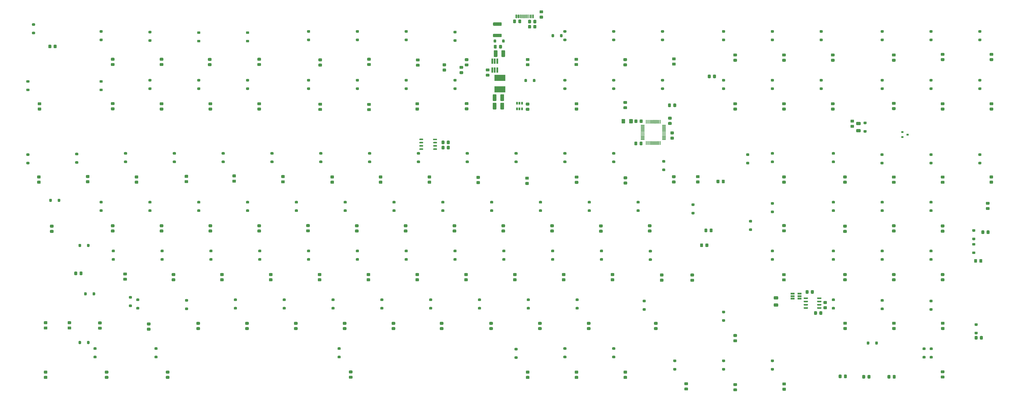
<source format=gbr>
G04 #@! TF.GenerationSoftware,KiCad,Pcbnew,(5.99.0-2195-g476558ece)*
G04 #@! TF.CreationDate,2020-08-03T01:37:16-04:00*
G04 #@! TF.ProjectId,Boston-keyboard-S,426f7374-6f6e-42d6-9b65-79626f617264,rev?*
G04 #@! TF.SameCoordinates,Original*
G04 #@! TF.FileFunction,Paste,Bot*
G04 #@! TF.FilePolarity,Positive*
%FSLAX46Y46*%
G04 Gerber Fmt 4.6, Leading zero omitted, Abs format (unit mm)*
G04 Created by KiCad (PCBNEW (5.99.0-2195-g476558ece)) date 2020-08-03 01:37:16*
%MOMM*%
%LPD*%
G01*
G04 APERTURE LIST*
%ADD10R,1.560000X0.650000*%
%ADD11R,1.550000X0.600000*%
%ADD12R,0.650000X1.060000*%
%ADD13R,0.650000X2.000000*%
%ADD14R,0.900000X0.800000*%
%ADD15R,4.200000X2.400000*%
G04 APERTURE END LIST*
G36*
G01*
X284445000Y-51095000D02*
X283195000Y-51095000D01*
G75*
G02*
X282945000Y-50845000I0J250000D01*
G01*
X282945000Y-50095000D01*
G75*
G02*
X283195000Y-49845000I250000J0D01*
G01*
X284445000Y-49845000D01*
G75*
G02*
X284695000Y-50095000I0J-250000D01*
G01*
X284695000Y-50845000D01*
G75*
G02*
X284445000Y-51095000I-250000J0D01*
G01*
G37*
G36*
G01*
X284445000Y-53895000D02*
X283195000Y-53895000D01*
G75*
G02*
X282945000Y-53645000I0J250000D01*
G01*
X282945000Y-52895000D01*
G75*
G02*
X283195000Y-52645000I250000J0D01*
G01*
X284445000Y-52645000D01*
G75*
G02*
X284695000Y-52895000I0J-250000D01*
G01*
X284695000Y-53645000D01*
G75*
G02*
X284445000Y-53895000I-250000J0D01*
G01*
G37*
D10*
X293040000Y-49790000D03*
X293040000Y-50740000D03*
X293040000Y-48840000D03*
X290340000Y-48840000D03*
X290340000Y-49790000D03*
X290340000Y-50740000D03*
G36*
G01*
X252875000Y-4625000D02*
X253775000Y-4625000D01*
G75*
G02*
X254025000Y-4875000I0J-250000D01*
G01*
X254025000Y-5525000D01*
G75*
G02*
X253775000Y-5775000I-250000J0D01*
G01*
X252875000Y-5775000D01*
G75*
G02*
X252625000Y-5525000I0J250000D01*
G01*
X252625000Y-4875000D01*
G75*
G02*
X252875000Y-4625000I250000J0D01*
G01*
G37*
G36*
G01*
X252875000Y-2575000D02*
X253775000Y-2575000D01*
G75*
G02*
X254025000Y-2825000I0J-250000D01*
G01*
X254025000Y-3475000D01*
G75*
G02*
X253775000Y-3725000I-250000J0D01*
G01*
X252875000Y-3725000D01*
G75*
G02*
X252625000Y-3475000I0J250000D01*
G01*
X252625000Y-2825000D01*
G75*
G02*
X252875000Y-2575000I250000J0D01*
G01*
G37*
G36*
G01*
X243500000Y-4640000D02*
X244400000Y-4640000D01*
G75*
G02*
X244650000Y-4890000I0J-250000D01*
G01*
X244650000Y-5540000D01*
G75*
G02*
X244400000Y-5790000I-250000J0D01*
G01*
X243500000Y-5790000D01*
G75*
G02*
X243250000Y-5540000I0J250000D01*
G01*
X243250000Y-4890000D01*
G75*
G02*
X243500000Y-4640000I250000J0D01*
G01*
G37*
G36*
G01*
X243500000Y-2590000D02*
X244400000Y-2590000D01*
G75*
G02*
X244650000Y-2840000I0J-250000D01*
G01*
X244650000Y-3490000D01*
G75*
G02*
X244400000Y-3740000I-250000J0D01*
G01*
X243500000Y-3740000D01*
G75*
G02*
X243250000Y-3490000I0J250000D01*
G01*
X243250000Y-2840000D01*
G75*
G02*
X243500000Y-2590000I250000J0D01*
G01*
G37*
G36*
G01*
X302570000Y-53750000D02*
X303470000Y-53750000D01*
G75*
G02*
X303720000Y-54000000I0J-250000D01*
G01*
X303720000Y-54650000D01*
G75*
G02*
X303470000Y-54900000I-250000J0D01*
G01*
X302570000Y-54900000D01*
G75*
G02*
X302320000Y-54650000I0J250000D01*
G01*
X302320000Y-54000000D01*
G75*
G02*
X302570000Y-53750000I250000J0D01*
G01*
G37*
G36*
G01*
X302570000Y-51700000D02*
X303470000Y-51700000D01*
G75*
G02*
X303720000Y-51950000I0J-250000D01*
G01*
X303720000Y-52600000D01*
G75*
G02*
X303470000Y-52850000I-250000J0D01*
G01*
X302570000Y-52850000D01*
G75*
G02*
X302320000Y-52600000I0J250000D01*
G01*
X302320000Y-51950000D01*
G75*
G02*
X302570000Y-51700000I250000J0D01*
G01*
G37*
G36*
G01*
X262675000Y-5475000D02*
X262675000Y-4575000D01*
G75*
G02*
X262925000Y-4325000I250000J0D01*
G01*
X263575000Y-4325000D01*
G75*
G02*
X263825000Y-4575000I0J-250000D01*
G01*
X263825000Y-5475000D01*
G75*
G02*
X263575000Y-5725000I-250000J0D01*
G01*
X262925000Y-5725000D01*
G75*
G02*
X262675000Y-5475000I0J250000D01*
G01*
G37*
G36*
G01*
X260625000Y-5475000D02*
X260625000Y-4575000D01*
G75*
G02*
X260875000Y-4325000I250000J0D01*
G01*
X261525000Y-4325000D01*
G75*
G02*
X261775000Y-4575000I0J-250000D01*
G01*
X261775000Y-5475000D01*
G75*
G02*
X261525000Y-5725000I-250000J0D01*
G01*
X260875000Y-5725000D01*
G75*
G02*
X260625000Y-5475000I0J250000D01*
G01*
G37*
G36*
G01*
X299840000Y-55940000D02*
X299840000Y-56840000D01*
G75*
G02*
X299590000Y-57090000I-250000J0D01*
G01*
X298940000Y-57090000D01*
G75*
G02*
X298690000Y-56840000I0J250000D01*
G01*
X298690000Y-55940000D01*
G75*
G02*
X298940000Y-55690000I250000J0D01*
G01*
X299590000Y-55690000D01*
G75*
G02*
X299840000Y-55940000I0J-250000D01*
G01*
G37*
G36*
G01*
X301890000Y-55940000D02*
X301890000Y-56840000D01*
G75*
G02*
X301640000Y-57090000I-250000J0D01*
G01*
X300990000Y-57090000D01*
G75*
G02*
X300740000Y-56840000I0J250000D01*
G01*
X300740000Y-55940000D01*
G75*
G02*
X300990000Y-55690000I250000J0D01*
G01*
X301640000Y-55690000D01*
G75*
G02*
X301890000Y-55940000I0J-250000D01*
G01*
G37*
G36*
G01*
X318250000Y18350000D02*
X318950000Y18350000D01*
G75*
G02*
X319200000Y18100000I0J-250000D01*
G01*
X319200000Y17600000D01*
G75*
G02*
X318950000Y17350000I-250000J0D01*
G01*
X318250000Y17350000D01*
G75*
G02*
X318000000Y17600000I0J250000D01*
G01*
X318000000Y18100000D01*
G75*
G02*
X318250000Y18350000I250000J0D01*
G01*
G37*
G36*
G01*
X318250000Y15050000D02*
X318950000Y15050000D01*
G75*
G02*
X319200000Y14800000I0J-250000D01*
G01*
X319200000Y14300000D01*
G75*
G02*
X318950000Y14050000I-250000J0D01*
G01*
X318250000Y14050000D01*
G75*
G02*
X318000000Y14300000I0J250000D01*
G01*
X318000000Y14800000D01*
G75*
G02*
X318250000Y15050000I250000J0D01*
G01*
G37*
G36*
G01*
X272450000Y5950000D02*
X273150000Y5950000D01*
G75*
G02*
X273400000Y5700000I0J-250000D01*
G01*
X273400000Y5200000D01*
G75*
G02*
X273150000Y4950000I-250000J0D01*
G01*
X272450000Y4950000D01*
G75*
G02*
X272200000Y5200000I0J250000D01*
G01*
X272200000Y5700000D01*
G75*
G02*
X272450000Y5950000I250000J0D01*
G01*
G37*
G36*
G01*
X272450000Y2650000D02*
X273150000Y2650000D01*
G75*
G02*
X273400000Y2400000I0J-250000D01*
G01*
X273400000Y1900000D01*
G75*
G02*
X273150000Y1650000I-250000J0D01*
G01*
X272450000Y1650000D01*
G75*
G02*
X272200000Y1900000I0J250000D01*
G01*
X272200000Y2400000D01*
G75*
G02*
X272450000Y2650000I250000J0D01*
G01*
G37*
G36*
G01*
X-6250000Y56750000D02*
X-5550000Y56750000D01*
G75*
G02*
X-5300000Y56500000I0J-250000D01*
G01*
X-5300000Y56000000D01*
G75*
G02*
X-5550000Y55750000I-250000J0D01*
G01*
X-6250000Y55750000D01*
G75*
G02*
X-6500000Y56000000I0J250000D01*
G01*
X-6500000Y56500000D01*
G75*
G02*
X-6250000Y56750000I250000J0D01*
G01*
G37*
G36*
G01*
X-6250000Y53450000D02*
X-5550000Y53450000D01*
G75*
G02*
X-5300000Y53200000I0J-250000D01*
G01*
X-5300000Y52700000D01*
G75*
G02*
X-5550000Y52450000I-250000J0D01*
G01*
X-6250000Y52450000D01*
G75*
G02*
X-6500000Y52700000I0J250000D01*
G01*
X-6500000Y53200000D01*
G75*
G02*
X-6250000Y53450000I250000J0D01*
G01*
G37*
G36*
G01*
X361580000Y-60390000D02*
X362280000Y-60390000D01*
G75*
G02*
X362530000Y-60640000I0J-250000D01*
G01*
X362530000Y-61140000D01*
G75*
G02*
X362280000Y-61390000I-250000J0D01*
G01*
X361580000Y-61390000D01*
G75*
G02*
X361330000Y-61140000I0J250000D01*
G01*
X361330000Y-60640000D01*
G75*
G02*
X361580000Y-60390000I250000J0D01*
G01*
G37*
G36*
G01*
X361580000Y-63690000D02*
X362280000Y-63690000D01*
G75*
G02*
X362530000Y-63940000I0J-250000D01*
G01*
X362530000Y-64440000D01*
G75*
G02*
X362280000Y-64690000I-250000J0D01*
G01*
X361580000Y-64690000D01*
G75*
G02*
X361330000Y-64440000I0J250000D01*
G01*
X361330000Y-63940000D01*
G75*
G02*
X361580000Y-63690000I250000J0D01*
G01*
G37*
G36*
G01*
X360650000Y-23650000D02*
X361350000Y-23650000D01*
G75*
G02*
X361600000Y-23900000I0J-250000D01*
G01*
X361600000Y-24400000D01*
G75*
G02*
X361350000Y-24650000I-250000J0D01*
G01*
X360650000Y-24650000D01*
G75*
G02*
X360400000Y-24400000I0J250000D01*
G01*
X360400000Y-23900000D01*
G75*
G02*
X360650000Y-23650000I250000J0D01*
G01*
G37*
G36*
G01*
X360650000Y-26950000D02*
X361350000Y-26950000D01*
G75*
G02*
X361600000Y-27200000I0J-250000D01*
G01*
X361600000Y-27700000D01*
G75*
G02*
X361350000Y-27950000I-250000J0D01*
G01*
X360650000Y-27950000D01*
G75*
G02*
X360400000Y-27700000I0J250000D01*
G01*
X360400000Y-27200000D01*
G75*
G02*
X360650000Y-26950000I250000J0D01*
G01*
G37*
G36*
G01*
X360650000Y-29050000D02*
X361350000Y-29050000D01*
G75*
G02*
X361600000Y-29300000I0J-250000D01*
G01*
X361600000Y-29800000D01*
G75*
G02*
X361350000Y-30050000I-250000J0D01*
G01*
X360650000Y-30050000D01*
G75*
G02*
X360400000Y-29800000I0J250000D01*
G01*
X360400000Y-29300000D01*
G75*
G02*
X360650000Y-29050000I250000J0D01*
G01*
G37*
G36*
G01*
X360650000Y-32350000D02*
X361350000Y-32350000D01*
G75*
G02*
X361600000Y-32600000I0J-250000D01*
G01*
X361600000Y-33100000D01*
G75*
G02*
X361350000Y-33350000I-250000J0D01*
G01*
X360650000Y-33350000D01*
G75*
G02*
X360400000Y-33100000I0J250000D01*
G01*
X360400000Y-32600000D01*
G75*
G02*
X360650000Y-32350000I250000J0D01*
G01*
G37*
G36*
G01*
X363028750Y5960000D02*
X363728750Y5960000D01*
G75*
G02*
X363978750Y5710000I0J-250000D01*
G01*
X363978750Y5210000D01*
G75*
G02*
X363728750Y4960000I-250000J0D01*
G01*
X363028750Y4960000D01*
G75*
G02*
X362778750Y5210000I0J250000D01*
G01*
X362778750Y5710000D01*
G75*
G02*
X363028750Y5960000I250000J0D01*
G01*
G37*
G36*
G01*
X363028750Y2660000D02*
X363728750Y2660000D01*
G75*
G02*
X363978750Y2410000I0J-250000D01*
G01*
X363978750Y1910000D01*
G75*
G02*
X363728750Y1660000I-250000J0D01*
G01*
X363028750Y1660000D01*
G75*
G02*
X362778750Y1910000I0J250000D01*
G01*
X362778750Y2410000D01*
G75*
G02*
X363028750Y2660000I250000J0D01*
G01*
G37*
G36*
G01*
X363028750Y35011250D02*
X363728750Y35011250D01*
G75*
G02*
X363978750Y34761250I0J-250000D01*
G01*
X363978750Y34261250D01*
G75*
G02*
X363728750Y34011250I-250000J0D01*
G01*
X363028750Y34011250D01*
G75*
G02*
X362778750Y34261250I0J250000D01*
G01*
X362778750Y34761250D01*
G75*
G02*
X363028750Y35011250I250000J0D01*
G01*
G37*
G36*
G01*
X363028750Y31711250D02*
X363728750Y31711250D01*
G75*
G02*
X363978750Y31461250I0J-250000D01*
G01*
X363978750Y30961250D01*
G75*
G02*
X363728750Y30711250I-250000J0D01*
G01*
X363028750Y30711250D01*
G75*
G02*
X362778750Y30961250I0J250000D01*
G01*
X362778750Y31461250D01*
G75*
G02*
X363028750Y31711250I250000J0D01*
G01*
G37*
G36*
G01*
X363028750Y54061250D02*
X363728750Y54061250D01*
G75*
G02*
X363978750Y53811250I0J-250000D01*
G01*
X363978750Y53311250D01*
G75*
G02*
X363728750Y53061250I-250000J0D01*
G01*
X363028750Y53061250D01*
G75*
G02*
X362778750Y53311250I0J250000D01*
G01*
X362778750Y53811250D01*
G75*
G02*
X363028750Y54061250I250000J0D01*
G01*
G37*
G36*
G01*
X363028750Y50761250D02*
X363728750Y50761250D01*
G75*
G02*
X363978750Y50511250I0J-250000D01*
G01*
X363978750Y50011250D01*
G75*
G02*
X363728750Y49761250I-250000J0D01*
G01*
X363028750Y49761250D01*
G75*
G02*
X362778750Y50011250I0J250000D01*
G01*
X362778750Y50511250D01*
G75*
G02*
X363028750Y50761250I250000J0D01*
G01*
G37*
G36*
G01*
X344050000Y-69850000D02*
X344750000Y-69850000D01*
G75*
G02*
X345000000Y-70100000I0J-250000D01*
G01*
X345000000Y-70600000D01*
G75*
G02*
X344750000Y-70850000I-250000J0D01*
G01*
X344050000Y-70850000D01*
G75*
G02*
X343800000Y-70600000I0J250000D01*
G01*
X343800000Y-70100000D01*
G75*
G02*
X344050000Y-69850000I250000J0D01*
G01*
G37*
G36*
G01*
X344050000Y-73150000D02*
X344750000Y-73150000D01*
G75*
G02*
X345000000Y-73400000I0J-250000D01*
G01*
X345000000Y-73900000D01*
G75*
G02*
X344750000Y-74150000I-250000J0D01*
G01*
X344050000Y-74150000D01*
G75*
G02*
X343800000Y-73900000I0J250000D01*
G01*
X343800000Y-73400000D01*
G75*
G02*
X344050000Y-73150000I250000J0D01*
G01*
G37*
G36*
G01*
X343978750Y-51190000D02*
X344678750Y-51190000D01*
G75*
G02*
X344928750Y-51440000I0J-250000D01*
G01*
X344928750Y-51940000D01*
G75*
G02*
X344678750Y-52190000I-250000J0D01*
G01*
X343978750Y-52190000D01*
G75*
G02*
X343728750Y-51940000I0J250000D01*
G01*
X343728750Y-51440000D01*
G75*
G02*
X343978750Y-51190000I250000J0D01*
G01*
G37*
G36*
G01*
X343978750Y-54490000D02*
X344678750Y-54490000D01*
G75*
G02*
X344928750Y-54740000I0J-250000D01*
G01*
X344928750Y-55240000D01*
G75*
G02*
X344678750Y-55490000I-250000J0D01*
G01*
X343978750Y-55490000D01*
G75*
G02*
X343728750Y-55240000I0J250000D01*
G01*
X343728750Y-54740000D01*
G75*
G02*
X343978750Y-54490000I250000J0D01*
G01*
G37*
G36*
G01*
X343978750Y-31663750D02*
X344678750Y-31663750D01*
G75*
G02*
X344928750Y-31913750I0J-250000D01*
G01*
X344928750Y-32413750D01*
G75*
G02*
X344678750Y-32663750I-250000J0D01*
G01*
X343978750Y-32663750D01*
G75*
G02*
X343728750Y-32413750I0J250000D01*
G01*
X343728750Y-31913750D01*
G75*
G02*
X343978750Y-31663750I250000J0D01*
G01*
G37*
G36*
G01*
X343978750Y-34963750D02*
X344678750Y-34963750D01*
G75*
G02*
X344928750Y-35213750I0J-250000D01*
G01*
X344928750Y-35713750D01*
G75*
G02*
X344678750Y-35963750I-250000J0D01*
G01*
X343978750Y-35963750D01*
G75*
G02*
X343728750Y-35713750I0J250000D01*
G01*
X343728750Y-35213750D01*
G75*
G02*
X343978750Y-34963750I250000J0D01*
G01*
G37*
G36*
G01*
X343978750Y-12613750D02*
X344678750Y-12613750D01*
G75*
G02*
X344928750Y-12863750I0J-250000D01*
G01*
X344928750Y-13363750D01*
G75*
G02*
X344678750Y-13613750I-250000J0D01*
G01*
X343978750Y-13613750D01*
G75*
G02*
X343728750Y-13363750I0J250000D01*
G01*
X343728750Y-12863750D01*
G75*
G02*
X343978750Y-12613750I250000J0D01*
G01*
G37*
G36*
G01*
X343978750Y-15913750D02*
X344678750Y-15913750D01*
G75*
G02*
X344928750Y-16163750I0J-250000D01*
G01*
X344928750Y-16663750D01*
G75*
G02*
X344678750Y-16913750I-250000J0D01*
G01*
X343978750Y-16913750D01*
G75*
G02*
X343728750Y-16663750I0J250000D01*
G01*
X343728750Y-16163750D01*
G75*
G02*
X343978750Y-15913750I250000J0D01*
G01*
G37*
G36*
G01*
X343978750Y5960000D02*
X344678750Y5960000D01*
G75*
G02*
X344928750Y5710000I0J-250000D01*
G01*
X344928750Y5210000D01*
G75*
G02*
X344678750Y4960000I-250000J0D01*
G01*
X343978750Y4960000D01*
G75*
G02*
X343728750Y5210000I0J250000D01*
G01*
X343728750Y5710000D01*
G75*
G02*
X343978750Y5960000I250000J0D01*
G01*
G37*
G36*
G01*
X343978750Y2660000D02*
X344678750Y2660000D01*
G75*
G02*
X344928750Y2410000I0J-250000D01*
G01*
X344928750Y1910000D01*
G75*
G02*
X344678750Y1660000I-250000J0D01*
G01*
X343978750Y1660000D01*
G75*
G02*
X343728750Y1910000I0J250000D01*
G01*
X343728750Y2410000D01*
G75*
G02*
X343978750Y2660000I250000J0D01*
G01*
G37*
G36*
G01*
X343978750Y35011250D02*
X344678750Y35011250D01*
G75*
G02*
X344928750Y34761250I0J-250000D01*
G01*
X344928750Y34261250D01*
G75*
G02*
X344678750Y34011250I-250000J0D01*
G01*
X343978750Y34011250D01*
G75*
G02*
X343728750Y34261250I0J250000D01*
G01*
X343728750Y34761250D01*
G75*
G02*
X343978750Y35011250I250000J0D01*
G01*
G37*
G36*
G01*
X343978750Y31711250D02*
X344678750Y31711250D01*
G75*
G02*
X344928750Y31461250I0J-250000D01*
G01*
X344928750Y30961250D01*
G75*
G02*
X344678750Y30711250I-250000J0D01*
G01*
X343978750Y30711250D01*
G75*
G02*
X343728750Y30961250I0J250000D01*
G01*
X343728750Y31461250D01*
G75*
G02*
X343978750Y31711250I250000J0D01*
G01*
G37*
G36*
G01*
X343978750Y54061250D02*
X344678750Y54061250D01*
G75*
G02*
X344928750Y53811250I0J-250000D01*
G01*
X344928750Y53311250D01*
G75*
G02*
X344678750Y53061250I-250000J0D01*
G01*
X343978750Y53061250D01*
G75*
G02*
X343728750Y53311250I0J250000D01*
G01*
X343728750Y53811250D01*
G75*
G02*
X343978750Y54061250I250000J0D01*
G01*
G37*
G36*
G01*
X343978750Y50761250D02*
X344678750Y50761250D01*
G75*
G02*
X344928750Y50511250I0J-250000D01*
G01*
X344928750Y50011250D01*
G75*
G02*
X344678750Y49761250I-250000J0D01*
G01*
X343978750Y49761250D01*
G75*
G02*
X343728750Y50011250I0J250000D01*
G01*
X343728750Y50511250D01*
G75*
G02*
X343978750Y50761250I250000J0D01*
G01*
G37*
G36*
G01*
X341250000Y-69850000D02*
X341950000Y-69850000D01*
G75*
G02*
X342200000Y-70100000I0J-250000D01*
G01*
X342200000Y-70600000D01*
G75*
G02*
X341950000Y-70850000I-250000J0D01*
G01*
X341250000Y-70850000D01*
G75*
G02*
X341000000Y-70600000I0J250000D01*
G01*
X341000000Y-70100000D01*
G75*
G02*
X341250000Y-69850000I250000J0D01*
G01*
G37*
G36*
G01*
X341250000Y-73150000D02*
X341950000Y-73150000D01*
G75*
G02*
X342200000Y-73400000I0J-250000D01*
G01*
X342200000Y-73900000D01*
G75*
G02*
X341950000Y-74150000I-250000J0D01*
G01*
X341250000Y-74150000D01*
G75*
G02*
X341000000Y-73900000I0J250000D01*
G01*
X341000000Y-73400000D01*
G75*
G02*
X341250000Y-73150000I250000J0D01*
G01*
G37*
G36*
G01*
X324928750Y-50968750D02*
X325628750Y-50968750D01*
G75*
G02*
X325878750Y-51218750I0J-250000D01*
G01*
X325878750Y-51718750D01*
G75*
G02*
X325628750Y-51968750I-250000J0D01*
G01*
X324928750Y-51968750D01*
G75*
G02*
X324678750Y-51718750I0J250000D01*
G01*
X324678750Y-51218750D01*
G75*
G02*
X324928750Y-50968750I250000J0D01*
G01*
G37*
G36*
G01*
X324928750Y-54268750D02*
X325628750Y-54268750D01*
G75*
G02*
X325878750Y-54518750I0J-250000D01*
G01*
X325878750Y-55018750D01*
G75*
G02*
X325628750Y-55268750I-250000J0D01*
G01*
X324928750Y-55268750D01*
G75*
G02*
X324678750Y-55018750I0J250000D01*
G01*
X324678750Y-54518750D01*
G75*
G02*
X324928750Y-54268750I250000J0D01*
G01*
G37*
G36*
G01*
X324928750Y-31663750D02*
X325628750Y-31663750D01*
G75*
G02*
X325878750Y-31913750I0J-250000D01*
G01*
X325878750Y-32413750D01*
G75*
G02*
X325628750Y-32663750I-250000J0D01*
G01*
X324928750Y-32663750D01*
G75*
G02*
X324678750Y-32413750I0J250000D01*
G01*
X324678750Y-31913750D01*
G75*
G02*
X324928750Y-31663750I250000J0D01*
G01*
G37*
G36*
G01*
X324928750Y-34963750D02*
X325628750Y-34963750D01*
G75*
G02*
X325878750Y-35213750I0J-250000D01*
G01*
X325878750Y-35713750D01*
G75*
G02*
X325628750Y-35963750I-250000J0D01*
G01*
X324928750Y-35963750D01*
G75*
G02*
X324678750Y-35713750I0J250000D01*
G01*
X324678750Y-35213750D01*
G75*
G02*
X324928750Y-34963750I250000J0D01*
G01*
G37*
G36*
G01*
X324928750Y-12613750D02*
X325628750Y-12613750D01*
G75*
G02*
X325878750Y-12863750I0J-250000D01*
G01*
X325878750Y-13363750D01*
G75*
G02*
X325628750Y-13613750I-250000J0D01*
G01*
X324928750Y-13613750D01*
G75*
G02*
X324678750Y-13363750I0J250000D01*
G01*
X324678750Y-12863750D01*
G75*
G02*
X324928750Y-12613750I250000J0D01*
G01*
G37*
G36*
G01*
X324928750Y-15913750D02*
X325628750Y-15913750D01*
G75*
G02*
X325878750Y-16163750I0J-250000D01*
G01*
X325878750Y-16663750D01*
G75*
G02*
X325628750Y-16913750I-250000J0D01*
G01*
X324928750Y-16913750D01*
G75*
G02*
X324678750Y-16663750I0J250000D01*
G01*
X324678750Y-16163750D01*
G75*
G02*
X324928750Y-15913750I250000J0D01*
G01*
G37*
G36*
G01*
X324850000Y5960000D02*
X325550000Y5960000D01*
G75*
G02*
X325800000Y5710000I0J-250000D01*
G01*
X325800000Y5210000D01*
G75*
G02*
X325550000Y4960000I-250000J0D01*
G01*
X324850000Y4960000D01*
G75*
G02*
X324600000Y5210000I0J250000D01*
G01*
X324600000Y5710000D01*
G75*
G02*
X324850000Y5960000I250000J0D01*
G01*
G37*
G36*
G01*
X324850000Y2660000D02*
X325550000Y2660000D01*
G75*
G02*
X325800000Y2410000I0J-250000D01*
G01*
X325800000Y1910000D01*
G75*
G02*
X325550000Y1660000I-250000J0D01*
G01*
X324850000Y1660000D01*
G75*
G02*
X324600000Y1910000I0J250000D01*
G01*
X324600000Y2410000D01*
G75*
G02*
X324850000Y2660000I250000J0D01*
G01*
G37*
G36*
G01*
X324928750Y35011250D02*
X325628750Y35011250D01*
G75*
G02*
X325878750Y34761250I0J-250000D01*
G01*
X325878750Y34261250D01*
G75*
G02*
X325628750Y34011250I-250000J0D01*
G01*
X324928750Y34011250D01*
G75*
G02*
X324678750Y34261250I0J250000D01*
G01*
X324678750Y34761250D01*
G75*
G02*
X324928750Y35011250I250000J0D01*
G01*
G37*
G36*
G01*
X324928750Y31711250D02*
X325628750Y31711250D01*
G75*
G02*
X325878750Y31461250I0J-250000D01*
G01*
X325878750Y30961250D01*
G75*
G02*
X325628750Y30711250I-250000J0D01*
G01*
X324928750Y30711250D01*
G75*
G02*
X324678750Y30961250I0J250000D01*
G01*
X324678750Y31461250D01*
G75*
G02*
X324928750Y31711250I250000J0D01*
G01*
G37*
G36*
G01*
X324928750Y54061250D02*
X325628750Y54061250D01*
G75*
G02*
X325878750Y53811250I0J-250000D01*
G01*
X325878750Y53311250D01*
G75*
G02*
X325628750Y53061250I-250000J0D01*
G01*
X324928750Y53061250D01*
G75*
G02*
X324678750Y53311250I0J250000D01*
G01*
X324678750Y53811250D01*
G75*
G02*
X324928750Y54061250I250000J0D01*
G01*
G37*
G36*
G01*
X324928750Y50761250D02*
X325628750Y50761250D01*
G75*
G02*
X325878750Y50511250I0J-250000D01*
G01*
X325878750Y50011250D01*
G75*
G02*
X325628750Y49761250I-250000J0D01*
G01*
X324928750Y49761250D01*
G75*
G02*
X324678750Y50011250I0J250000D01*
G01*
X324678750Y50511250D01*
G75*
G02*
X324928750Y50761250I250000J0D01*
G01*
G37*
G36*
G01*
X323550000Y-67750000D02*
X323550000Y-68450000D01*
G75*
G02*
X323300000Y-68700000I-250000J0D01*
G01*
X322800000Y-68700000D01*
G75*
G02*
X322550000Y-68450000I0J250000D01*
G01*
X322550000Y-67750000D01*
G75*
G02*
X322800000Y-67500000I250000J0D01*
G01*
X323300000Y-67500000D01*
G75*
G02*
X323550000Y-67750000I0J-250000D01*
G01*
G37*
G36*
G01*
X320250000Y-67750000D02*
X320250000Y-68450000D01*
G75*
G02*
X320000000Y-68700000I-250000J0D01*
G01*
X319500000Y-68700000D01*
G75*
G02*
X319250000Y-68450000I0J250000D01*
G01*
X319250000Y-67750000D01*
G75*
G02*
X319500000Y-67500000I250000J0D01*
G01*
X320000000Y-67500000D01*
G75*
G02*
X320250000Y-67750000I0J-250000D01*
G01*
G37*
G36*
G01*
X305878750Y-50713750D02*
X306578750Y-50713750D01*
G75*
G02*
X306828750Y-50963750I0J-250000D01*
G01*
X306828750Y-51463750D01*
G75*
G02*
X306578750Y-51713750I-250000J0D01*
G01*
X305878750Y-51713750D01*
G75*
G02*
X305628750Y-51463750I0J250000D01*
G01*
X305628750Y-50963750D01*
G75*
G02*
X305878750Y-50713750I250000J0D01*
G01*
G37*
G36*
G01*
X305878750Y-54013750D02*
X306578750Y-54013750D01*
G75*
G02*
X306828750Y-54263750I0J-250000D01*
G01*
X306828750Y-54763750D01*
G75*
G02*
X306578750Y-55013750I-250000J0D01*
G01*
X305878750Y-55013750D01*
G75*
G02*
X305628750Y-54763750I0J250000D01*
G01*
X305628750Y-54263750D01*
G75*
G02*
X305878750Y-54013750I250000J0D01*
G01*
G37*
G36*
G01*
X305878750Y-31663750D02*
X306578750Y-31663750D01*
G75*
G02*
X306828750Y-31913750I0J-250000D01*
G01*
X306828750Y-32413750D01*
G75*
G02*
X306578750Y-32663750I-250000J0D01*
G01*
X305878750Y-32663750D01*
G75*
G02*
X305628750Y-32413750I0J250000D01*
G01*
X305628750Y-31913750D01*
G75*
G02*
X305878750Y-31663750I250000J0D01*
G01*
G37*
G36*
G01*
X305878750Y-34963750D02*
X306578750Y-34963750D01*
G75*
G02*
X306828750Y-35213750I0J-250000D01*
G01*
X306828750Y-35713750D01*
G75*
G02*
X306578750Y-35963750I-250000J0D01*
G01*
X305878750Y-35963750D01*
G75*
G02*
X305628750Y-35713750I0J250000D01*
G01*
X305628750Y-35213750D01*
G75*
G02*
X305878750Y-34963750I250000J0D01*
G01*
G37*
G36*
G01*
X305878750Y-12613750D02*
X306578750Y-12613750D01*
G75*
G02*
X306828750Y-12863750I0J-250000D01*
G01*
X306828750Y-13363750D01*
G75*
G02*
X306578750Y-13613750I-250000J0D01*
G01*
X305878750Y-13613750D01*
G75*
G02*
X305628750Y-13363750I0J250000D01*
G01*
X305628750Y-12863750D01*
G75*
G02*
X305878750Y-12613750I250000J0D01*
G01*
G37*
G36*
G01*
X305878750Y-15913750D02*
X306578750Y-15913750D01*
G75*
G02*
X306828750Y-16163750I0J-250000D01*
G01*
X306828750Y-16663750D01*
G75*
G02*
X306578750Y-16913750I-250000J0D01*
G01*
X305878750Y-16913750D01*
G75*
G02*
X305628750Y-16663750I0J250000D01*
G01*
X305628750Y-16163750D01*
G75*
G02*
X305878750Y-15913750I250000J0D01*
G01*
G37*
G36*
G01*
X305878750Y6436250D02*
X306578750Y6436250D01*
G75*
G02*
X306828750Y6186250I0J-250000D01*
G01*
X306828750Y5686250D01*
G75*
G02*
X306578750Y5436250I-250000J0D01*
G01*
X305878750Y5436250D01*
G75*
G02*
X305628750Y5686250I0J250000D01*
G01*
X305628750Y6186250D01*
G75*
G02*
X305878750Y6436250I250000J0D01*
G01*
G37*
G36*
G01*
X305878750Y3136250D02*
X306578750Y3136250D01*
G75*
G02*
X306828750Y2886250I0J-250000D01*
G01*
X306828750Y2386250D01*
G75*
G02*
X306578750Y2136250I-250000J0D01*
G01*
X305878750Y2136250D01*
G75*
G02*
X305628750Y2386250I0J250000D01*
G01*
X305628750Y2886250D01*
G75*
G02*
X305878750Y3136250I250000J0D01*
G01*
G37*
G36*
G01*
X301116250Y35011250D02*
X301816250Y35011250D01*
G75*
G02*
X302066250Y34761250I0J-250000D01*
G01*
X302066250Y34261250D01*
G75*
G02*
X301816250Y34011250I-250000J0D01*
G01*
X301116250Y34011250D01*
G75*
G02*
X300866250Y34261250I0J250000D01*
G01*
X300866250Y34761250D01*
G75*
G02*
X301116250Y35011250I250000J0D01*
G01*
G37*
G36*
G01*
X301116250Y31711250D02*
X301816250Y31711250D01*
G75*
G02*
X302066250Y31461250I0J-250000D01*
G01*
X302066250Y30961250D01*
G75*
G02*
X301816250Y30711250I-250000J0D01*
G01*
X301116250Y30711250D01*
G75*
G02*
X300866250Y30961250I0J250000D01*
G01*
X300866250Y31461250D01*
G75*
G02*
X301116250Y31711250I250000J0D01*
G01*
G37*
G36*
G01*
X301116250Y54061250D02*
X301816250Y54061250D01*
G75*
G02*
X302066250Y53811250I0J-250000D01*
G01*
X302066250Y53311250D01*
G75*
G02*
X301816250Y53061250I-250000J0D01*
G01*
X301116250Y53061250D01*
G75*
G02*
X300866250Y53311250I0J250000D01*
G01*
X300866250Y53811250D01*
G75*
G02*
X301116250Y54061250I250000J0D01*
G01*
G37*
G36*
G01*
X301116250Y50761250D02*
X301816250Y50761250D01*
G75*
G02*
X302066250Y50511250I0J-250000D01*
G01*
X302066250Y50011250D01*
G75*
G02*
X301816250Y49761250I-250000J0D01*
G01*
X301116250Y49761250D01*
G75*
G02*
X300866250Y50011250I0J250000D01*
G01*
X300866250Y50511250D01*
G75*
G02*
X301116250Y50761250I250000J0D01*
G01*
G37*
G36*
G01*
X282066250Y-74526250D02*
X282766250Y-74526250D01*
G75*
G02*
X283016250Y-74776250I0J-250000D01*
G01*
X283016250Y-75276250D01*
G75*
G02*
X282766250Y-75526250I-250000J0D01*
G01*
X282066250Y-75526250D01*
G75*
G02*
X281816250Y-75276250I0J250000D01*
G01*
X281816250Y-74776250D01*
G75*
G02*
X282066250Y-74526250I250000J0D01*
G01*
G37*
G36*
G01*
X282066250Y-77826250D02*
X282766250Y-77826250D01*
G75*
G02*
X283016250Y-78076250I0J-250000D01*
G01*
X283016250Y-78576250D01*
G75*
G02*
X282766250Y-78826250I-250000J0D01*
G01*
X282066250Y-78826250D01*
G75*
G02*
X281816250Y-78576250I0J250000D01*
G01*
X281816250Y-78076250D01*
G75*
G02*
X282066250Y-77826250I250000J0D01*
G01*
G37*
G36*
G01*
X282066250Y-31663750D02*
X282766250Y-31663750D01*
G75*
G02*
X283016250Y-31913750I0J-250000D01*
G01*
X283016250Y-32413750D01*
G75*
G02*
X282766250Y-32663750I-250000J0D01*
G01*
X282066250Y-32663750D01*
G75*
G02*
X281816250Y-32413750I0J250000D01*
G01*
X281816250Y-31913750D01*
G75*
G02*
X282066250Y-31663750I250000J0D01*
G01*
G37*
G36*
G01*
X282066250Y-34963750D02*
X282766250Y-34963750D01*
G75*
G02*
X283016250Y-35213750I0J-250000D01*
G01*
X283016250Y-35713750D01*
G75*
G02*
X282766250Y-35963750I-250000J0D01*
G01*
X282066250Y-35963750D01*
G75*
G02*
X281816250Y-35713750I0J250000D01*
G01*
X281816250Y-35213750D01*
G75*
G02*
X282066250Y-34963750I250000J0D01*
G01*
G37*
G36*
G01*
X282066250Y-13090000D02*
X282766250Y-13090000D01*
G75*
G02*
X283016250Y-13340000I0J-250000D01*
G01*
X283016250Y-13840000D01*
G75*
G02*
X282766250Y-14090000I-250000J0D01*
G01*
X282066250Y-14090000D01*
G75*
G02*
X281816250Y-13840000I0J250000D01*
G01*
X281816250Y-13340000D01*
G75*
G02*
X282066250Y-13090000I250000J0D01*
G01*
G37*
G36*
G01*
X282066250Y-16390000D02*
X282766250Y-16390000D01*
G75*
G02*
X283016250Y-16640000I0J-250000D01*
G01*
X283016250Y-17140000D01*
G75*
G02*
X282766250Y-17390000I-250000J0D01*
G01*
X282066250Y-17390000D01*
G75*
G02*
X281816250Y-17140000I0J250000D01*
G01*
X281816250Y-16640000D01*
G75*
G02*
X282066250Y-16390000I250000J0D01*
G01*
G37*
G36*
G01*
X282066250Y6436250D02*
X282766250Y6436250D01*
G75*
G02*
X283016250Y6186250I0J-250000D01*
G01*
X283016250Y5686250D01*
G75*
G02*
X282766250Y5436250I-250000J0D01*
G01*
X282066250Y5436250D01*
G75*
G02*
X281816250Y5686250I0J250000D01*
G01*
X281816250Y6186250D01*
G75*
G02*
X282066250Y6436250I250000J0D01*
G01*
G37*
G36*
G01*
X282066250Y3136250D02*
X282766250Y3136250D01*
G75*
G02*
X283016250Y2886250I0J-250000D01*
G01*
X283016250Y2386250D01*
G75*
G02*
X282766250Y2136250I-250000J0D01*
G01*
X282066250Y2136250D01*
G75*
G02*
X281816250Y2386250I0J250000D01*
G01*
X281816250Y2886250D01*
G75*
G02*
X282066250Y3136250I250000J0D01*
G01*
G37*
G36*
G01*
X282066250Y35011250D02*
X282766250Y35011250D01*
G75*
G02*
X283016250Y34761250I0J-250000D01*
G01*
X283016250Y34261250D01*
G75*
G02*
X282766250Y34011250I-250000J0D01*
G01*
X282066250Y34011250D01*
G75*
G02*
X281816250Y34261250I0J250000D01*
G01*
X281816250Y34761250D01*
G75*
G02*
X282066250Y35011250I250000J0D01*
G01*
G37*
G36*
G01*
X282066250Y31711250D02*
X282766250Y31711250D01*
G75*
G02*
X283016250Y31461250I0J-250000D01*
G01*
X283016250Y30961250D01*
G75*
G02*
X282766250Y30711250I-250000J0D01*
G01*
X282066250Y30711250D01*
G75*
G02*
X281816250Y30961250I0J250000D01*
G01*
X281816250Y31461250D01*
G75*
G02*
X282066250Y31711250I250000J0D01*
G01*
G37*
G36*
G01*
X282066250Y54061250D02*
X282766250Y54061250D01*
G75*
G02*
X283016250Y53811250I0J-250000D01*
G01*
X283016250Y53311250D01*
G75*
G02*
X282766250Y53061250I-250000J0D01*
G01*
X282066250Y53061250D01*
G75*
G02*
X281816250Y53311250I0J250000D01*
G01*
X281816250Y53811250D01*
G75*
G02*
X282066250Y54061250I250000J0D01*
G01*
G37*
G36*
G01*
X282066250Y50761250D02*
X282766250Y50761250D01*
G75*
G02*
X283016250Y50511250I0J-250000D01*
G01*
X283016250Y50011250D01*
G75*
G02*
X282766250Y49761250I-250000J0D01*
G01*
X282066250Y49761250D01*
G75*
G02*
X281816250Y50011250I0J250000D01*
G01*
X281816250Y50511250D01*
G75*
G02*
X282066250Y50761250I250000J0D01*
G01*
G37*
G36*
G01*
X263016250Y-74526250D02*
X263716250Y-74526250D01*
G75*
G02*
X263966250Y-74776250I0J-250000D01*
G01*
X263966250Y-75276250D01*
G75*
G02*
X263716250Y-75526250I-250000J0D01*
G01*
X263016250Y-75526250D01*
G75*
G02*
X262766250Y-75276250I0J250000D01*
G01*
X262766250Y-74776250D01*
G75*
G02*
X263016250Y-74526250I250000J0D01*
G01*
G37*
G36*
G01*
X263016250Y-77826250D02*
X263716250Y-77826250D01*
G75*
G02*
X263966250Y-78076250I0J-250000D01*
G01*
X263966250Y-78576250D01*
G75*
G02*
X263716250Y-78826250I-250000J0D01*
G01*
X263016250Y-78826250D01*
G75*
G02*
X262766250Y-78576250I0J250000D01*
G01*
X262766250Y-78076250D01*
G75*
G02*
X263016250Y-77826250I250000J0D01*
G01*
G37*
G36*
G01*
X263016250Y-55476250D02*
X263716250Y-55476250D01*
G75*
G02*
X263966250Y-55726250I0J-250000D01*
G01*
X263966250Y-56226250D01*
G75*
G02*
X263716250Y-56476250I-250000J0D01*
G01*
X263016250Y-56476250D01*
G75*
G02*
X262766250Y-56226250I0J250000D01*
G01*
X262766250Y-55726250D01*
G75*
G02*
X263016250Y-55476250I250000J0D01*
G01*
G37*
G36*
G01*
X263016250Y-58776250D02*
X263716250Y-58776250D01*
G75*
G02*
X263966250Y-59026250I0J-250000D01*
G01*
X263966250Y-59526250D01*
G75*
G02*
X263716250Y-59776250I-250000J0D01*
G01*
X263016250Y-59776250D01*
G75*
G02*
X262766250Y-59526250I0J250000D01*
G01*
X262766250Y-59026250D01*
G75*
G02*
X263016250Y-58776250I250000J0D01*
G01*
G37*
G36*
G01*
X273550000Y-20050000D02*
X274250000Y-20050000D01*
G75*
G02*
X274500000Y-20300000I0J-250000D01*
G01*
X274500000Y-20800000D01*
G75*
G02*
X274250000Y-21050000I-250000J0D01*
G01*
X273550000Y-21050000D01*
G75*
G02*
X273300000Y-20800000I0J250000D01*
G01*
X273300000Y-20300000D01*
G75*
G02*
X273550000Y-20050000I250000J0D01*
G01*
G37*
G36*
G01*
X273550000Y-23350000D02*
X274250000Y-23350000D01*
G75*
G02*
X274500000Y-23600000I0J-250000D01*
G01*
X274500000Y-24100000D01*
G75*
G02*
X274250000Y-24350000I-250000J0D01*
G01*
X273550000Y-24350000D01*
G75*
G02*
X273300000Y-24100000I0J250000D01*
G01*
X273300000Y-23600000D01*
G75*
G02*
X273550000Y-23350000I250000J0D01*
G01*
G37*
G36*
G01*
X251110000Y-13566250D02*
X251810000Y-13566250D01*
G75*
G02*
X252060000Y-13816250I0J-250000D01*
G01*
X252060000Y-14316250D01*
G75*
G02*
X251810000Y-14566250I-250000J0D01*
G01*
X251110000Y-14566250D01*
G75*
G02*
X250860000Y-14316250I0J250000D01*
G01*
X250860000Y-13816250D01*
G75*
G02*
X251110000Y-13566250I250000J0D01*
G01*
G37*
G36*
G01*
X251110000Y-16866250D02*
X251810000Y-16866250D01*
G75*
G02*
X252060000Y-17116250I0J-250000D01*
G01*
X252060000Y-17616250D01*
G75*
G02*
X251810000Y-17866250I-250000J0D01*
G01*
X251110000Y-17866250D01*
G75*
G02*
X250860000Y-17616250I0J250000D01*
G01*
X250860000Y-17116250D01*
G75*
G02*
X251110000Y-16866250I250000J0D01*
G01*
G37*
G36*
G01*
X239670000Y3320000D02*
X240370000Y3320000D01*
G75*
G02*
X240620000Y3070000I0J-250000D01*
G01*
X240620000Y2570000D01*
G75*
G02*
X240370000Y2320000I-250000J0D01*
G01*
X239670000Y2320000D01*
G75*
G02*
X239420000Y2570000I0J250000D01*
G01*
X239420000Y3070000D01*
G75*
G02*
X239670000Y3320000I250000J0D01*
G01*
G37*
G36*
G01*
X239670000Y20000D02*
X240370000Y20000D01*
G75*
G02*
X240620000Y-230000I0J-250000D01*
G01*
X240620000Y-730000D01*
G75*
G02*
X240370000Y-980000I-250000J0D01*
G01*
X239670000Y-980000D01*
G75*
G02*
X239420000Y-730000I0J250000D01*
G01*
X239420000Y-230000D01*
G75*
G02*
X239670000Y20000I250000J0D01*
G01*
G37*
G36*
G01*
X263016250Y35011250D02*
X263716250Y35011250D01*
G75*
G02*
X263966250Y34761250I0J-250000D01*
G01*
X263966250Y34261250D01*
G75*
G02*
X263716250Y34011250I-250000J0D01*
G01*
X263016250Y34011250D01*
G75*
G02*
X262766250Y34261250I0J250000D01*
G01*
X262766250Y34761250D01*
G75*
G02*
X263016250Y35011250I250000J0D01*
G01*
G37*
G36*
G01*
X263016250Y31711250D02*
X263716250Y31711250D01*
G75*
G02*
X263966250Y31461250I0J-250000D01*
G01*
X263966250Y30961250D01*
G75*
G02*
X263716250Y30711250I-250000J0D01*
G01*
X263016250Y30711250D01*
G75*
G02*
X262766250Y30961250I0J250000D01*
G01*
X262766250Y31461250D01*
G75*
G02*
X263016250Y31711250I250000J0D01*
G01*
G37*
G36*
G01*
X263016250Y54061250D02*
X263716250Y54061250D01*
G75*
G02*
X263966250Y53811250I0J-250000D01*
G01*
X263966250Y53311250D01*
G75*
G02*
X263716250Y53061250I-250000J0D01*
G01*
X263016250Y53061250D01*
G75*
G02*
X262766250Y53311250I0J250000D01*
G01*
X262766250Y53811250D01*
G75*
G02*
X263016250Y54061250I250000J0D01*
G01*
G37*
G36*
G01*
X263016250Y50761250D02*
X263716250Y50761250D01*
G75*
G02*
X263966250Y50511250I0J-250000D01*
G01*
X263966250Y50011250D01*
G75*
G02*
X263716250Y49761250I-250000J0D01*
G01*
X263016250Y49761250D01*
G75*
G02*
X262766250Y50011250I0J250000D01*
G01*
X262766250Y50511250D01*
G75*
G02*
X263016250Y50761250I250000J0D01*
G01*
G37*
G36*
G01*
X243966250Y-74526250D02*
X244666250Y-74526250D01*
G75*
G02*
X244916250Y-74776250I0J-250000D01*
G01*
X244916250Y-75276250D01*
G75*
G02*
X244666250Y-75526250I-250000J0D01*
G01*
X243966250Y-75526250D01*
G75*
G02*
X243716250Y-75276250I0J250000D01*
G01*
X243716250Y-74776250D01*
G75*
G02*
X243966250Y-74526250I250000J0D01*
G01*
G37*
G36*
G01*
X243966250Y-77826250D02*
X244666250Y-77826250D01*
G75*
G02*
X244916250Y-78076250I0J-250000D01*
G01*
X244916250Y-78576250D01*
G75*
G02*
X244666250Y-78826250I-250000J0D01*
G01*
X243966250Y-78826250D01*
G75*
G02*
X243716250Y-78576250I0J250000D01*
G01*
X243716250Y-78076250D01*
G75*
G02*
X243966250Y-77826250I250000J0D01*
G01*
G37*
G36*
G01*
X232060000Y-51190000D02*
X232760000Y-51190000D01*
G75*
G02*
X233010000Y-51440000I0J-250000D01*
G01*
X233010000Y-51940000D01*
G75*
G02*
X232760000Y-52190000I-250000J0D01*
G01*
X232060000Y-52190000D01*
G75*
G02*
X231810000Y-51940000I0J250000D01*
G01*
X231810000Y-51440000D01*
G75*
G02*
X232060000Y-51190000I250000J0D01*
G01*
G37*
G36*
G01*
X232060000Y-54490000D02*
X232760000Y-54490000D01*
G75*
G02*
X233010000Y-54740000I0J-250000D01*
G01*
X233010000Y-55240000D01*
G75*
G02*
X232760000Y-55490000I-250000J0D01*
G01*
X232060000Y-55490000D01*
G75*
G02*
X231810000Y-55240000I0J250000D01*
G01*
X231810000Y-54740000D01*
G75*
G02*
X232060000Y-54490000I250000J0D01*
G01*
G37*
G36*
G01*
X234450000Y-31750000D02*
X235150000Y-31750000D01*
G75*
G02*
X235400000Y-32000000I0J-250000D01*
G01*
X235400000Y-32500000D01*
G75*
G02*
X235150000Y-32750000I-250000J0D01*
G01*
X234450000Y-32750000D01*
G75*
G02*
X234200000Y-32500000I0J250000D01*
G01*
X234200000Y-32000000D01*
G75*
G02*
X234450000Y-31750000I250000J0D01*
G01*
G37*
G36*
G01*
X234450000Y-35050000D02*
X235150000Y-35050000D01*
G75*
G02*
X235400000Y-35300000I0J-250000D01*
G01*
X235400000Y-35800000D01*
G75*
G02*
X235150000Y-36050000I-250000J0D01*
G01*
X234450000Y-36050000D01*
G75*
G02*
X234200000Y-35800000I0J250000D01*
G01*
X234200000Y-35300000D01*
G75*
G02*
X234450000Y-35050000I250000J0D01*
G01*
G37*
G36*
G01*
X229678750Y-12613750D02*
X230378750Y-12613750D01*
G75*
G02*
X230628750Y-12863750I0J-250000D01*
G01*
X230628750Y-13363750D01*
G75*
G02*
X230378750Y-13613750I-250000J0D01*
G01*
X229678750Y-13613750D01*
G75*
G02*
X229428750Y-13363750I0J250000D01*
G01*
X229428750Y-12863750D01*
G75*
G02*
X229678750Y-12613750I250000J0D01*
G01*
G37*
G36*
G01*
X229678750Y-15913750D02*
X230378750Y-15913750D01*
G75*
G02*
X230628750Y-16163750I0J-250000D01*
G01*
X230628750Y-16663750D01*
G75*
G02*
X230378750Y-16913750I-250000J0D01*
G01*
X229678750Y-16913750D01*
G75*
G02*
X229428750Y-16663750I0J250000D01*
G01*
X229428750Y-16163750D01*
G75*
G02*
X229678750Y-15913750I250000J0D01*
G01*
G37*
G36*
G01*
X220153750Y6436250D02*
X220853750Y6436250D01*
G75*
G02*
X221103750Y6186250I0J-250000D01*
G01*
X221103750Y5686250D01*
G75*
G02*
X220853750Y5436250I-250000J0D01*
G01*
X220153750Y5436250D01*
G75*
G02*
X219903750Y5686250I0J250000D01*
G01*
X219903750Y6186250D01*
G75*
G02*
X220153750Y6436250I250000J0D01*
G01*
G37*
G36*
G01*
X220153750Y3136250D02*
X220853750Y3136250D01*
G75*
G02*
X221103750Y2886250I0J-250000D01*
G01*
X221103750Y2386250D01*
G75*
G02*
X220853750Y2136250I-250000J0D01*
G01*
X220153750Y2136250D01*
G75*
G02*
X219903750Y2386250I0J250000D01*
G01*
X219903750Y2886250D01*
G75*
G02*
X220153750Y3136250I250000J0D01*
G01*
G37*
G36*
G01*
X239203750Y35011250D02*
X239903750Y35011250D01*
G75*
G02*
X240153750Y34761250I0J-250000D01*
G01*
X240153750Y34261250D01*
G75*
G02*
X239903750Y34011250I-250000J0D01*
G01*
X239203750Y34011250D01*
G75*
G02*
X238953750Y34261250I0J250000D01*
G01*
X238953750Y34761250D01*
G75*
G02*
X239203750Y35011250I250000J0D01*
G01*
G37*
G36*
G01*
X239203750Y31711250D02*
X239903750Y31711250D01*
G75*
G02*
X240153750Y31461250I0J-250000D01*
G01*
X240153750Y30961250D01*
G75*
G02*
X239903750Y30711250I-250000J0D01*
G01*
X239203750Y30711250D01*
G75*
G02*
X238953750Y30961250I0J250000D01*
G01*
X238953750Y31461250D01*
G75*
G02*
X239203750Y31711250I250000J0D01*
G01*
G37*
G36*
G01*
X239203750Y54061250D02*
X239903750Y54061250D01*
G75*
G02*
X240153750Y53811250I0J-250000D01*
G01*
X240153750Y53311250D01*
G75*
G02*
X239903750Y53061250I-250000J0D01*
G01*
X239203750Y53061250D01*
G75*
G02*
X238953750Y53311250I0J250000D01*
G01*
X238953750Y53811250D01*
G75*
G02*
X239203750Y54061250I250000J0D01*
G01*
G37*
G36*
G01*
X239203750Y50761250D02*
X239903750Y50761250D01*
G75*
G02*
X240153750Y50511250I0J-250000D01*
G01*
X240153750Y50011250D01*
G75*
G02*
X239903750Y49761250I-250000J0D01*
G01*
X239203750Y49761250D01*
G75*
G02*
X238953750Y50011250I0J250000D01*
G01*
X238953750Y50511250D01*
G75*
G02*
X239203750Y50761250I250000J0D01*
G01*
G37*
G36*
G01*
X220153750Y-69763750D02*
X220853750Y-69763750D01*
G75*
G02*
X221103750Y-70013750I0J-250000D01*
G01*
X221103750Y-70513750D01*
G75*
G02*
X220853750Y-70763750I-250000J0D01*
G01*
X220153750Y-70763750D01*
G75*
G02*
X219903750Y-70513750I0J250000D01*
G01*
X219903750Y-70013750D01*
G75*
G02*
X220153750Y-69763750I250000J0D01*
G01*
G37*
G36*
G01*
X220153750Y-73063750D02*
X220853750Y-73063750D01*
G75*
G02*
X221103750Y-73313750I0J-250000D01*
G01*
X221103750Y-73813750D01*
G75*
G02*
X220853750Y-74063750I-250000J0D01*
G01*
X220153750Y-74063750D01*
G75*
G02*
X219903750Y-73813750I0J250000D01*
G01*
X219903750Y-73313750D01*
G75*
G02*
X220153750Y-73063750I250000J0D01*
G01*
G37*
G36*
G01*
X205866250Y-50713750D02*
X206566250Y-50713750D01*
G75*
G02*
X206816250Y-50963750I0J-250000D01*
G01*
X206816250Y-51463750D01*
G75*
G02*
X206566250Y-51713750I-250000J0D01*
G01*
X205866250Y-51713750D01*
G75*
G02*
X205616250Y-51463750I0J250000D01*
G01*
X205616250Y-50963750D01*
G75*
G02*
X205866250Y-50713750I250000J0D01*
G01*
G37*
G36*
G01*
X205866250Y-54013750D02*
X206566250Y-54013750D01*
G75*
G02*
X206816250Y-54263750I0J-250000D01*
G01*
X206816250Y-54763750D01*
G75*
G02*
X206566250Y-55013750I-250000J0D01*
G01*
X205866250Y-55013750D01*
G75*
G02*
X205616250Y-54763750I0J250000D01*
G01*
X205616250Y-54263750D01*
G75*
G02*
X205866250Y-54013750I250000J0D01*
G01*
G37*
G36*
G01*
X215391250Y-31663750D02*
X216091250Y-31663750D01*
G75*
G02*
X216341250Y-31913750I0J-250000D01*
G01*
X216341250Y-32413750D01*
G75*
G02*
X216091250Y-32663750I-250000J0D01*
G01*
X215391250Y-32663750D01*
G75*
G02*
X215141250Y-32413750I0J250000D01*
G01*
X215141250Y-31913750D01*
G75*
G02*
X215391250Y-31663750I250000J0D01*
G01*
G37*
G36*
G01*
X215391250Y-34963750D02*
X216091250Y-34963750D01*
G75*
G02*
X216341250Y-35213750I0J-250000D01*
G01*
X216341250Y-35713750D01*
G75*
G02*
X216091250Y-35963750I-250000J0D01*
G01*
X215391250Y-35963750D01*
G75*
G02*
X215141250Y-35713750I0J250000D01*
G01*
X215141250Y-35213750D01*
G75*
G02*
X215391250Y-34963750I250000J0D01*
G01*
G37*
G36*
G01*
X210628750Y-12613750D02*
X211328750Y-12613750D01*
G75*
G02*
X211578750Y-12863750I0J-250000D01*
G01*
X211578750Y-13363750D01*
G75*
G02*
X211328750Y-13613750I-250000J0D01*
G01*
X210628750Y-13613750D01*
G75*
G02*
X210378750Y-13363750I0J250000D01*
G01*
X210378750Y-12863750D01*
G75*
G02*
X210628750Y-12613750I250000J0D01*
G01*
G37*
G36*
G01*
X210628750Y-15913750D02*
X211328750Y-15913750D01*
G75*
G02*
X211578750Y-16163750I0J-250000D01*
G01*
X211578750Y-16663750D01*
G75*
G02*
X211328750Y-16913750I-250000J0D01*
G01*
X210628750Y-16913750D01*
G75*
G02*
X210378750Y-16663750I0J250000D01*
G01*
X210378750Y-16163750D01*
G75*
G02*
X210628750Y-15913750I250000J0D01*
G01*
G37*
G36*
G01*
X201103750Y6436250D02*
X201803750Y6436250D01*
G75*
G02*
X202053750Y6186250I0J-250000D01*
G01*
X202053750Y5686250D01*
G75*
G02*
X201803750Y5436250I-250000J0D01*
G01*
X201103750Y5436250D01*
G75*
G02*
X200853750Y5686250I0J250000D01*
G01*
X200853750Y6186250D01*
G75*
G02*
X201103750Y6436250I250000J0D01*
G01*
G37*
G36*
G01*
X201103750Y3136250D02*
X201803750Y3136250D01*
G75*
G02*
X202053750Y2886250I0J-250000D01*
G01*
X202053750Y2386250D01*
G75*
G02*
X201803750Y2136250I-250000J0D01*
G01*
X201103750Y2136250D01*
G75*
G02*
X200853750Y2386250I0J250000D01*
G01*
X200853750Y2886250D01*
G75*
G02*
X201103750Y3136250I250000J0D01*
G01*
G37*
G36*
G01*
X220153750Y35011250D02*
X220853750Y35011250D01*
G75*
G02*
X221103750Y34761250I0J-250000D01*
G01*
X221103750Y34261250D01*
G75*
G02*
X220853750Y34011250I-250000J0D01*
G01*
X220153750Y34011250D01*
G75*
G02*
X219903750Y34261250I0J250000D01*
G01*
X219903750Y34761250D01*
G75*
G02*
X220153750Y35011250I250000J0D01*
G01*
G37*
G36*
G01*
X220153750Y31711250D02*
X220853750Y31711250D01*
G75*
G02*
X221103750Y31461250I0J-250000D01*
G01*
X221103750Y30961250D01*
G75*
G02*
X220853750Y30711250I-250000J0D01*
G01*
X220153750Y30711250D01*
G75*
G02*
X219903750Y30961250I0J250000D01*
G01*
X219903750Y31461250D01*
G75*
G02*
X220153750Y31711250I250000J0D01*
G01*
G37*
G36*
G01*
X220153750Y54061250D02*
X220853750Y54061250D01*
G75*
G02*
X221103750Y53811250I0J-250000D01*
G01*
X221103750Y53311250D01*
G75*
G02*
X220853750Y53061250I-250000J0D01*
G01*
X220153750Y53061250D01*
G75*
G02*
X219903750Y53311250I0J250000D01*
G01*
X219903750Y53811250D01*
G75*
G02*
X220153750Y54061250I250000J0D01*
G01*
G37*
G36*
G01*
X220153750Y50761250D02*
X220853750Y50761250D01*
G75*
G02*
X221103750Y50511250I0J-250000D01*
G01*
X221103750Y50011250D01*
G75*
G02*
X220853750Y49761250I-250000J0D01*
G01*
X220153750Y49761250D01*
G75*
G02*
X219903750Y50011250I0J250000D01*
G01*
X219903750Y50511250D01*
G75*
G02*
X220153750Y50761250I250000J0D01*
G01*
G37*
G36*
G01*
X201103750Y-69763750D02*
X201803750Y-69763750D01*
G75*
G02*
X202053750Y-70013750I0J-250000D01*
G01*
X202053750Y-70513750D01*
G75*
G02*
X201803750Y-70763750I-250000J0D01*
G01*
X201103750Y-70763750D01*
G75*
G02*
X200853750Y-70513750I0J250000D01*
G01*
X200853750Y-70013750D01*
G75*
G02*
X201103750Y-69763750I250000J0D01*
G01*
G37*
G36*
G01*
X201103750Y-73063750D02*
X201803750Y-73063750D01*
G75*
G02*
X202053750Y-73313750I0J-250000D01*
G01*
X202053750Y-73813750D01*
G75*
G02*
X201803750Y-74063750I-250000J0D01*
G01*
X201103750Y-74063750D01*
G75*
G02*
X200853750Y-73813750I0J250000D01*
G01*
X200853750Y-73313750D01*
G75*
G02*
X201103750Y-73063750I250000J0D01*
G01*
G37*
G36*
G01*
X186816250Y-50713750D02*
X187516250Y-50713750D01*
G75*
G02*
X187766250Y-50963750I0J-250000D01*
G01*
X187766250Y-51463750D01*
G75*
G02*
X187516250Y-51713750I-250000J0D01*
G01*
X186816250Y-51713750D01*
G75*
G02*
X186566250Y-51463750I0J250000D01*
G01*
X186566250Y-50963750D01*
G75*
G02*
X186816250Y-50713750I250000J0D01*
G01*
G37*
G36*
G01*
X186816250Y-54013750D02*
X187516250Y-54013750D01*
G75*
G02*
X187766250Y-54263750I0J-250000D01*
G01*
X187766250Y-54763750D01*
G75*
G02*
X187516250Y-55013750I-250000J0D01*
G01*
X186816250Y-55013750D01*
G75*
G02*
X186566250Y-54763750I0J250000D01*
G01*
X186566250Y-54263750D01*
G75*
G02*
X186816250Y-54013750I250000J0D01*
G01*
G37*
G36*
G01*
X196341250Y-31663750D02*
X197041250Y-31663750D01*
G75*
G02*
X197291250Y-31913750I0J-250000D01*
G01*
X197291250Y-32413750D01*
G75*
G02*
X197041250Y-32663750I-250000J0D01*
G01*
X196341250Y-32663750D01*
G75*
G02*
X196091250Y-32413750I0J250000D01*
G01*
X196091250Y-31913750D01*
G75*
G02*
X196341250Y-31663750I250000J0D01*
G01*
G37*
G36*
G01*
X196341250Y-34963750D02*
X197041250Y-34963750D01*
G75*
G02*
X197291250Y-35213750I0J-250000D01*
G01*
X197291250Y-35713750D01*
G75*
G02*
X197041250Y-35963750I-250000J0D01*
G01*
X196341250Y-35963750D01*
G75*
G02*
X196091250Y-35713750I0J250000D01*
G01*
X196091250Y-35213750D01*
G75*
G02*
X196341250Y-34963750I250000J0D01*
G01*
G37*
G36*
G01*
X191578750Y-12613750D02*
X192278750Y-12613750D01*
G75*
G02*
X192528750Y-12863750I0J-250000D01*
G01*
X192528750Y-13363750D01*
G75*
G02*
X192278750Y-13613750I-250000J0D01*
G01*
X191578750Y-13613750D01*
G75*
G02*
X191328750Y-13363750I0J250000D01*
G01*
X191328750Y-12863750D01*
G75*
G02*
X191578750Y-12613750I250000J0D01*
G01*
G37*
G36*
G01*
X191578750Y-15913750D02*
X192278750Y-15913750D01*
G75*
G02*
X192528750Y-16163750I0J-250000D01*
G01*
X192528750Y-16663750D01*
G75*
G02*
X192278750Y-16913750I-250000J0D01*
G01*
X191578750Y-16913750D01*
G75*
G02*
X191328750Y-16663750I0J250000D01*
G01*
X191328750Y-16163750D01*
G75*
G02*
X191578750Y-15913750I250000J0D01*
G01*
G37*
G36*
G01*
X182053750Y6436250D02*
X182753750Y6436250D01*
G75*
G02*
X183003750Y6186250I0J-250000D01*
G01*
X183003750Y5686250D01*
G75*
G02*
X182753750Y5436250I-250000J0D01*
G01*
X182053750Y5436250D01*
G75*
G02*
X181803750Y5686250I0J250000D01*
G01*
X181803750Y6186250D01*
G75*
G02*
X182053750Y6436250I250000J0D01*
G01*
G37*
G36*
G01*
X182053750Y3136250D02*
X182753750Y3136250D01*
G75*
G02*
X183003750Y2886250I0J-250000D01*
G01*
X183003750Y2386250D01*
G75*
G02*
X182753750Y2136250I-250000J0D01*
G01*
X182053750Y2136250D01*
G75*
G02*
X181803750Y2386250I0J250000D01*
G01*
X181803750Y2886250D01*
G75*
G02*
X182053750Y3136250I250000J0D01*
G01*
G37*
G36*
G01*
X201103750Y35011250D02*
X201803750Y35011250D01*
G75*
G02*
X202053750Y34761250I0J-250000D01*
G01*
X202053750Y34261250D01*
G75*
G02*
X201803750Y34011250I-250000J0D01*
G01*
X201103750Y34011250D01*
G75*
G02*
X200853750Y34261250I0J250000D01*
G01*
X200853750Y34761250D01*
G75*
G02*
X201103750Y35011250I250000J0D01*
G01*
G37*
G36*
G01*
X201103750Y31711250D02*
X201803750Y31711250D01*
G75*
G02*
X202053750Y31461250I0J-250000D01*
G01*
X202053750Y30961250D01*
G75*
G02*
X201803750Y30711250I-250000J0D01*
G01*
X201103750Y30711250D01*
G75*
G02*
X200853750Y30961250I0J250000D01*
G01*
X200853750Y31461250D01*
G75*
G02*
X201103750Y31711250I250000J0D01*
G01*
G37*
G36*
G01*
X201103750Y54061250D02*
X201803750Y54061250D01*
G75*
G02*
X202053750Y53811250I0J-250000D01*
G01*
X202053750Y53311250D01*
G75*
G02*
X201803750Y53061250I-250000J0D01*
G01*
X201103750Y53061250D01*
G75*
G02*
X200853750Y53311250I0J250000D01*
G01*
X200853750Y53811250D01*
G75*
G02*
X201103750Y54061250I250000J0D01*
G01*
G37*
G36*
G01*
X201103750Y50761250D02*
X201803750Y50761250D01*
G75*
G02*
X202053750Y50511250I0J-250000D01*
G01*
X202053750Y50011250D01*
G75*
G02*
X201803750Y49761250I-250000J0D01*
G01*
X201103750Y49761250D01*
G75*
G02*
X200853750Y50011250I0J250000D01*
G01*
X200853750Y50511250D01*
G75*
G02*
X201103750Y50761250I250000J0D01*
G01*
G37*
G36*
G01*
X182053750Y-69985000D02*
X182753750Y-69985000D01*
G75*
G02*
X183003750Y-70235000I0J-250000D01*
G01*
X183003750Y-70735000D01*
G75*
G02*
X182753750Y-70985000I-250000J0D01*
G01*
X182053750Y-70985000D01*
G75*
G02*
X181803750Y-70735000I0J250000D01*
G01*
X181803750Y-70235000D01*
G75*
G02*
X182053750Y-69985000I250000J0D01*
G01*
G37*
G36*
G01*
X182053750Y-73285000D02*
X182753750Y-73285000D01*
G75*
G02*
X183003750Y-73535000I0J-250000D01*
G01*
X183003750Y-74035000D01*
G75*
G02*
X182753750Y-74285000I-250000J0D01*
G01*
X182053750Y-74285000D01*
G75*
G02*
X181803750Y-74035000I0J250000D01*
G01*
X181803750Y-73535000D01*
G75*
G02*
X182053750Y-73285000I250000J0D01*
G01*
G37*
G36*
G01*
X167766250Y-50713750D02*
X168466250Y-50713750D01*
G75*
G02*
X168716250Y-50963750I0J-250000D01*
G01*
X168716250Y-51463750D01*
G75*
G02*
X168466250Y-51713750I-250000J0D01*
G01*
X167766250Y-51713750D01*
G75*
G02*
X167516250Y-51463750I0J250000D01*
G01*
X167516250Y-50963750D01*
G75*
G02*
X167766250Y-50713750I250000J0D01*
G01*
G37*
G36*
G01*
X167766250Y-54013750D02*
X168466250Y-54013750D01*
G75*
G02*
X168716250Y-54263750I0J-250000D01*
G01*
X168716250Y-54763750D01*
G75*
G02*
X168466250Y-55013750I-250000J0D01*
G01*
X167766250Y-55013750D01*
G75*
G02*
X167516250Y-54763750I0J250000D01*
G01*
X167516250Y-54263750D01*
G75*
G02*
X167766250Y-54013750I250000J0D01*
G01*
G37*
G36*
G01*
X177291250Y-31663750D02*
X177991250Y-31663750D01*
G75*
G02*
X178241250Y-31913750I0J-250000D01*
G01*
X178241250Y-32413750D01*
G75*
G02*
X177991250Y-32663750I-250000J0D01*
G01*
X177291250Y-32663750D01*
G75*
G02*
X177041250Y-32413750I0J250000D01*
G01*
X177041250Y-31913750D01*
G75*
G02*
X177291250Y-31663750I250000J0D01*
G01*
G37*
G36*
G01*
X177291250Y-34963750D02*
X177991250Y-34963750D01*
G75*
G02*
X178241250Y-35213750I0J-250000D01*
G01*
X178241250Y-35713750D01*
G75*
G02*
X177991250Y-35963750I-250000J0D01*
G01*
X177291250Y-35963750D01*
G75*
G02*
X177041250Y-35713750I0J250000D01*
G01*
X177041250Y-35213750D01*
G75*
G02*
X177291250Y-34963750I250000J0D01*
G01*
G37*
G36*
G01*
X172528750Y-12613750D02*
X173228750Y-12613750D01*
G75*
G02*
X173478750Y-12863750I0J-250000D01*
G01*
X173478750Y-13363750D01*
G75*
G02*
X173228750Y-13613750I-250000J0D01*
G01*
X172528750Y-13613750D01*
G75*
G02*
X172278750Y-13363750I0J250000D01*
G01*
X172278750Y-12863750D01*
G75*
G02*
X172528750Y-12613750I250000J0D01*
G01*
G37*
G36*
G01*
X172528750Y-15913750D02*
X173228750Y-15913750D01*
G75*
G02*
X173478750Y-16163750I0J-250000D01*
G01*
X173478750Y-16663750D01*
G75*
G02*
X173228750Y-16913750I-250000J0D01*
G01*
X172528750Y-16913750D01*
G75*
G02*
X172278750Y-16663750I0J250000D01*
G01*
X172278750Y-16163750D01*
G75*
G02*
X172528750Y-15913750I250000J0D01*
G01*
G37*
G36*
G01*
X163003750Y6436250D02*
X163703750Y6436250D01*
G75*
G02*
X163953750Y6186250I0J-250000D01*
G01*
X163953750Y5686250D01*
G75*
G02*
X163703750Y5436250I-250000J0D01*
G01*
X163003750Y5436250D01*
G75*
G02*
X162753750Y5686250I0J250000D01*
G01*
X162753750Y6186250D01*
G75*
G02*
X163003750Y6436250I250000J0D01*
G01*
G37*
G36*
G01*
X163003750Y3136250D02*
X163703750Y3136250D01*
G75*
G02*
X163953750Y2886250I0J-250000D01*
G01*
X163953750Y2386250D01*
G75*
G02*
X163703750Y2136250I-250000J0D01*
G01*
X163003750Y2136250D01*
G75*
G02*
X162753750Y2386250I0J250000D01*
G01*
X162753750Y2886250D01*
G75*
G02*
X163003750Y3136250I250000J0D01*
G01*
G37*
G36*
G01*
X189950000Y34750000D02*
X189950000Y34050000D01*
G75*
G02*
X189700000Y33800000I-250000J0D01*
G01*
X189200000Y33800000D01*
G75*
G02*
X188950000Y34050000I0J250000D01*
G01*
X188950000Y34750000D01*
G75*
G02*
X189200000Y35000000I250000J0D01*
G01*
X189700000Y35000000D01*
G75*
G02*
X189950000Y34750000I0J-250000D01*
G01*
G37*
G36*
G01*
X186650000Y34750000D02*
X186650000Y34050000D01*
G75*
G02*
X186400000Y33800000I-250000J0D01*
G01*
X185900000Y33800000D01*
G75*
G02*
X185650000Y34050000I0J250000D01*
G01*
X185650000Y34750000D01*
G75*
G02*
X185900000Y35000000I250000J0D01*
G01*
X186400000Y35000000D01*
G75*
G02*
X186650000Y34750000I0J-250000D01*
G01*
G37*
G36*
G01*
X196250000Y51550000D02*
X196250000Y52250000D01*
G75*
G02*
X196500000Y52500000I250000J0D01*
G01*
X197000000Y52500000D01*
G75*
G02*
X197250000Y52250000I0J-250000D01*
G01*
X197250000Y51550000D01*
G75*
G02*
X197000000Y51300000I-250000J0D01*
G01*
X196500000Y51300000D01*
G75*
G02*
X196250000Y51550000I0J250000D01*
G01*
G37*
G36*
G01*
X199550000Y51550000D02*
X199550000Y52250000D01*
G75*
G02*
X199800000Y52500000I250000J0D01*
G01*
X200300000Y52500000D01*
G75*
G02*
X200550000Y52250000I0J-250000D01*
G01*
X200550000Y51550000D01*
G75*
G02*
X200300000Y51300000I-250000J0D01*
G01*
X199800000Y51300000D01*
G75*
G02*
X199550000Y51550000I0J250000D01*
G01*
G37*
G36*
G01*
X148716250Y-50713750D02*
X149416250Y-50713750D01*
G75*
G02*
X149666250Y-50963750I0J-250000D01*
G01*
X149666250Y-51463750D01*
G75*
G02*
X149416250Y-51713750I-250000J0D01*
G01*
X148716250Y-51713750D01*
G75*
G02*
X148466250Y-51463750I0J250000D01*
G01*
X148466250Y-50963750D01*
G75*
G02*
X148716250Y-50713750I250000J0D01*
G01*
G37*
G36*
G01*
X148716250Y-54013750D02*
X149416250Y-54013750D01*
G75*
G02*
X149666250Y-54263750I0J-250000D01*
G01*
X149666250Y-54763750D01*
G75*
G02*
X149416250Y-55013750I-250000J0D01*
G01*
X148716250Y-55013750D01*
G75*
G02*
X148466250Y-54763750I0J250000D01*
G01*
X148466250Y-54263750D01*
G75*
G02*
X148716250Y-54013750I250000J0D01*
G01*
G37*
G36*
G01*
X158241250Y-31663750D02*
X158941250Y-31663750D01*
G75*
G02*
X159191250Y-31913750I0J-250000D01*
G01*
X159191250Y-32413750D01*
G75*
G02*
X158941250Y-32663750I-250000J0D01*
G01*
X158241250Y-32663750D01*
G75*
G02*
X157991250Y-32413750I0J250000D01*
G01*
X157991250Y-31913750D01*
G75*
G02*
X158241250Y-31663750I250000J0D01*
G01*
G37*
G36*
G01*
X158241250Y-34963750D02*
X158941250Y-34963750D01*
G75*
G02*
X159191250Y-35213750I0J-250000D01*
G01*
X159191250Y-35713750D01*
G75*
G02*
X158941250Y-35963750I-250000J0D01*
G01*
X158241250Y-35963750D01*
G75*
G02*
X157991250Y-35713750I0J250000D01*
G01*
X157991250Y-35213750D01*
G75*
G02*
X158241250Y-34963750I250000J0D01*
G01*
G37*
G36*
G01*
X153478750Y-12613750D02*
X154178750Y-12613750D01*
G75*
G02*
X154428750Y-12863750I0J-250000D01*
G01*
X154428750Y-13363750D01*
G75*
G02*
X154178750Y-13613750I-250000J0D01*
G01*
X153478750Y-13613750D01*
G75*
G02*
X153228750Y-13363750I0J250000D01*
G01*
X153228750Y-12863750D01*
G75*
G02*
X153478750Y-12613750I250000J0D01*
G01*
G37*
G36*
G01*
X153478750Y-15913750D02*
X154178750Y-15913750D01*
G75*
G02*
X154428750Y-16163750I0J-250000D01*
G01*
X154428750Y-16663750D01*
G75*
G02*
X154178750Y-16913750I-250000J0D01*
G01*
X153478750Y-16913750D01*
G75*
G02*
X153228750Y-16663750I0J250000D01*
G01*
X153228750Y-16163750D01*
G75*
G02*
X153478750Y-15913750I250000J0D01*
G01*
G37*
G36*
G01*
X143953750Y6436250D02*
X144653750Y6436250D01*
G75*
G02*
X144903750Y6186250I0J-250000D01*
G01*
X144903750Y5686250D01*
G75*
G02*
X144653750Y5436250I-250000J0D01*
G01*
X143953750Y5436250D01*
G75*
G02*
X143703750Y5686250I0J250000D01*
G01*
X143703750Y6186250D01*
G75*
G02*
X143953750Y6436250I250000J0D01*
G01*
G37*
G36*
G01*
X143953750Y3136250D02*
X144653750Y3136250D01*
G75*
G02*
X144903750Y2886250I0J-250000D01*
G01*
X144903750Y2386250D01*
G75*
G02*
X144653750Y2136250I-250000J0D01*
G01*
X143953750Y2136250D01*
G75*
G02*
X143703750Y2386250I0J250000D01*
G01*
X143703750Y2886250D01*
G75*
G02*
X143953750Y3136250I250000J0D01*
G01*
G37*
G36*
G01*
X158241250Y35011250D02*
X158941250Y35011250D01*
G75*
G02*
X159191250Y34761250I0J-250000D01*
G01*
X159191250Y34261250D01*
G75*
G02*
X158941250Y34011250I-250000J0D01*
G01*
X158241250Y34011250D01*
G75*
G02*
X157991250Y34261250I0J250000D01*
G01*
X157991250Y34761250D01*
G75*
G02*
X158241250Y35011250I250000J0D01*
G01*
G37*
G36*
G01*
X158241250Y31711250D02*
X158941250Y31711250D01*
G75*
G02*
X159191250Y31461250I0J-250000D01*
G01*
X159191250Y30961250D01*
G75*
G02*
X158941250Y30711250I-250000J0D01*
G01*
X158241250Y30711250D01*
G75*
G02*
X157991250Y30961250I0J250000D01*
G01*
X157991250Y31461250D01*
G75*
G02*
X158241250Y31711250I250000J0D01*
G01*
G37*
G36*
G01*
X158241250Y53806250D02*
X158941250Y53806250D01*
G75*
G02*
X159191250Y53556250I0J-250000D01*
G01*
X159191250Y53056250D01*
G75*
G02*
X158941250Y52806250I-250000J0D01*
G01*
X158241250Y52806250D01*
G75*
G02*
X157991250Y53056250I0J250000D01*
G01*
X157991250Y53556250D01*
G75*
G02*
X158241250Y53806250I250000J0D01*
G01*
G37*
G36*
G01*
X158241250Y50506250D02*
X158941250Y50506250D01*
G75*
G02*
X159191250Y50256250I0J-250000D01*
G01*
X159191250Y49756250D01*
G75*
G02*
X158941250Y49506250I-250000J0D01*
G01*
X158241250Y49506250D01*
G75*
G02*
X157991250Y49756250I0J250000D01*
G01*
X157991250Y50256250D01*
G75*
G02*
X158241250Y50506250I250000J0D01*
G01*
G37*
G36*
G01*
X129666250Y-50713750D02*
X130366250Y-50713750D01*
G75*
G02*
X130616250Y-50963750I0J-250000D01*
G01*
X130616250Y-51463750D01*
G75*
G02*
X130366250Y-51713750I-250000J0D01*
G01*
X129666250Y-51713750D01*
G75*
G02*
X129416250Y-51463750I0J250000D01*
G01*
X129416250Y-50963750D01*
G75*
G02*
X129666250Y-50713750I250000J0D01*
G01*
G37*
G36*
G01*
X129666250Y-54013750D02*
X130366250Y-54013750D01*
G75*
G02*
X130616250Y-54263750I0J-250000D01*
G01*
X130616250Y-54763750D01*
G75*
G02*
X130366250Y-55013750I-250000J0D01*
G01*
X129666250Y-55013750D01*
G75*
G02*
X129416250Y-54763750I0J250000D01*
G01*
X129416250Y-54263750D01*
G75*
G02*
X129666250Y-54013750I250000J0D01*
G01*
G37*
G36*
G01*
X139191250Y-31663750D02*
X139891250Y-31663750D01*
G75*
G02*
X140141250Y-31913750I0J-250000D01*
G01*
X140141250Y-32413750D01*
G75*
G02*
X139891250Y-32663750I-250000J0D01*
G01*
X139191250Y-32663750D01*
G75*
G02*
X138941250Y-32413750I0J250000D01*
G01*
X138941250Y-31913750D01*
G75*
G02*
X139191250Y-31663750I250000J0D01*
G01*
G37*
G36*
G01*
X139191250Y-34963750D02*
X139891250Y-34963750D01*
G75*
G02*
X140141250Y-35213750I0J-250000D01*
G01*
X140141250Y-35713750D01*
G75*
G02*
X139891250Y-35963750I-250000J0D01*
G01*
X139191250Y-35963750D01*
G75*
G02*
X138941250Y-35713750I0J250000D01*
G01*
X138941250Y-35213750D01*
G75*
G02*
X139191250Y-34963750I250000J0D01*
G01*
G37*
G36*
G01*
X134428750Y-12613750D02*
X135128750Y-12613750D01*
G75*
G02*
X135378750Y-12863750I0J-250000D01*
G01*
X135378750Y-13363750D01*
G75*
G02*
X135128750Y-13613750I-250000J0D01*
G01*
X134428750Y-13613750D01*
G75*
G02*
X134178750Y-13363750I0J250000D01*
G01*
X134178750Y-12863750D01*
G75*
G02*
X134428750Y-12613750I250000J0D01*
G01*
G37*
G36*
G01*
X134428750Y-15913750D02*
X135128750Y-15913750D01*
G75*
G02*
X135378750Y-16163750I0J-250000D01*
G01*
X135378750Y-16663750D01*
G75*
G02*
X135128750Y-16913750I-250000J0D01*
G01*
X134428750Y-16913750D01*
G75*
G02*
X134178750Y-16663750I0J250000D01*
G01*
X134178750Y-16163750D01*
G75*
G02*
X134428750Y-15913750I250000J0D01*
G01*
G37*
G36*
G01*
X124903750Y6436250D02*
X125603750Y6436250D01*
G75*
G02*
X125853750Y6186250I0J-250000D01*
G01*
X125853750Y5686250D01*
G75*
G02*
X125603750Y5436250I-250000J0D01*
G01*
X124903750Y5436250D01*
G75*
G02*
X124653750Y5686250I0J250000D01*
G01*
X124653750Y6186250D01*
G75*
G02*
X124903750Y6436250I250000J0D01*
G01*
G37*
G36*
G01*
X124903750Y3136250D02*
X125603750Y3136250D01*
G75*
G02*
X125853750Y2886250I0J-250000D01*
G01*
X125853750Y2386250D01*
G75*
G02*
X125603750Y2136250I-250000J0D01*
G01*
X124903750Y2136250D01*
G75*
G02*
X124653750Y2386250I0J250000D01*
G01*
X124653750Y2886250D01*
G75*
G02*
X124903750Y3136250I250000J0D01*
G01*
G37*
G36*
G01*
X139191250Y35011250D02*
X139891250Y35011250D01*
G75*
G02*
X140141250Y34761250I0J-250000D01*
G01*
X140141250Y34261250D01*
G75*
G02*
X139891250Y34011250I-250000J0D01*
G01*
X139191250Y34011250D01*
G75*
G02*
X138941250Y34261250I0J250000D01*
G01*
X138941250Y34761250D01*
G75*
G02*
X139191250Y35011250I250000J0D01*
G01*
G37*
G36*
G01*
X139191250Y31711250D02*
X139891250Y31711250D01*
G75*
G02*
X140141250Y31461250I0J-250000D01*
G01*
X140141250Y30961250D01*
G75*
G02*
X139891250Y30711250I-250000J0D01*
G01*
X139191250Y30711250D01*
G75*
G02*
X138941250Y30961250I0J250000D01*
G01*
X138941250Y31461250D01*
G75*
G02*
X139191250Y31711250I250000J0D01*
G01*
G37*
G36*
G01*
X139191250Y54061250D02*
X139891250Y54061250D01*
G75*
G02*
X140141250Y53811250I0J-250000D01*
G01*
X140141250Y53311250D01*
G75*
G02*
X139891250Y53061250I-250000J0D01*
G01*
X139191250Y53061250D01*
G75*
G02*
X138941250Y53311250I0J250000D01*
G01*
X138941250Y53811250D01*
G75*
G02*
X139191250Y54061250I250000J0D01*
G01*
G37*
G36*
G01*
X139191250Y50761250D02*
X139891250Y50761250D01*
G75*
G02*
X140141250Y50511250I0J-250000D01*
G01*
X140141250Y50011250D01*
G75*
G02*
X139891250Y49761250I-250000J0D01*
G01*
X139191250Y49761250D01*
G75*
G02*
X138941250Y50011250I0J250000D01*
G01*
X138941250Y50511250D01*
G75*
G02*
X139191250Y50761250I250000J0D01*
G01*
G37*
G36*
G01*
X110616250Y-50713750D02*
X111316250Y-50713750D01*
G75*
G02*
X111566250Y-50963750I0J-250000D01*
G01*
X111566250Y-51463750D01*
G75*
G02*
X111316250Y-51713750I-250000J0D01*
G01*
X110616250Y-51713750D01*
G75*
G02*
X110366250Y-51463750I0J250000D01*
G01*
X110366250Y-50963750D01*
G75*
G02*
X110616250Y-50713750I250000J0D01*
G01*
G37*
G36*
G01*
X110616250Y-54013750D02*
X111316250Y-54013750D01*
G75*
G02*
X111566250Y-54263750I0J-250000D01*
G01*
X111566250Y-54763750D01*
G75*
G02*
X111316250Y-55013750I-250000J0D01*
G01*
X110616250Y-55013750D01*
G75*
G02*
X110366250Y-54763750I0J250000D01*
G01*
X110366250Y-54263750D01*
G75*
G02*
X110616250Y-54013750I250000J0D01*
G01*
G37*
G36*
G01*
X120141250Y-31663750D02*
X120841250Y-31663750D01*
G75*
G02*
X121091250Y-31913750I0J-250000D01*
G01*
X121091250Y-32413750D01*
G75*
G02*
X120841250Y-32663750I-250000J0D01*
G01*
X120141250Y-32663750D01*
G75*
G02*
X119891250Y-32413750I0J250000D01*
G01*
X119891250Y-31913750D01*
G75*
G02*
X120141250Y-31663750I250000J0D01*
G01*
G37*
G36*
G01*
X120141250Y-34963750D02*
X120841250Y-34963750D01*
G75*
G02*
X121091250Y-35213750I0J-250000D01*
G01*
X121091250Y-35713750D01*
G75*
G02*
X120841250Y-35963750I-250000J0D01*
G01*
X120141250Y-35963750D01*
G75*
G02*
X119891250Y-35713750I0J250000D01*
G01*
X119891250Y-35213750D01*
G75*
G02*
X120141250Y-34963750I250000J0D01*
G01*
G37*
G36*
G01*
X115378750Y-12613750D02*
X116078750Y-12613750D01*
G75*
G02*
X116328750Y-12863750I0J-250000D01*
G01*
X116328750Y-13363750D01*
G75*
G02*
X116078750Y-13613750I-250000J0D01*
G01*
X115378750Y-13613750D01*
G75*
G02*
X115128750Y-13363750I0J250000D01*
G01*
X115128750Y-12863750D01*
G75*
G02*
X115378750Y-12613750I250000J0D01*
G01*
G37*
G36*
G01*
X115378750Y-15913750D02*
X116078750Y-15913750D01*
G75*
G02*
X116328750Y-16163750I0J-250000D01*
G01*
X116328750Y-16663750D01*
G75*
G02*
X116078750Y-16913750I-250000J0D01*
G01*
X115378750Y-16913750D01*
G75*
G02*
X115128750Y-16663750I0J250000D01*
G01*
X115128750Y-16163750D01*
G75*
G02*
X115378750Y-15913750I250000J0D01*
G01*
G37*
G36*
G01*
X105853750Y6436250D02*
X106553750Y6436250D01*
G75*
G02*
X106803750Y6186250I0J-250000D01*
G01*
X106803750Y5686250D01*
G75*
G02*
X106553750Y5436250I-250000J0D01*
G01*
X105853750Y5436250D01*
G75*
G02*
X105603750Y5686250I0J250000D01*
G01*
X105603750Y6186250D01*
G75*
G02*
X105853750Y6436250I250000J0D01*
G01*
G37*
G36*
G01*
X105853750Y3136250D02*
X106553750Y3136250D01*
G75*
G02*
X106803750Y2886250I0J-250000D01*
G01*
X106803750Y2386250D01*
G75*
G02*
X106553750Y2136250I-250000J0D01*
G01*
X105853750Y2136250D01*
G75*
G02*
X105603750Y2386250I0J250000D01*
G01*
X105603750Y2886250D01*
G75*
G02*
X105853750Y3136250I250000J0D01*
G01*
G37*
G36*
G01*
X120141250Y35011250D02*
X120841250Y35011250D01*
G75*
G02*
X121091250Y34761250I0J-250000D01*
G01*
X121091250Y34261250D01*
G75*
G02*
X120841250Y34011250I-250000J0D01*
G01*
X120141250Y34011250D01*
G75*
G02*
X119891250Y34261250I0J250000D01*
G01*
X119891250Y34761250D01*
G75*
G02*
X120141250Y35011250I250000J0D01*
G01*
G37*
G36*
G01*
X120141250Y31711250D02*
X120841250Y31711250D01*
G75*
G02*
X121091250Y31461250I0J-250000D01*
G01*
X121091250Y30961250D01*
G75*
G02*
X120841250Y30711250I-250000J0D01*
G01*
X120141250Y30711250D01*
G75*
G02*
X119891250Y30961250I0J250000D01*
G01*
X119891250Y31461250D01*
G75*
G02*
X120141250Y31711250I250000J0D01*
G01*
G37*
G36*
G01*
X120141250Y54061250D02*
X120841250Y54061250D01*
G75*
G02*
X121091250Y53811250I0J-250000D01*
G01*
X121091250Y53311250D01*
G75*
G02*
X120841250Y53061250I-250000J0D01*
G01*
X120141250Y53061250D01*
G75*
G02*
X119891250Y53311250I0J250000D01*
G01*
X119891250Y53811250D01*
G75*
G02*
X120141250Y54061250I250000J0D01*
G01*
G37*
G36*
G01*
X120141250Y50761250D02*
X120841250Y50761250D01*
G75*
G02*
X121091250Y50511250I0J-250000D01*
G01*
X121091250Y50011250D01*
G75*
G02*
X120841250Y49761250I-250000J0D01*
G01*
X120141250Y49761250D01*
G75*
G02*
X119891250Y50011250I0J250000D01*
G01*
X119891250Y50511250D01*
G75*
G02*
X120141250Y50761250I250000J0D01*
G01*
G37*
G36*
G01*
X112997500Y-69763750D02*
X113697500Y-69763750D01*
G75*
G02*
X113947500Y-70013750I0J-250000D01*
G01*
X113947500Y-70513750D01*
G75*
G02*
X113697500Y-70763750I-250000J0D01*
G01*
X112997500Y-70763750D01*
G75*
G02*
X112747500Y-70513750I0J250000D01*
G01*
X112747500Y-70013750D01*
G75*
G02*
X112997500Y-69763750I250000J0D01*
G01*
G37*
G36*
G01*
X112997500Y-73063750D02*
X113697500Y-73063750D01*
G75*
G02*
X113947500Y-73313750I0J-250000D01*
G01*
X113947500Y-73813750D01*
G75*
G02*
X113697500Y-74063750I-250000J0D01*
G01*
X112997500Y-74063750D01*
G75*
G02*
X112747500Y-73813750I0J250000D01*
G01*
X112747500Y-73313750D01*
G75*
G02*
X112997500Y-73063750I250000J0D01*
G01*
G37*
G36*
G01*
X91566250Y-50713750D02*
X92266250Y-50713750D01*
G75*
G02*
X92516250Y-50963750I0J-250000D01*
G01*
X92516250Y-51463750D01*
G75*
G02*
X92266250Y-51713750I-250000J0D01*
G01*
X91566250Y-51713750D01*
G75*
G02*
X91316250Y-51463750I0J250000D01*
G01*
X91316250Y-50963750D01*
G75*
G02*
X91566250Y-50713750I250000J0D01*
G01*
G37*
G36*
G01*
X91566250Y-54013750D02*
X92266250Y-54013750D01*
G75*
G02*
X92516250Y-54263750I0J-250000D01*
G01*
X92516250Y-54763750D01*
G75*
G02*
X92266250Y-55013750I-250000J0D01*
G01*
X91566250Y-55013750D01*
G75*
G02*
X91316250Y-54763750I0J250000D01*
G01*
X91316250Y-54263750D01*
G75*
G02*
X91566250Y-54013750I250000J0D01*
G01*
G37*
G36*
G01*
X101091250Y-31663750D02*
X101791250Y-31663750D01*
G75*
G02*
X102041250Y-31913750I0J-250000D01*
G01*
X102041250Y-32413750D01*
G75*
G02*
X101791250Y-32663750I-250000J0D01*
G01*
X101091250Y-32663750D01*
G75*
G02*
X100841250Y-32413750I0J250000D01*
G01*
X100841250Y-31913750D01*
G75*
G02*
X101091250Y-31663750I250000J0D01*
G01*
G37*
G36*
G01*
X101091250Y-34963750D02*
X101791250Y-34963750D01*
G75*
G02*
X102041250Y-35213750I0J-250000D01*
G01*
X102041250Y-35713750D01*
G75*
G02*
X101791250Y-35963750I-250000J0D01*
G01*
X101091250Y-35963750D01*
G75*
G02*
X100841250Y-35713750I0J250000D01*
G01*
X100841250Y-35213750D01*
G75*
G02*
X101091250Y-34963750I250000J0D01*
G01*
G37*
G36*
G01*
X96328750Y-12613750D02*
X97028750Y-12613750D01*
G75*
G02*
X97278750Y-12863750I0J-250000D01*
G01*
X97278750Y-13363750D01*
G75*
G02*
X97028750Y-13613750I-250000J0D01*
G01*
X96328750Y-13613750D01*
G75*
G02*
X96078750Y-13363750I0J250000D01*
G01*
X96078750Y-12863750D01*
G75*
G02*
X96328750Y-12613750I250000J0D01*
G01*
G37*
G36*
G01*
X96328750Y-15913750D02*
X97028750Y-15913750D01*
G75*
G02*
X97278750Y-16163750I0J-250000D01*
G01*
X97278750Y-16663750D01*
G75*
G02*
X97028750Y-16913750I-250000J0D01*
G01*
X96328750Y-16913750D01*
G75*
G02*
X96078750Y-16663750I0J250000D01*
G01*
X96078750Y-16163750D01*
G75*
G02*
X96328750Y-15913750I250000J0D01*
G01*
G37*
G36*
G01*
X86803750Y6436250D02*
X87503750Y6436250D01*
G75*
G02*
X87753750Y6186250I0J-250000D01*
G01*
X87753750Y5686250D01*
G75*
G02*
X87503750Y5436250I-250000J0D01*
G01*
X86803750Y5436250D01*
G75*
G02*
X86553750Y5686250I0J250000D01*
G01*
X86553750Y6186250D01*
G75*
G02*
X86803750Y6436250I250000J0D01*
G01*
G37*
G36*
G01*
X86803750Y3136250D02*
X87503750Y3136250D01*
G75*
G02*
X87753750Y2886250I0J-250000D01*
G01*
X87753750Y2386250D01*
G75*
G02*
X87503750Y2136250I-250000J0D01*
G01*
X86803750Y2136250D01*
G75*
G02*
X86553750Y2386250I0J250000D01*
G01*
X86553750Y2886250D01*
G75*
G02*
X86803750Y3136250I250000J0D01*
G01*
G37*
G36*
G01*
X101091250Y35011250D02*
X101791250Y35011250D01*
G75*
G02*
X102041250Y34761250I0J-250000D01*
G01*
X102041250Y34261250D01*
G75*
G02*
X101791250Y34011250I-250000J0D01*
G01*
X101091250Y34011250D01*
G75*
G02*
X100841250Y34261250I0J250000D01*
G01*
X100841250Y34761250D01*
G75*
G02*
X101091250Y35011250I250000J0D01*
G01*
G37*
G36*
G01*
X101091250Y31711250D02*
X101791250Y31711250D01*
G75*
G02*
X102041250Y31461250I0J-250000D01*
G01*
X102041250Y30961250D01*
G75*
G02*
X101791250Y30711250I-250000J0D01*
G01*
X101091250Y30711250D01*
G75*
G02*
X100841250Y30961250I0J250000D01*
G01*
X100841250Y31461250D01*
G75*
G02*
X101091250Y31711250I250000J0D01*
G01*
G37*
G36*
G01*
X101091250Y54061250D02*
X101791250Y54061250D01*
G75*
G02*
X102041250Y53811250I0J-250000D01*
G01*
X102041250Y53311250D01*
G75*
G02*
X101791250Y53061250I-250000J0D01*
G01*
X101091250Y53061250D01*
G75*
G02*
X100841250Y53311250I0J250000D01*
G01*
X100841250Y53811250D01*
G75*
G02*
X101091250Y54061250I250000J0D01*
G01*
G37*
G36*
G01*
X101091250Y50761250D02*
X101791250Y50761250D01*
G75*
G02*
X102041250Y50511250I0J-250000D01*
G01*
X102041250Y50011250D01*
G75*
G02*
X101791250Y49761250I-250000J0D01*
G01*
X101091250Y49761250D01*
G75*
G02*
X100841250Y50011250I0J250000D01*
G01*
X100841250Y50511250D01*
G75*
G02*
X101091250Y50761250I250000J0D01*
G01*
G37*
G36*
G01*
X72516250Y-50713750D02*
X73216250Y-50713750D01*
G75*
G02*
X73466250Y-50963750I0J-250000D01*
G01*
X73466250Y-51463750D01*
G75*
G02*
X73216250Y-51713750I-250000J0D01*
G01*
X72516250Y-51713750D01*
G75*
G02*
X72266250Y-51463750I0J250000D01*
G01*
X72266250Y-50963750D01*
G75*
G02*
X72516250Y-50713750I250000J0D01*
G01*
G37*
G36*
G01*
X72516250Y-54013750D02*
X73216250Y-54013750D01*
G75*
G02*
X73466250Y-54263750I0J-250000D01*
G01*
X73466250Y-54763750D01*
G75*
G02*
X73216250Y-55013750I-250000J0D01*
G01*
X72516250Y-55013750D01*
G75*
G02*
X72266250Y-54763750I0J250000D01*
G01*
X72266250Y-54263750D01*
G75*
G02*
X72516250Y-54013750I250000J0D01*
G01*
G37*
G36*
G01*
X82041250Y-31663750D02*
X82741250Y-31663750D01*
G75*
G02*
X82991250Y-31913750I0J-250000D01*
G01*
X82991250Y-32413750D01*
G75*
G02*
X82741250Y-32663750I-250000J0D01*
G01*
X82041250Y-32663750D01*
G75*
G02*
X81791250Y-32413750I0J250000D01*
G01*
X81791250Y-31913750D01*
G75*
G02*
X82041250Y-31663750I250000J0D01*
G01*
G37*
G36*
G01*
X82041250Y-34963750D02*
X82741250Y-34963750D01*
G75*
G02*
X82991250Y-35213750I0J-250000D01*
G01*
X82991250Y-35713750D01*
G75*
G02*
X82741250Y-35963750I-250000J0D01*
G01*
X82041250Y-35963750D01*
G75*
G02*
X81791250Y-35713750I0J250000D01*
G01*
X81791250Y-35213750D01*
G75*
G02*
X82041250Y-34963750I250000J0D01*
G01*
G37*
G36*
G01*
X77278750Y-12613750D02*
X77978750Y-12613750D01*
G75*
G02*
X78228750Y-12863750I0J-250000D01*
G01*
X78228750Y-13363750D01*
G75*
G02*
X77978750Y-13613750I-250000J0D01*
G01*
X77278750Y-13613750D01*
G75*
G02*
X77028750Y-13363750I0J250000D01*
G01*
X77028750Y-12863750D01*
G75*
G02*
X77278750Y-12613750I250000J0D01*
G01*
G37*
G36*
G01*
X77278750Y-15913750D02*
X77978750Y-15913750D01*
G75*
G02*
X78228750Y-16163750I0J-250000D01*
G01*
X78228750Y-16663750D01*
G75*
G02*
X77978750Y-16913750I-250000J0D01*
G01*
X77278750Y-16913750D01*
G75*
G02*
X77028750Y-16663750I0J250000D01*
G01*
X77028750Y-16163750D01*
G75*
G02*
X77278750Y-15913750I250000J0D01*
G01*
G37*
G36*
G01*
X67753750Y6436250D02*
X68453750Y6436250D01*
G75*
G02*
X68703750Y6186250I0J-250000D01*
G01*
X68703750Y5686250D01*
G75*
G02*
X68453750Y5436250I-250000J0D01*
G01*
X67753750Y5436250D01*
G75*
G02*
X67503750Y5686250I0J250000D01*
G01*
X67503750Y6186250D01*
G75*
G02*
X67753750Y6436250I250000J0D01*
G01*
G37*
G36*
G01*
X67753750Y3136250D02*
X68453750Y3136250D01*
G75*
G02*
X68703750Y2886250I0J-250000D01*
G01*
X68703750Y2386250D01*
G75*
G02*
X68453750Y2136250I-250000J0D01*
G01*
X67753750Y2136250D01*
G75*
G02*
X67503750Y2386250I0J250000D01*
G01*
X67503750Y2886250D01*
G75*
G02*
X67753750Y3136250I250000J0D01*
G01*
G37*
G36*
G01*
X77278750Y35011250D02*
X77978750Y35011250D01*
G75*
G02*
X78228750Y34761250I0J-250000D01*
G01*
X78228750Y34261250D01*
G75*
G02*
X77978750Y34011250I-250000J0D01*
G01*
X77278750Y34011250D01*
G75*
G02*
X77028750Y34261250I0J250000D01*
G01*
X77028750Y34761250D01*
G75*
G02*
X77278750Y35011250I250000J0D01*
G01*
G37*
G36*
G01*
X77278750Y31711250D02*
X77978750Y31711250D01*
G75*
G02*
X78228750Y31461250I0J-250000D01*
G01*
X78228750Y30961250D01*
G75*
G02*
X77978750Y30711250I-250000J0D01*
G01*
X77278750Y30711250D01*
G75*
G02*
X77028750Y30961250I0J250000D01*
G01*
X77028750Y31461250D01*
G75*
G02*
X77278750Y31711250I250000J0D01*
G01*
G37*
G36*
G01*
X77278750Y53585000D02*
X77978750Y53585000D01*
G75*
G02*
X78228750Y53335000I0J-250000D01*
G01*
X78228750Y52835000D01*
G75*
G02*
X77978750Y52585000I-250000J0D01*
G01*
X77278750Y52585000D01*
G75*
G02*
X77028750Y52835000I0J250000D01*
G01*
X77028750Y53335000D01*
G75*
G02*
X77278750Y53585000I250000J0D01*
G01*
G37*
G36*
G01*
X77278750Y50285000D02*
X77978750Y50285000D01*
G75*
G02*
X78228750Y50035000I0J-250000D01*
G01*
X78228750Y49535000D01*
G75*
G02*
X77978750Y49285000I-250000J0D01*
G01*
X77278750Y49285000D01*
G75*
G02*
X77028750Y49535000I0J250000D01*
G01*
X77028750Y50035000D01*
G75*
G02*
X77278750Y50285000I250000J0D01*
G01*
G37*
G36*
G01*
X53466250Y-50935000D02*
X54166250Y-50935000D01*
G75*
G02*
X54416250Y-51185000I0J-250000D01*
G01*
X54416250Y-51685000D01*
G75*
G02*
X54166250Y-51935000I-250000J0D01*
G01*
X53466250Y-51935000D01*
G75*
G02*
X53216250Y-51685000I0J250000D01*
G01*
X53216250Y-51185000D01*
G75*
G02*
X53466250Y-50935000I250000J0D01*
G01*
G37*
G36*
G01*
X53466250Y-54235000D02*
X54166250Y-54235000D01*
G75*
G02*
X54416250Y-54485000I0J-250000D01*
G01*
X54416250Y-54985000D01*
G75*
G02*
X54166250Y-55235000I-250000J0D01*
G01*
X53466250Y-55235000D01*
G75*
G02*
X53216250Y-54985000I0J250000D01*
G01*
X53216250Y-54485000D01*
G75*
G02*
X53466250Y-54235000I250000J0D01*
G01*
G37*
G36*
G01*
X62991250Y-31663750D02*
X63691250Y-31663750D01*
G75*
G02*
X63941250Y-31913750I0J-250000D01*
G01*
X63941250Y-32413750D01*
G75*
G02*
X63691250Y-32663750I-250000J0D01*
G01*
X62991250Y-32663750D01*
G75*
G02*
X62741250Y-32413750I0J250000D01*
G01*
X62741250Y-31913750D01*
G75*
G02*
X62991250Y-31663750I250000J0D01*
G01*
G37*
G36*
G01*
X62991250Y-34963750D02*
X63691250Y-34963750D01*
G75*
G02*
X63941250Y-35213750I0J-250000D01*
G01*
X63941250Y-35713750D01*
G75*
G02*
X63691250Y-35963750I-250000J0D01*
G01*
X62991250Y-35963750D01*
G75*
G02*
X62741250Y-35713750I0J250000D01*
G01*
X62741250Y-35213750D01*
G75*
G02*
X62991250Y-34963750I250000J0D01*
G01*
G37*
G36*
G01*
X58228750Y-12613750D02*
X58928750Y-12613750D01*
G75*
G02*
X59178750Y-12863750I0J-250000D01*
G01*
X59178750Y-13363750D01*
G75*
G02*
X58928750Y-13613750I-250000J0D01*
G01*
X58228750Y-13613750D01*
G75*
G02*
X57978750Y-13363750I0J250000D01*
G01*
X57978750Y-12863750D01*
G75*
G02*
X58228750Y-12613750I250000J0D01*
G01*
G37*
G36*
G01*
X58228750Y-15913750D02*
X58928750Y-15913750D01*
G75*
G02*
X59178750Y-16163750I0J-250000D01*
G01*
X59178750Y-16663750D01*
G75*
G02*
X58928750Y-16913750I-250000J0D01*
G01*
X58228750Y-16913750D01*
G75*
G02*
X57978750Y-16663750I0J250000D01*
G01*
X57978750Y-16163750D01*
G75*
G02*
X58228750Y-15913750I250000J0D01*
G01*
G37*
G36*
G01*
X48703750Y6436250D02*
X49403750Y6436250D01*
G75*
G02*
X49653750Y6186250I0J-250000D01*
G01*
X49653750Y5686250D01*
G75*
G02*
X49403750Y5436250I-250000J0D01*
G01*
X48703750Y5436250D01*
G75*
G02*
X48453750Y5686250I0J250000D01*
G01*
X48453750Y6186250D01*
G75*
G02*
X48703750Y6436250I250000J0D01*
G01*
G37*
G36*
G01*
X48703750Y3136250D02*
X49403750Y3136250D01*
G75*
G02*
X49653750Y2886250I0J-250000D01*
G01*
X49653750Y2386250D01*
G75*
G02*
X49403750Y2136250I-250000J0D01*
G01*
X48703750Y2136250D01*
G75*
G02*
X48453750Y2386250I0J250000D01*
G01*
X48453750Y2886250D01*
G75*
G02*
X48703750Y3136250I250000J0D01*
G01*
G37*
G36*
G01*
X58228750Y35011250D02*
X58928750Y35011250D01*
G75*
G02*
X59178750Y34761250I0J-250000D01*
G01*
X59178750Y34261250D01*
G75*
G02*
X58928750Y34011250I-250000J0D01*
G01*
X58228750Y34011250D01*
G75*
G02*
X57978750Y34261250I0J250000D01*
G01*
X57978750Y34761250D01*
G75*
G02*
X58228750Y35011250I250000J0D01*
G01*
G37*
G36*
G01*
X58228750Y31711250D02*
X58928750Y31711250D01*
G75*
G02*
X59178750Y31461250I0J-250000D01*
G01*
X59178750Y30961250D01*
G75*
G02*
X58928750Y30711250I-250000J0D01*
G01*
X58228750Y30711250D01*
G75*
G02*
X57978750Y30961250I0J250000D01*
G01*
X57978750Y31461250D01*
G75*
G02*
X58228750Y31711250I250000J0D01*
G01*
G37*
G36*
G01*
X58228750Y53585000D02*
X58928750Y53585000D01*
G75*
G02*
X59178750Y53335000I0J-250000D01*
G01*
X59178750Y52835000D01*
G75*
G02*
X58928750Y52585000I-250000J0D01*
G01*
X58228750Y52585000D01*
G75*
G02*
X57978750Y52835000I0J250000D01*
G01*
X57978750Y53335000D01*
G75*
G02*
X58228750Y53585000I250000J0D01*
G01*
G37*
G36*
G01*
X58228750Y50285000D02*
X58928750Y50285000D01*
G75*
G02*
X59178750Y50035000I0J-250000D01*
G01*
X59178750Y49535000D01*
G75*
G02*
X58928750Y49285000I-250000J0D01*
G01*
X58228750Y49285000D01*
G75*
G02*
X57978750Y49535000I0J250000D01*
G01*
X57978750Y50035000D01*
G75*
G02*
X58228750Y50285000I250000J0D01*
G01*
G37*
G36*
G01*
X41560000Y-69763750D02*
X42260000Y-69763750D01*
G75*
G02*
X42510000Y-70013750I0J-250000D01*
G01*
X42510000Y-70513750D01*
G75*
G02*
X42260000Y-70763750I-250000J0D01*
G01*
X41560000Y-70763750D01*
G75*
G02*
X41310000Y-70513750I0J250000D01*
G01*
X41310000Y-70013750D01*
G75*
G02*
X41560000Y-69763750I250000J0D01*
G01*
G37*
G36*
G01*
X41560000Y-73063750D02*
X42260000Y-73063750D01*
G75*
G02*
X42510000Y-73313750I0J-250000D01*
G01*
X42510000Y-73813750D01*
G75*
G02*
X42260000Y-74063750I-250000J0D01*
G01*
X41560000Y-74063750D01*
G75*
G02*
X41310000Y-73813750I0J250000D01*
G01*
X41310000Y-73313750D01*
G75*
G02*
X41560000Y-73063750I250000J0D01*
G01*
G37*
G36*
G01*
X34416250Y-50713750D02*
X35116250Y-50713750D01*
G75*
G02*
X35366250Y-50963750I0J-250000D01*
G01*
X35366250Y-51463750D01*
G75*
G02*
X35116250Y-51713750I-250000J0D01*
G01*
X34416250Y-51713750D01*
G75*
G02*
X34166250Y-51463750I0J250000D01*
G01*
X34166250Y-50963750D01*
G75*
G02*
X34416250Y-50713750I250000J0D01*
G01*
G37*
G36*
G01*
X34416250Y-54013750D02*
X35116250Y-54013750D01*
G75*
G02*
X35366250Y-54263750I0J-250000D01*
G01*
X35366250Y-54763750D01*
G75*
G02*
X35116250Y-55013750I-250000J0D01*
G01*
X34416250Y-55013750D01*
G75*
G02*
X34166250Y-54763750I0J250000D01*
G01*
X34166250Y-54263750D01*
G75*
G02*
X34416250Y-54013750I250000J0D01*
G01*
G37*
G36*
G01*
X43941250Y-31663750D02*
X44641250Y-31663750D01*
G75*
G02*
X44891250Y-31913750I0J-250000D01*
G01*
X44891250Y-32413750D01*
G75*
G02*
X44641250Y-32663750I-250000J0D01*
G01*
X43941250Y-32663750D01*
G75*
G02*
X43691250Y-32413750I0J250000D01*
G01*
X43691250Y-31913750D01*
G75*
G02*
X43941250Y-31663750I250000J0D01*
G01*
G37*
G36*
G01*
X43941250Y-34963750D02*
X44641250Y-34963750D01*
G75*
G02*
X44891250Y-35213750I0J-250000D01*
G01*
X44891250Y-35713750D01*
G75*
G02*
X44641250Y-35963750I-250000J0D01*
G01*
X43941250Y-35963750D01*
G75*
G02*
X43691250Y-35713750I0J250000D01*
G01*
X43691250Y-35213750D01*
G75*
G02*
X43941250Y-34963750I250000J0D01*
G01*
G37*
G36*
G01*
X39178750Y-12613750D02*
X39878750Y-12613750D01*
G75*
G02*
X40128750Y-12863750I0J-250000D01*
G01*
X40128750Y-13363750D01*
G75*
G02*
X39878750Y-13613750I-250000J0D01*
G01*
X39178750Y-13613750D01*
G75*
G02*
X38928750Y-13363750I0J250000D01*
G01*
X38928750Y-12863750D01*
G75*
G02*
X39178750Y-12613750I250000J0D01*
G01*
G37*
G36*
G01*
X39178750Y-15913750D02*
X39878750Y-15913750D01*
G75*
G02*
X40128750Y-16163750I0J-250000D01*
G01*
X40128750Y-16663750D01*
G75*
G02*
X39878750Y-16913750I-250000J0D01*
G01*
X39178750Y-16913750D01*
G75*
G02*
X38928750Y-16663750I0J250000D01*
G01*
X38928750Y-16163750D01*
G75*
G02*
X39178750Y-15913750I250000J0D01*
G01*
G37*
G36*
G01*
X29653750Y6436250D02*
X30353750Y6436250D01*
G75*
G02*
X30603750Y6186250I0J-250000D01*
G01*
X30603750Y5686250D01*
G75*
G02*
X30353750Y5436250I-250000J0D01*
G01*
X29653750Y5436250D01*
G75*
G02*
X29403750Y5686250I0J250000D01*
G01*
X29403750Y6186250D01*
G75*
G02*
X29653750Y6436250I250000J0D01*
G01*
G37*
G36*
G01*
X29653750Y3136250D02*
X30353750Y3136250D01*
G75*
G02*
X30603750Y2886250I0J-250000D01*
G01*
X30603750Y2386250D01*
G75*
G02*
X30353750Y2136250I-250000J0D01*
G01*
X29653750Y2136250D01*
G75*
G02*
X29403750Y2386250I0J250000D01*
G01*
X29403750Y2886250D01*
G75*
G02*
X29653750Y3136250I250000J0D01*
G01*
G37*
G36*
G01*
X39178750Y35011250D02*
X39878750Y35011250D01*
G75*
G02*
X40128750Y34761250I0J-250000D01*
G01*
X40128750Y34261250D01*
G75*
G02*
X39878750Y34011250I-250000J0D01*
G01*
X39178750Y34011250D01*
G75*
G02*
X38928750Y34261250I0J250000D01*
G01*
X38928750Y34761250D01*
G75*
G02*
X39178750Y35011250I250000J0D01*
G01*
G37*
G36*
G01*
X39178750Y31711250D02*
X39878750Y31711250D01*
G75*
G02*
X40128750Y31461250I0J-250000D01*
G01*
X40128750Y30961250D01*
G75*
G02*
X39878750Y30711250I-250000J0D01*
G01*
X39178750Y30711250D01*
G75*
G02*
X38928750Y30961250I0J250000D01*
G01*
X38928750Y31461250D01*
G75*
G02*
X39178750Y31711250I250000J0D01*
G01*
G37*
G36*
G01*
X39178750Y53806250D02*
X39878750Y53806250D01*
G75*
G02*
X40128750Y53556250I0J-250000D01*
G01*
X40128750Y53056250D01*
G75*
G02*
X39878750Y52806250I-250000J0D01*
G01*
X39178750Y52806250D01*
G75*
G02*
X38928750Y53056250I0J250000D01*
G01*
X38928750Y53556250D01*
G75*
G02*
X39178750Y53806250I250000J0D01*
G01*
G37*
G36*
G01*
X39178750Y50506250D02*
X39878750Y50506250D01*
G75*
G02*
X40128750Y50256250I0J-250000D01*
G01*
X40128750Y49756250D01*
G75*
G02*
X39878750Y49506250I-250000J0D01*
G01*
X39178750Y49506250D01*
G75*
G02*
X38928750Y49756250I0J250000D01*
G01*
X38928750Y50256250D01*
G75*
G02*
X39178750Y50506250I250000J0D01*
G01*
G37*
G36*
G01*
X17747500Y-69763750D02*
X18447500Y-69763750D01*
G75*
G02*
X18697500Y-70013750I0J-250000D01*
G01*
X18697500Y-70513750D01*
G75*
G02*
X18447500Y-70763750I-250000J0D01*
G01*
X17747500Y-70763750D01*
G75*
G02*
X17497500Y-70513750I0J250000D01*
G01*
X17497500Y-70013750D01*
G75*
G02*
X17747500Y-69763750I250000J0D01*
G01*
G37*
G36*
G01*
X17747500Y-73063750D02*
X18447500Y-73063750D01*
G75*
G02*
X18697500Y-73313750I0J-250000D01*
G01*
X18697500Y-73813750D01*
G75*
G02*
X18447500Y-74063750I-250000J0D01*
G01*
X17747500Y-74063750D01*
G75*
G02*
X17497500Y-73813750I0J250000D01*
G01*
X17497500Y-73313750D01*
G75*
G02*
X17747500Y-73063750I250000J0D01*
G01*
G37*
G36*
G01*
X31558750Y-49761250D02*
X32258750Y-49761250D01*
G75*
G02*
X32508750Y-50011250I0J-250000D01*
G01*
X32508750Y-50511250D01*
G75*
G02*
X32258750Y-50761250I-250000J0D01*
G01*
X31558750Y-50761250D01*
G75*
G02*
X31308750Y-50511250I0J250000D01*
G01*
X31308750Y-50011250D01*
G75*
G02*
X31558750Y-49761250I250000J0D01*
G01*
G37*
G36*
G01*
X31558750Y-53061250D02*
X32258750Y-53061250D01*
G75*
G02*
X32508750Y-53311250I0J-250000D01*
G01*
X32508750Y-53811250D01*
G75*
G02*
X32258750Y-54061250I-250000J0D01*
G01*
X31558750Y-54061250D01*
G75*
G02*
X31308750Y-53811250I0J250000D01*
G01*
X31308750Y-53311250D01*
G75*
G02*
X31558750Y-53061250I250000J0D01*
G01*
G37*
G36*
G01*
X24891250Y-31663750D02*
X25591250Y-31663750D01*
G75*
G02*
X25841250Y-31913750I0J-250000D01*
G01*
X25841250Y-32413750D01*
G75*
G02*
X25591250Y-32663750I-250000J0D01*
G01*
X24891250Y-32663750D01*
G75*
G02*
X24641250Y-32413750I0J250000D01*
G01*
X24641250Y-31913750D01*
G75*
G02*
X24891250Y-31663750I250000J0D01*
G01*
G37*
G36*
G01*
X24891250Y-34963750D02*
X25591250Y-34963750D01*
G75*
G02*
X25841250Y-35213750I0J-250000D01*
G01*
X25841250Y-35713750D01*
G75*
G02*
X25591250Y-35963750I-250000J0D01*
G01*
X24891250Y-35963750D01*
G75*
G02*
X24641250Y-35713750I0J250000D01*
G01*
X24641250Y-35213750D01*
G75*
G02*
X24891250Y-34963750I250000J0D01*
G01*
G37*
G36*
G01*
X20128750Y-12590000D02*
X20828750Y-12590000D01*
G75*
G02*
X21078750Y-12840000I0J-250000D01*
G01*
X21078750Y-13340000D01*
G75*
G02*
X20828750Y-13590000I-250000J0D01*
G01*
X20128750Y-13590000D01*
G75*
G02*
X19878750Y-13340000I0J250000D01*
G01*
X19878750Y-12840000D01*
G75*
G02*
X20128750Y-12590000I250000J0D01*
G01*
G37*
G36*
G01*
X20128750Y-15890000D02*
X20828750Y-15890000D01*
G75*
G02*
X21078750Y-16140000I0J-250000D01*
G01*
X21078750Y-16640000D01*
G75*
G02*
X20828750Y-16890000I-250000J0D01*
G01*
X20128750Y-16890000D01*
G75*
G02*
X19878750Y-16640000I0J250000D01*
G01*
X19878750Y-16140000D01*
G75*
G02*
X20128750Y-15890000I250000J0D01*
G01*
G37*
G36*
G01*
X10603750Y6181250D02*
X11303750Y6181250D01*
G75*
G02*
X11553750Y5931250I0J-250000D01*
G01*
X11553750Y5431250D01*
G75*
G02*
X11303750Y5181250I-250000J0D01*
G01*
X10603750Y5181250D01*
G75*
G02*
X10353750Y5431250I0J250000D01*
G01*
X10353750Y5931250D01*
G75*
G02*
X10603750Y6181250I250000J0D01*
G01*
G37*
G36*
G01*
X10603750Y2881250D02*
X11303750Y2881250D01*
G75*
G02*
X11553750Y2631250I0J-250000D01*
G01*
X11553750Y2131250D01*
G75*
G02*
X11303750Y1881250I-250000J0D01*
G01*
X10603750Y1881250D01*
G75*
G02*
X10353750Y2131250I0J250000D01*
G01*
X10353750Y2631250D01*
G75*
G02*
X10603750Y2881250I250000J0D01*
G01*
G37*
G36*
G01*
X20128750Y34535000D02*
X20828750Y34535000D01*
G75*
G02*
X21078750Y34285000I0J-250000D01*
G01*
X21078750Y33785000D01*
G75*
G02*
X20828750Y33535000I-250000J0D01*
G01*
X20128750Y33535000D01*
G75*
G02*
X19878750Y33785000I0J250000D01*
G01*
X19878750Y34285000D01*
G75*
G02*
X20128750Y34535000I250000J0D01*
G01*
G37*
G36*
G01*
X20128750Y31235000D02*
X20828750Y31235000D01*
G75*
G02*
X21078750Y30985000I0J-250000D01*
G01*
X21078750Y30485000D01*
G75*
G02*
X20828750Y30235000I-250000J0D01*
G01*
X20128750Y30235000D01*
G75*
G02*
X19878750Y30485000I0J250000D01*
G01*
X19878750Y30985000D01*
G75*
G02*
X20128750Y31235000I250000J0D01*
G01*
G37*
G36*
G01*
X20128750Y54061250D02*
X20828750Y54061250D01*
G75*
G02*
X21078750Y53811250I0J-250000D01*
G01*
X21078750Y53311250D01*
G75*
G02*
X20828750Y53061250I-250000J0D01*
G01*
X20128750Y53061250D01*
G75*
G02*
X19878750Y53311250I0J250000D01*
G01*
X19878750Y53811250D01*
G75*
G02*
X20128750Y54061250I250000J0D01*
G01*
G37*
G36*
G01*
X20128750Y50761250D02*
X20828750Y50761250D01*
G75*
G02*
X21078750Y50511250I0J-250000D01*
G01*
X21078750Y50011250D01*
G75*
G02*
X20828750Y49761250I-250000J0D01*
G01*
X20128750Y49761250D01*
G75*
G02*
X19878750Y50011250I0J250000D01*
G01*
X19878750Y50511250D01*
G75*
G02*
X20128750Y50761250I250000J0D01*
G01*
G37*
G36*
G01*
X15950000Y-67550000D02*
X15950000Y-68250000D01*
G75*
G02*
X15700000Y-68500000I-250000J0D01*
G01*
X15200000Y-68500000D01*
G75*
G02*
X14950000Y-68250000I0J250000D01*
G01*
X14950000Y-67550000D01*
G75*
G02*
X15200000Y-67300000I250000J0D01*
G01*
X15700000Y-67300000D01*
G75*
G02*
X15950000Y-67550000I0J-250000D01*
G01*
G37*
G36*
G01*
X12650000Y-67550000D02*
X12650000Y-68250000D01*
G75*
G02*
X12400000Y-68500000I-250000J0D01*
G01*
X11900000Y-68500000D01*
G75*
G02*
X11650000Y-68250000I0J250000D01*
G01*
X11650000Y-67550000D01*
G75*
G02*
X11900000Y-67300000I250000J0D01*
G01*
X12400000Y-67300000D01*
G75*
G02*
X12650000Y-67550000I0J-250000D01*
G01*
G37*
G36*
G01*
X18150000Y-48550000D02*
X18150000Y-49250000D01*
G75*
G02*
X17900000Y-49500000I-250000J0D01*
G01*
X17400000Y-49500000D01*
G75*
G02*
X17150000Y-49250000I0J250000D01*
G01*
X17150000Y-48550000D01*
G75*
G02*
X17400000Y-48300000I250000J0D01*
G01*
X17900000Y-48300000D01*
G75*
G02*
X18150000Y-48550000I0J-250000D01*
G01*
G37*
G36*
G01*
X14850000Y-48550000D02*
X14850000Y-49250000D01*
G75*
G02*
X14600000Y-49500000I-250000J0D01*
G01*
X14100000Y-49500000D01*
G75*
G02*
X13850000Y-49250000I0J250000D01*
G01*
X13850000Y-48550000D01*
G75*
G02*
X14100000Y-48300000I250000J0D01*
G01*
X14600000Y-48300000D01*
G75*
G02*
X14850000Y-48550000I0J-250000D01*
G01*
G37*
G36*
G01*
X15961250Y-29653750D02*
X15961250Y-30353750D01*
G75*
G02*
X15711250Y-30603750I-250000J0D01*
G01*
X15211250Y-30603750D01*
G75*
G02*
X14961250Y-30353750I0J250000D01*
G01*
X14961250Y-29653750D01*
G75*
G02*
X15211250Y-29403750I250000J0D01*
G01*
X15711250Y-29403750D01*
G75*
G02*
X15961250Y-29653750I0J-250000D01*
G01*
G37*
G36*
G01*
X12661250Y-29653750D02*
X12661250Y-30353750D01*
G75*
G02*
X12411250Y-30603750I-250000J0D01*
G01*
X11911250Y-30603750D01*
G75*
G02*
X11661250Y-30353750I0J250000D01*
G01*
X11661250Y-29653750D01*
G75*
G02*
X11911250Y-29403750I250000J0D01*
G01*
X12411250Y-29403750D01*
G75*
G02*
X12661250Y-29653750I0J-250000D01*
G01*
G37*
G36*
G01*
X4531250Y-12032500D02*
X4531250Y-12732500D01*
G75*
G02*
X4281250Y-12982500I-250000J0D01*
G01*
X3781250Y-12982500D01*
G75*
G02*
X3531250Y-12732500I0J250000D01*
G01*
X3531250Y-12032500D01*
G75*
G02*
X3781250Y-11782500I250000J0D01*
G01*
X4281250Y-11782500D01*
G75*
G02*
X4531250Y-12032500I0J-250000D01*
G01*
G37*
G36*
G01*
X1231250Y-12032500D02*
X1231250Y-12732500D01*
G75*
G02*
X981250Y-12982500I-250000J0D01*
G01*
X481250Y-12982500D01*
G75*
G02*
X231250Y-12732500I0J250000D01*
G01*
X231250Y-12032500D01*
G75*
G02*
X481250Y-11782500I250000J0D01*
G01*
X981250Y-11782500D01*
G75*
G02*
X1231250Y-12032500I0J-250000D01*
G01*
G37*
G36*
G01*
X-8446250Y5960000D02*
X-7746250Y5960000D01*
G75*
G02*
X-7496250Y5710000I0J-250000D01*
G01*
X-7496250Y5210000D01*
G75*
G02*
X-7746250Y4960000I-250000J0D01*
G01*
X-8446250Y4960000D01*
G75*
G02*
X-8696250Y5210000I0J250000D01*
G01*
X-8696250Y5710000D01*
G75*
G02*
X-8446250Y5960000I250000J0D01*
G01*
G37*
G36*
G01*
X-8446250Y2660000D02*
X-7746250Y2660000D01*
G75*
G02*
X-7496250Y2410000I0J-250000D01*
G01*
X-7496250Y1910000D01*
G75*
G02*
X-7746250Y1660000I-250000J0D01*
G01*
X-8446250Y1660000D01*
G75*
G02*
X-8696250Y1910000I0J250000D01*
G01*
X-8696250Y2410000D01*
G75*
G02*
X-8446250Y2660000I250000J0D01*
G01*
G37*
G36*
G01*
X-8446250Y34535000D02*
X-7746250Y34535000D01*
G75*
G02*
X-7496250Y34285000I0J-250000D01*
G01*
X-7496250Y33785000D01*
G75*
G02*
X-7746250Y33535000I-250000J0D01*
G01*
X-8446250Y33535000D01*
G75*
G02*
X-8696250Y33785000I0J250000D01*
G01*
X-8696250Y34285000D01*
G75*
G02*
X-8446250Y34535000I250000J0D01*
G01*
G37*
G36*
G01*
X-8446250Y31235000D02*
X-7746250Y31235000D01*
G75*
G02*
X-7496250Y30985000I0J-250000D01*
G01*
X-7496250Y30485000D01*
G75*
G02*
X-7746250Y30235000I-250000J0D01*
G01*
X-8446250Y30235000D01*
G75*
G02*
X-8696250Y30485000I0J250000D01*
G01*
X-8696250Y30985000D01*
G75*
G02*
X-8446250Y31235000I250000J0D01*
G01*
G37*
G36*
G01*
X191800000Y59725000D02*
X192700000Y59725000D01*
G75*
G02*
X192950000Y59475000I0J-250000D01*
G01*
X192950000Y58825000D01*
G75*
G02*
X192700000Y58575000I-250000J0D01*
G01*
X191800000Y58575000D01*
G75*
G02*
X191550000Y58825000I0J250000D01*
G01*
X191550000Y59475000D01*
G75*
G02*
X191800000Y59725000I250000J0D01*
G01*
G37*
G36*
G01*
X191800000Y61775000D02*
X192700000Y61775000D01*
G75*
G02*
X192950000Y61525000I0J-250000D01*
G01*
X192950000Y60875000D01*
G75*
G02*
X192700000Y60625000I-250000J0D01*
G01*
X191800000Y60625000D01*
G75*
G02*
X191550000Y60875000I0J250000D01*
G01*
X191550000Y61525000D01*
G75*
G02*
X191800000Y61775000I250000J0D01*
G01*
G37*
G36*
G01*
X1950000Y47250000D02*
X1950000Y48150000D01*
G75*
G02*
X2200000Y48400000I250000J0D01*
G01*
X2850000Y48400000D01*
G75*
G02*
X3100000Y48150000I0J-250000D01*
G01*
X3100000Y47250000D01*
G75*
G02*
X2850000Y47000000I-250000J0D01*
G01*
X2200000Y47000000D01*
G75*
G02*
X1950000Y47250000I0J250000D01*
G01*
G37*
G36*
G01*
X-100000Y47250000D02*
X-100000Y48150000D01*
G75*
G02*
X150000Y48400000I250000J0D01*
G01*
X800000Y48400000D01*
G75*
G02*
X1050000Y48150000I0J-250000D01*
G01*
X1050000Y47250000D01*
G75*
G02*
X800000Y47000000I-250000J0D01*
G01*
X150000Y47000000D01*
G75*
G02*
X-100000Y47250000I0J250000D01*
G01*
G37*
G36*
G01*
X146175000Y11415000D02*
X146175000Y11415000D01*
G75*
G02*
X145875000Y11115000I-300000J0D01*
G01*
X144925000Y11115000D01*
G75*
G02*
X144625000Y11415000I0J300000D01*
G01*
X144625000Y11415000D01*
G75*
G02*
X144925000Y11715000I300000J0D01*
G01*
X145875000Y11715000D01*
G75*
G02*
X146175000Y11415000I0J-300000D01*
G01*
G37*
G36*
G01*
X146175000Y10145000D02*
X146175000Y10145000D01*
G75*
G02*
X145875000Y9845000I-300000J0D01*
G01*
X144925000Y9845000D01*
G75*
G02*
X144625000Y10145000I0J300000D01*
G01*
X144625000Y10145000D01*
G75*
G02*
X144925000Y10445000I300000J0D01*
G01*
X145875000Y10445000D01*
G75*
G02*
X146175000Y10145000I0J-300000D01*
G01*
G37*
G36*
G01*
X146175000Y8875000D02*
X146175000Y8875000D01*
G75*
G02*
X145875000Y8575000I-300000J0D01*
G01*
X144925000Y8575000D01*
G75*
G02*
X144625000Y8875000I0J300000D01*
G01*
X144625000Y8875000D01*
G75*
G02*
X144925000Y9175000I300000J0D01*
G01*
X145875000Y9175000D01*
G75*
G02*
X146175000Y8875000I0J-300000D01*
G01*
G37*
G36*
G01*
X146175000Y7605000D02*
X146175000Y7605000D01*
G75*
G02*
X145875000Y7305000I-300000J0D01*
G01*
X144925000Y7305000D01*
G75*
G02*
X144625000Y7605000I0J300000D01*
G01*
X144625000Y7605000D01*
G75*
G02*
X144925000Y7905000I300000J0D01*
G01*
X145875000Y7905000D01*
G75*
G02*
X146175000Y7605000I0J-300000D01*
G01*
G37*
G36*
G01*
X151575000Y7605000D02*
X151575000Y7605000D01*
G75*
G02*
X151275000Y7305000I-300000J0D01*
G01*
X150325000Y7305000D01*
G75*
G02*
X150025000Y7605000I0J300000D01*
G01*
X150025000Y7605000D01*
G75*
G02*
X150325000Y7905000I300000J0D01*
G01*
X151275000Y7905000D01*
G75*
G02*
X151575000Y7605000I0J-300000D01*
G01*
G37*
G36*
G01*
X151575000Y8875000D02*
X151575000Y8875000D01*
G75*
G02*
X151275000Y8575000I-300000J0D01*
G01*
X150325000Y8575000D01*
G75*
G02*
X150025000Y8875000I0J300000D01*
G01*
X150025000Y8875000D01*
G75*
G02*
X150325000Y9175000I300000J0D01*
G01*
X151275000Y9175000D01*
G75*
G02*
X151575000Y8875000I0J-300000D01*
G01*
G37*
G36*
G01*
X151575000Y10145000D02*
X151575000Y10145000D01*
G75*
G02*
X151275000Y9845000I-300000J0D01*
G01*
X150325000Y9845000D01*
G75*
G02*
X150025000Y10145000I0J300000D01*
G01*
X150025000Y10145000D01*
G75*
G02*
X150325000Y10445000I300000J0D01*
G01*
X151275000Y10445000D01*
G75*
G02*
X151575000Y10145000I0J-300000D01*
G01*
G37*
D11*
X150800000Y11415000D03*
G36*
G01*
X182187000Y58850000D02*
X182187000Y60000000D01*
G75*
G02*
X182337000Y60150000I150000J0D01*
G01*
X182637000Y60150000D01*
G75*
G02*
X182787000Y60000000I0J-150000D01*
G01*
X182787000Y58850000D01*
G75*
G02*
X182637000Y58700000I-150000J0D01*
G01*
X182337000Y58700000D01*
G75*
G02*
X182187000Y58850000I0J150000D01*
G01*
G37*
G36*
G01*
X183837000Y58775000D02*
X183837000Y60075000D01*
G75*
G02*
X183912000Y60150000I75000J0D01*
G01*
X184062000Y60150000D01*
G75*
G02*
X184137000Y60075000I0J-75000D01*
G01*
X184137000Y58775000D01*
G75*
G02*
X184062000Y58700000I-75000J0D01*
G01*
X183912000Y58700000D01*
G75*
G02*
X183837000Y58775000I0J75000D01*
G01*
G37*
G36*
G01*
X184337000Y58775000D02*
X184337000Y60075000D01*
G75*
G02*
X184412000Y60150000I75000J0D01*
G01*
X184562000Y60150000D01*
G75*
G02*
X184637000Y60075000I0J-75000D01*
G01*
X184637000Y58775000D01*
G75*
G02*
X184562000Y58700000I-75000J0D01*
G01*
X184412000Y58700000D01*
G75*
G02*
X184337000Y58775000I0J75000D01*
G01*
G37*
G36*
G01*
X184837000Y58775000D02*
X184837000Y60075000D01*
G75*
G02*
X184912000Y60150000I75000J0D01*
G01*
X185062000Y60150000D01*
G75*
G02*
X185137000Y60075000I0J-75000D01*
G01*
X185137000Y58775000D01*
G75*
G02*
X185062000Y58700000I-75000J0D01*
G01*
X184912000Y58700000D01*
G75*
G02*
X184837000Y58775000I0J75000D01*
G01*
G37*
G36*
G01*
X185333000Y58775000D02*
X185333000Y60075000D01*
G75*
G02*
X185408000Y60150000I75000J0D01*
G01*
X185558000Y60150000D01*
G75*
G02*
X185633000Y60075000I0J-75000D01*
G01*
X185633000Y58775000D01*
G75*
G02*
X185558000Y58700000I-75000J0D01*
G01*
X185408000Y58700000D01*
G75*
G02*
X185333000Y58775000I0J75000D01*
G01*
G37*
G36*
G01*
X187337000Y58775000D02*
X187337000Y60075000D01*
G75*
G02*
X187412000Y60150000I75000J0D01*
G01*
X187562000Y60150000D01*
G75*
G02*
X187637000Y60075000I0J-75000D01*
G01*
X187637000Y58775000D01*
G75*
G02*
X187562000Y58700000I-75000J0D01*
G01*
X187412000Y58700000D01*
G75*
G02*
X187337000Y58775000I0J75000D01*
G01*
G37*
G36*
G01*
X186837000Y58775000D02*
X186837000Y60075000D01*
G75*
G02*
X186912000Y60150000I75000J0D01*
G01*
X187062000Y60150000D01*
G75*
G02*
X187137000Y60075000I0J-75000D01*
G01*
X187137000Y58775000D01*
G75*
G02*
X187062000Y58700000I-75000J0D01*
G01*
X186912000Y58700000D01*
G75*
G02*
X186837000Y58775000I0J75000D01*
G01*
G37*
G36*
G01*
X186337000Y58775000D02*
X186337000Y60075000D01*
G75*
G02*
X186412000Y60150000I75000J0D01*
G01*
X186562000Y60150000D01*
G75*
G02*
X186637000Y60075000I0J-75000D01*
G01*
X186637000Y58775000D01*
G75*
G02*
X186562000Y58700000I-75000J0D01*
G01*
X186412000Y58700000D01*
G75*
G02*
X186337000Y58775000I0J75000D01*
G01*
G37*
G36*
G01*
X185837000Y58775000D02*
X185837000Y60075000D01*
G75*
G02*
X185912000Y60150000I75000J0D01*
G01*
X186062000Y60150000D01*
G75*
G02*
X186137000Y60075000I0J-75000D01*
G01*
X186137000Y58775000D01*
G75*
G02*
X186062000Y58700000I-75000J0D01*
G01*
X185912000Y58700000D01*
G75*
G02*
X185837000Y58775000I0J75000D01*
G01*
G37*
G36*
G01*
X182987000Y58850000D02*
X182987000Y60000000D01*
G75*
G02*
X183137000Y60150000I150000J0D01*
G01*
X183437000Y60150000D01*
G75*
G02*
X183587000Y60000000I0J-150000D01*
G01*
X183587000Y58850000D01*
G75*
G02*
X183437000Y58700000I-150000J0D01*
G01*
X183137000Y58700000D01*
G75*
G02*
X182987000Y58850000I0J150000D01*
G01*
G37*
G36*
G01*
X188687000Y58850000D02*
X188687000Y60000000D01*
G75*
G02*
X188837000Y60150000I150000J0D01*
G01*
X189137000Y60150000D01*
G75*
G02*
X189287000Y60000000I0J-150000D01*
G01*
X189287000Y58850000D01*
G75*
G02*
X189137000Y58700000I-150000J0D01*
G01*
X188837000Y58700000D01*
G75*
G02*
X188687000Y58850000I0J150000D01*
G01*
G37*
G36*
G01*
X187887000Y58850000D02*
X187887000Y60000000D01*
G75*
G02*
X188037000Y60150000I150000J0D01*
G01*
X188337000Y60150000D01*
G75*
G02*
X188487000Y60000000I0J-150000D01*
G01*
X188487000Y58850000D01*
G75*
G02*
X188337000Y58700000I-150000J0D01*
G01*
X188037000Y58700000D01*
G75*
G02*
X187887000Y58850000I0J150000D01*
G01*
G37*
G36*
G01*
X173650000Y49450000D02*
X173650000Y50150000D01*
G75*
G02*
X173900000Y50400000I250000J0D01*
G01*
X174400000Y50400000D01*
G75*
G02*
X174650000Y50150000I0J-250000D01*
G01*
X174650000Y49450000D01*
G75*
G02*
X174400000Y49200000I-250000J0D01*
G01*
X173900000Y49200000D01*
G75*
G02*
X173650000Y49450000I0J250000D01*
G01*
G37*
G36*
G01*
X176950000Y49450000D02*
X176950000Y50150000D01*
G75*
G02*
X177200000Y50400000I250000J0D01*
G01*
X177700000Y50400000D01*
G75*
G02*
X177950000Y50150000I0J-250000D01*
G01*
X177950000Y49450000D01*
G75*
G02*
X177700000Y49200000I-250000J0D01*
G01*
X177200000Y49200000D01*
G75*
G02*
X176950000Y49450000I0J250000D01*
G01*
G37*
D12*
X183750000Y23300000D03*
X182800000Y23300000D03*
X184700000Y23300000D03*
X184700000Y25500000D03*
X183750000Y25500000D03*
X182800000Y25500000D03*
D13*
X173150000Y38490000D03*
X174100000Y38490000D03*
X175050000Y38490000D03*
X175050000Y41910000D03*
X174100000Y41910000D03*
X173150000Y41910000D03*
G36*
G01*
X238860000Y18955000D02*
X238860000Y17630000D01*
G75*
G02*
X238785000Y17555000I-75000J0D01*
G01*
X238635000Y17555000D01*
G75*
G02*
X238560000Y17630000I0J75000D01*
G01*
X238560000Y18955000D01*
G75*
G02*
X238635000Y19030000I75000J0D01*
G01*
X238785000Y19030000D01*
G75*
G02*
X238860000Y18955000I0J-75000D01*
G01*
G37*
G36*
G01*
X238360000Y18955000D02*
X238360000Y17630000D01*
G75*
G02*
X238285000Y17555000I-75000J0D01*
G01*
X238135000Y17555000D01*
G75*
G02*
X238060000Y17630000I0J75000D01*
G01*
X238060000Y18955000D01*
G75*
G02*
X238135000Y19030000I75000J0D01*
G01*
X238285000Y19030000D01*
G75*
G02*
X238360000Y18955000I0J-75000D01*
G01*
G37*
G36*
G01*
X237860000Y18955000D02*
X237860000Y17630000D01*
G75*
G02*
X237785000Y17555000I-75000J0D01*
G01*
X237635000Y17555000D01*
G75*
G02*
X237560000Y17630000I0J75000D01*
G01*
X237560000Y18955000D01*
G75*
G02*
X237635000Y19030000I75000J0D01*
G01*
X237785000Y19030000D01*
G75*
G02*
X237860000Y18955000I0J-75000D01*
G01*
G37*
G36*
G01*
X237360000Y18955000D02*
X237360000Y17630000D01*
G75*
G02*
X237285000Y17555000I-75000J0D01*
G01*
X237135000Y17555000D01*
G75*
G02*
X237060000Y17630000I0J75000D01*
G01*
X237060000Y18955000D01*
G75*
G02*
X237135000Y19030000I75000J0D01*
G01*
X237285000Y19030000D01*
G75*
G02*
X237360000Y18955000I0J-75000D01*
G01*
G37*
G36*
G01*
X236860000Y18955000D02*
X236860000Y17630000D01*
G75*
G02*
X236785000Y17555000I-75000J0D01*
G01*
X236635000Y17555000D01*
G75*
G02*
X236560000Y17630000I0J75000D01*
G01*
X236560000Y18955000D01*
G75*
G02*
X236635000Y19030000I75000J0D01*
G01*
X236785000Y19030000D01*
G75*
G02*
X236860000Y18955000I0J-75000D01*
G01*
G37*
G36*
G01*
X236360000Y18955000D02*
X236360000Y17630000D01*
G75*
G02*
X236285000Y17555000I-75000J0D01*
G01*
X236135000Y17555000D01*
G75*
G02*
X236060000Y17630000I0J75000D01*
G01*
X236060000Y18955000D01*
G75*
G02*
X236135000Y19030000I75000J0D01*
G01*
X236285000Y19030000D01*
G75*
G02*
X236360000Y18955000I0J-75000D01*
G01*
G37*
G36*
G01*
X235860000Y18955000D02*
X235860000Y17630000D01*
G75*
G02*
X235785000Y17555000I-75000J0D01*
G01*
X235635000Y17555000D01*
G75*
G02*
X235560000Y17630000I0J75000D01*
G01*
X235560000Y18955000D01*
G75*
G02*
X235635000Y19030000I75000J0D01*
G01*
X235785000Y19030000D01*
G75*
G02*
X235860000Y18955000I0J-75000D01*
G01*
G37*
G36*
G01*
X235360000Y18955000D02*
X235360000Y17630000D01*
G75*
G02*
X235285000Y17555000I-75000J0D01*
G01*
X235135000Y17555000D01*
G75*
G02*
X235060000Y17630000I0J75000D01*
G01*
X235060000Y18955000D01*
G75*
G02*
X235135000Y19030000I75000J0D01*
G01*
X235285000Y19030000D01*
G75*
G02*
X235360000Y18955000I0J-75000D01*
G01*
G37*
G36*
G01*
X234860000Y18955000D02*
X234860000Y17630000D01*
G75*
G02*
X234785000Y17555000I-75000J0D01*
G01*
X234635000Y17555000D01*
G75*
G02*
X234560000Y17630000I0J75000D01*
G01*
X234560000Y18955000D01*
G75*
G02*
X234635000Y19030000I75000J0D01*
G01*
X234785000Y19030000D01*
G75*
G02*
X234860000Y18955000I0J-75000D01*
G01*
G37*
G36*
G01*
X234360000Y18955000D02*
X234360000Y17630000D01*
G75*
G02*
X234285000Y17555000I-75000J0D01*
G01*
X234135000Y17555000D01*
G75*
G02*
X234060000Y17630000I0J75000D01*
G01*
X234060000Y18955000D01*
G75*
G02*
X234135000Y19030000I75000J0D01*
G01*
X234285000Y19030000D01*
G75*
G02*
X234360000Y18955000I0J-75000D01*
G01*
G37*
G36*
G01*
X233860000Y18955000D02*
X233860000Y17630000D01*
G75*
G02*
X233785000Y17555000I-75000J0D01*
G01*
X233635000Y17555000D01*
G75*
G02*
X233560000Y17630000I0J75000D01*
G01*
X233560000Y18955000D01*
G75*
G02*
X233635000Y19030000I75000J0D01*
G01*
X233785000Y19030000D01*
G75*
G02*
X233860000Y18955000I0J-75000D01*
G01*
G37*
G36*
G01*
X233360000Y18955000D02*
X233360000Y17630000D01*
G75*
G02*
X233285000Y17555000I-75000J0D01*
G01*
X233135000Y17555000D01*
G75*
G02*
X233060000Y17630000I0J75000D01*
G01*
X233060000Y18955000D01*
G75*
G02*
X233135000Y19030000I75000J0D01*
G01*
X233285000Y19030000D01*
G75*
G02*
X233360000Y18955000I0J-75000D01*
G01*
G37*
G36*
G01*
X232535000Y16955000D02*
X232535000Y16805000D01*
G75*
G02*
X232460000Y16730000I-75000J0D01*
G01*
X231135000Y16730000D01*
G75*
G02*
X231060000Y16805000I0J75000D01*
G01*
X231060000Y16955000D01*
G75*
G02*
X231135000Y17030000I75000J0D01*
G01*
X232460000Y17030000D01*
G75*
G02*
X232535000Y16955000I0J-75000D01*
G01*
G37*
G36*
G01*
X232535000Y16455000D02*
X232535000Y16305000D01*
G75*
G02*
X232460000Y16230000I-75000J0D01*
G01*
X231135000Y16230000D01*
G75*
G02*
X231060000Y16305000I0J75000D01*
G01*
X231060000Y16455000D01*
G75*
G02*
X231135000Y16530000I75000J0D01*
G01*
X232460000Y16530000D01*
G75*
G02*
X232535000Y16455000I0J-75000D01*
G01*
G37*
G36*
G01*
X232535000Y15955000D02*
X232535000Y15805000D01*
G75*
G02*
X232460000Y15730000I-75000J0D01*
G01*
X231135000Y15730000D01*
G75*
G02*
X231060000Y15805000I0J75000D01*
G01*
X231060000Y15955000D01*
G75*
G02*
X231135000Y16030000I75000J0D01*
G01*
X232460000Y16030000D01*
G75*
G02*
X232535000Y15955000I0J-75000D01*
G01*
G37*
G36*
G01*
X232535000Y15455000D02*
X232535000Y15305000D01*
G75*
G02*
X232460000Y15230000I-75000J0D01*
G01*
X231135000Y15230000D01*
G75*
G02*
X231060000Y15305000I0J75000D01*
G01*
X231060000Y15455000D01*
G75*
G02*
X231135000Y15530000I75000J0D01*
G01*
X232460000Y15530000D01*
G75*
G02*
X232535000Y15455000I0J-75000D01*
G01*
G37*
G36*
G01*
X232535000Y14955000D02*
X232535000Y14805000D01*
G75*
G02*
X232460000Y14730000I-75000J0D01*
G01*
X231135000Y14730000D01*
G75*
G02*
X231060000Y14805000I0J75000D01*
G01*
X231060000Y14955000D01*
G75*
G02*
X231135000Y15030000I75000J0D01*
G01*
X232460000Y15030000D01*
G75*
G02*
X232535000Y14955000I0J-75000D01*
G01*
G37*
G36*
G01*
X232535000Y14455000D02*
X232535000Y14305000D01*
G75*
G02*
X232460000Y14230000I-75000J0D01*
G01*
X231135000Y14230000D01*
G75*
G02*
X231060000Y14305000I0J75000D01*
G01*
X231060000Y14455000D01*
G75*
G02*
X231135000Y14530000I75000J0D01*
G01*
X232460000Y14530000D01*
G75*
G02*
X232535000Y14455000I0J-75000D01*
G01*
G37*
G36*
G01*
X232535000Y13955000D02*
X232535000Y13805000D01*
G75*
G02*
X232460000Y13730000I-75000J0D01*
G01*
X231135000Y13730000D01*
G75*
G02*
X231060000Y13805000I0J75000D01*
G01*
X231060000Y13955000D01*
G75*
G02*
X231135000Y14030000I75000J0D01*
G01*
X232460000Y14030000D01*
G75*
G02*
X232535000Y13955000I0J-75000D01*
G01*
G37*
G36*
G01*
X232535000Y13455000D02*
X232535000Y13305000D01*
G75*
G02*
X232460000Y13230000I-75000J0D01*
G01*
X231135000Y13230000D01*
G75*
G02*
X231060000Y13305000I0J75000D01*
G01*
X231060000Y13455000D01*
G75*
G02*
X231135000Y13530000I75000J0D01*
G01*
X232460000Y13530000D01*
G75*
G02*
X232535000Y13455000I0J-75000D01*
G01*
G37*
G36*
G01*
X232535000Y12955000D02*
X232535000Y12805000D01*
G75*
G02*
X232460000Y12730000I-75000J0D01*
G01*
X231135000Y12730000D01*
G75*
G02*
X231060000Y12805000I0J75000D01*
G01*
X231060000Y12955000D01*
G75*
G02*
X231135000Y13030000I75000J0D01*
G01*
X232460000Y13030000D01*
G75*
G02*
X232535000Y12955000I0J-75000D01*
G01*
G37*
G36*
G01*
X232535000Y12455000D02*
X232535000Y12305000D01*
G75*
G02*
X232460000Y12230000I-75000J0D01*
G01*
X231135000Y12230000D01*
G75*
G02*
X231060000Y12305000I0J75000D01*
G01*
X231060000Y12455000D01*
G75*
G02*
X231135000Y12530000I75000J0D01*
G01*
X232460000Y12530000D01*
G75*
G02*
X232535000Y12455000I0J-75000D01*
G01*
G37*
G36*
G01*
X232535000Y11955000D02*
X232535000Y11805000D01*
G75*
G02*
X232460000Y11730000I-75000J0D01*
G01*
X231135000Y11730000D01*
G75*
G02*
X231060000Y11805000I0J75000D01*
G01*
X231060000Y11955000D01*
G75*
G02*
X231135000Y12030000I75000J0D01*
G01*
X232460000Y12030000D01*
G75*
G02*
X232535000Y11955000I0J-75000D01*
G01*
G37*
G36*
G01*
X232535000Y11455000D02*
X232535000Y11305000D01*
G75*
G02*
X232460000Y11230000I-75000J0D01*
G01*
X231135000Y11230000D01*
G75*
G02*
X231060000Y11305000I0J75000D01*
G01*
X231060000Y11455000D01*
G75*
G02*
X231135000Y11530000I75000J0D01*
G01*
X232460000Y11530000D01*
G75*
G02*
X232535000Y11455000I0J-75000D01*
G01*
G37*
G36*
G01*
X233360000Y10630000D02*
X233360000Y9305000D01*
G75*
G02*
X233285000Y9230000I-75000J0D01*
G01*
X233135000Y9230000D01*
G75*
G02*
X233060000Y9305000I0J75000D01*
G01*
X233060000Y10630000D01*
G75*
G02*
X233135000Y10705000I75000J0D01*
G01*
X233285000Y10705000D01*
G75*
G02*
X233360000Y10630000I0J-75000D01*
G01*
G37*
G36*
G01*
X233860000Y10630000D02*
X233860000Y9305000D01*
G75*
G02*
X233785000Y9230000I-75000J0D01*
G01*
X233635000Y9230000D01*
G75*
G02*
X233560000Y9305000I0J75000D01*
G01*
X233560000Y10630000D01*
G75*
G02*
X233635000Y10705000I75000J0D01*
G01*
X233785000Y10705000D01*
G75*
G02*
X233860000Y10630000I0J-75000D01*
G01*
G37*
G36*
G01*
X234360000Y10630000D02*
X234360000Y9305000D01*
G75*
G02*
X234285000Y9230000I-75000J0D01*
G01*
X234135000Y9230000D01*
G75*
G02*
X234060000Y9305000I0J75000D01*
G01*
X234060000Y10630000D01*
G75*
G02*
X234135000Y10705000I75000J0D01*
G01*
X234285000Y10705000D01*
G75*
G02*
X234360000Y10630000I0J-75000D01*
G01*
G37*
G36*
G01*
X234860000Y10630000D02*
X234860000Y9305000D01*
G75*
G02*
X234785000Y9230000I-75000J0D01*
G01*
X234635000Y9230000D01*
G75*
G02*
X234560000Y9305000I0J75000D01*
G01*
X234560000Y10630000D01*
G75*
G02*
X234635000Y10705000I75000J0D01*
G01*
X234785000Y10705000D01*
G75*
G02*
X234860000Y10630000I0J-75000D01*
G01*
G37*
G36*
G01*
X235360000Y10630000D02*
X235360000Y9305000D01*
G75*
G02*
X235285000Y9230000I-75000J0D01*
G01*
X235135000Y9230000D01*
G75*
G02*
X235060000Y9305000I0J75000D01*
G01*
X235060000Y10630000D01*
G75*
G02*
X235135000Y10705000I75000J0D01*
G01*
X235285000Y10705000D01*
G75*
G02*
X235360000Y10630000I0J-75000D01*
G01*
G37*
G36*
G01*
X235860000Y10630000D02*
X235860000Y9305000D01*
G75*
G02*
X235785000Y9230000I-75000J0D01*
G01*
X235635000Y9230000D01*
G75*
G02*
X235560000Y9305000I0J75000D01*
G01*
X235560000Y10630000D01*
G75*
G02*
X235635000Y10705000I75000J0D01*
G01*
X235785000Y10705000D01*
G75*
G02*
X235860000Y10630000I0J-75000D01*
G01*
G37*
G36*
G01*
X236360000Y10630000D02*
X236360000Y9305000D01*
G75*
G02*
X236285000Y9230000I-75000J0D01*
G01*
X236135000Y9230000D01*
G75*
G02*
X236060000Y9305000I0J75000D01*
G01*
X236060000Y10630000D01*
G75*
G02*
X236135000Y10705000I75000J0D01*
G01*
X236285000Y10705000D01*
G75*
G02*
X236360000Y10630000I0J-75000D01*
G01*
G37*
G36*
G01*
X236860000Y10630000D02*
X236860000Y9305000D01*
G75*
G02*
X236785000Y9230000I-75000J0D01*
G01*
X236635000Y9230000D01*
G75*
G02*
X236560000Y9305000I0J75000D01*
G01*
X236560000Y10630000D01*
G75*
G02*
X236635000Y10705000I75000J0D01*
G01*
X236785000Y10705000D01*
G75*
G02*
X236860000Y10630000I0J-75000D01*
G01*
G37*
G36*
G01*
X237360000Y10630000D02*
X237360000Y9305000D01*
G75*
G02*
X237285000Y9230000I-75000J0D01*
G01*
X237135000Y9230000D01*
G75*
G02*
X237060000Y9305000I0J75000D01*
G01*
X237060000Y10630000D01*
G75*
G02*
X237135000Y10705000I75000J0D01*
G01*
X237285000Y10705000D01*
G75*
G02*
X237360000Y10630000I0J-75000D01*
G01*
G37*
G36*
G01*
X237860000Y10630000D02*
X237860000Y9305000D01*
G75*
G02*
X237785000Y9230000I-75000J0D01*
G01*
X237635000Y9230000D01*
G75*
G02*
X237560000Y9305000I0J75000D01*
G01*
X237560000Y10630000D01*
G75*
G02*
X237635000Y10705000I75000J0D01*
G01*
X237785000Y10705000D01*
G75*
G02*
X237860000Y10630000I0J-75000D01*
G01*
G37*
G36*
G01*
X238360000Y10630000D02*
X238360000Y9305000D01*
G75*
G02*
X238285000Y9230000I-75000J0D01*
G01*
X238135000Y9230000D01*
G75*
G02*
X238060000Y9305000I0J75000D01*
G01*
X238060000Y10630000D01*
G75*
G02*
X238135000Y10705000I75000J0D01*
G01*
X238285000Y10705000D01*
G75*
G02*
X238360000Y10630000I0J-75000D01*
G01*
G37*
G36*
G01*
X238860000Y10630000D02*
X238860000Y9305000D01*
G75*
G02*
X238785000Y9230000I-75000J0D01*
G01*
X238635000Y9230000D01*
G75*
G02*
X238560000Y9305000I0J75000D01*
G01*
X238560000Y10630000D01*
G75*
G02*
X238635000Y10705000I75000J0D01*
G01*
X238785000Y10705000D01*
G75*
G02*
X238860000Y10630000I0J-75000D01*
G01*
G37*
G36*
G01*
X240860000Y11455000D02*
X240860000Y11305000D01*
G75*
G02*
X240785000Y11230000I-75000J0D01*
G01*
X239460000Y11230000D01*
G75*
G02*
X239385000Y11305000I0J75000D01*
G01*
X239385000Y11455000D01*
G75*
G02*
X239460000Y11530000I75000J0D01*
G01*
X240785000Y11530000D01*
G75*
G02*
X240860000Y11455000I0J-75000D01*
G01*
G37*
G36*
G01*
X240860000Y11955000D02*
X240860000Y11805000D01*
G75*
G02*
X240785000Y11730000I-75000J0D01*
G01*
X239460000Y11730000D01*
G75*
G02*
X239385000Y11805000I0J75000D01*
G01*
X239385000Y11955000D01*
G75*
G02*
X239460000Y12030000I75000J0D01*
G01*
X240785000Y12030000D01*
G75*
G02*
X240860000Y11955000I0J-75000D01*
G01*
G37*
G36*
G01*
X240860000Y12455000D02*
X240860000Y12305000D01*
G75*
G02*
X240785000Y12230000I-75000J0D01*
G01*
X239460000Y12230000D01*
G75*
G02*
X239385000Y12305000I0J75000D01*
G01*
X239385000Y12455000D01*
G75*
G02*
X239460000Y12530000I75000J0D01*
G01*
X240785000Y12530000D01*
G75*
G02*
X240860000Y12455000I0J-75000D01*
G01*
G37*
G36*
G01*
X240860000Y12955000D02*
X240860000Y12805000D01*
G75*
G02*
X240785000Y12730000I-75000J0D01*
G01*
X239460000Y12730000D01*
G75*
G02*
X239385000Y12805000I0J75000D01*
G01*
X239385000Y12955000D01*
G75*
G02*
X239460000Y13030000I75000J0D01*
G01*
X240785000Y13030000D01*
G75*
G02*
X240860000Y12955000I0J-75000D01*
G01*
G37*
G36*
G01*
X240860000Y13455000D02*
X240860000Y13305000D01*
G75*
G02*
X240785000Y13230000I-75000J0D01*
G01*
X239460000Y13230000D01*
G75*
G02*
X239385000Y13305000I0J75000D01*
G01*
X239385000Y13455000D01*
G75*
G02*
X239460000Y13530000I75000J0D01*
G01*
X240785000Y13530000D01*
G75*
G02*
X240860000Y13455000I0J-75000D01*
G01*
G37*
G36*
G01*
X240860000Y13955000D02*
X240860000Y13805000D01*
G75*
G02*
X240785000Y13730000I-75000J0D01*
G01*
X239460000Y13730000D01*
G75*
G02*
X239385000Y13805000I0J75000D01*
G01*
X239385000Y13955000D01*
G75*
G02*
X239460000Y14030000I75000J0D01*
G01*
X240785000Y14030000D01*
G75*
G02*
X240860000Y13955000I0J-75000D01*
G01*
G37*
G36*
G01*
X240860000Y14455000D02*
X240860000Y14305000D01*
G75*
G02*
X240785000Y14230000I-75000J0D01*
G01*
X239460000Y14230000D01*
G75*
G02*
X239385000Y14305000I0J75000D01*
G01*
X239385000Y14455000D01*
G75*
G02*
X239460000Y14530000I75000J0D01*
G01*
X240785000Y14530000D01*
G75*
G02*
X240860000Y14455000I0J-75000D01*
G01*
G37*
G36*
G01*
X240860000Y14955000D02*
X240860000Y14805000D01*
G75*
G02*
X240785000Y14730000I-75000J0D01*
G01*
X239460000Y14730000D01*
G75*
G02*
X239385000Y14805000I0J75000D01*
G01*
X239385000Y14955000D01*
G75*
G02*
X239460000Y15030000I75000J0D01*
G01*
X240785000Y15030000D01*
G75*
G02*
X240860000Y14955000I0J-75000D01*
G01*
G37*
G36*
G01*
X240860000Y15455000D02*
X240860000Y15305000D01*
G75*
G02*
X240785000Y15230000I-75000J0D01*
G01*
X239460000Y15230000D01*
G75*
G02*
X239385000Y15305000I0J75000D01*
G01*
X239385000Y15455000D01*
G75*
G02*
X239460000Y15530000I75000J0D01*
G01*
X240785000Y15530000D01*
G75*
G02*
X240860000Y15455000I0J-75000D01*
G01*
G37*
G36*
G01*
X240860000Y15955000D02*
X240860000Y15805000D01*
G75*
G02*
X240785000Y15730000I-75000J0D01*
G01*
X239460000Y15730000D01*
G75*
G02*
X239385000Y15805000I0J75000D01*
G01*
X239385000Y15955000D01*
G75*
G02*
X239460000Y16030000I75000J0D01*
G01*
X240785000Y16030000D01*
G75*
G02*
X240860000Y15955000I0J-75000D01*
G01*
G37*
G36*
G01*
X240860000Y16455000D02*
X240860000Y16305000D01*
G75*
G02*
X240785000Y16230000I-75000J0D01*
G01*
X239460000Y16230000D01*
G75*
G02*
X239385000Y16305000I0J75000D01*
G01*
X239385000Y16455000D01*
G75*
G02*
X239460000Y16530000I75000J0D01*
G01*
X240785000Y16530000D01*
G75*
G02*
X240860000Y16455000I0J-75000D01*
G01*
G37*
G36*
G01*
X240860000Y16955000D02*
X240860000Y16805000D01*
G75*
G02*
X240785000Y16730000I-75000J0D01*
G01*
X239460000Y16730000D01*
G75*
G02*
X239385000Y16805000I0J75000D01*
G01*
X239385000Y16955000D01*
G75*
G02*
X239460000Y17030000I75000J0D01*
G01*
X240785000Y17030000D01*
G75*
G02*
X240860000Y16955000I0J-75000D01*
G01*
G37*
G36*
G01*
X299900000Y-54555000D02*
X299900000Y-54255000D01*
G75*
G02*
X300050000Y-54105000I150000J0D01*
G01*
X301400000Y-54105000D01*
G75*
G02*
X301550000Y-54255000I0J-150000D01*
G01*
X301550000Y-54555000D01*
G75*
G02*
X301400000Y-54705000I-150000J0D01*
G01*
X300050000Y-54705000D01*
G75*
G02*
X299900000Y-54555000I0J150000D01*
G01*
G37*
G36*
G01*
X299900000Y-53285000D02*
X299900000Y-52985000D01*
G75*
G02*
X300050000Y-52835000I150000J0D01*
G01*
X301400000Y-52835000D01*
G75*
G02*
X301550000Y-52985000I0J-150000D01*
G01*
X301550000Y-53285000D01*
G75*
G02*
X301400000Y-53435000I-150000J0D01*
G01*
X300050000Y-53435000D01*
G75*
G02*
X299900000Y-53285000I0J150000D01*
G01*
G37*
G36*
G01*
X299900000Y-52015000D02*
X299900000Y-51715000D01*
G75*
G02*
X300050000Y-51565000I150000J0D01*
G01*
X301400000Y-51565000D01*
G75*
G02*
X301550000Y-51715000I0J-150000D01*
G01*
X301550000Y-52015000D01*
G75*
G02*
X301400000Y-52165000I-150000J0D01*
G01*
X300050000Y-52165000D01*
G75*
G02*
X299900000Y-52015000I0J150000D01*
G01*
G37*
G36*
G01*
X299900000Y-50745000D02*
X299900000Y-50445000D01*
G75*
G02*
X300050000Y-50295000I150000J0D01*
G01*
X301400000Y-50295000D01*
G75*
G02*
X301550000Y-50445000I0J-150000D01*
G01*
X301550000Y-50745000D01*
G75*
G02*
X301400000Y-50895000I-150000J0D01*
G01*
X300050000Y-50895000D01*
G75*
G02*
X299900000Y-50745000I0J150000D01*
G01*
G37*
G36*
G01*
X294650000Y-50745000D02*
X294650000Y-50445000D01*
G75*
G02*
X294800000Y-50295000I150000J0D01*
G01*
X296150000Y-50295000D01*
G75*
G02*
X296300000Y-50445000I0J-150000D01*
G01*
X296300000Y-50745000D01*
G75*
G02*
X296150000Y-50895000I-150000J0D01*
G01*
X294800000Y-50895000D01*
G75*
G02*
X294650000Y-50745000I0J150000D01*
G01*
G37*
G36*
G01*
X294650000Y-52015000D02*
X294650000Y-51715000D01*
G75*
G02*
X294800000Y-51565000I150000J0D01*
G01*
X296150000Y-51565000D01*
G75*
G02*
X296300000Y-51715000I0J-150000D01*
G01*
X296300000Y-52015000D01*
G75*
G02*
X296150000Y-52165000I-150000J0D01*
G01*
X294800000Y-52165000D01*
G75*
G02*
X294650000Y-52015000I0J150000D01*
G01*
G37*
G36*
G01*
X294650000Y-53285000D02*
X294650000Y-52985000D01*
G75*
G02*
X294800000Y-52835000I150000J0D01*
G01*
X296150000Y-52835000D01*
G75*
G02*
X296300000Y-52985000I0J-150000D01*
G01*
X296300000Y-53285000D01*
G75*
G02*
X296150000Y-53435000I-150000J0D01*
G01*
X294800000Y-53435000D01*
G75*
G02*
X294650000Y-53285000I0J150000D01*
G01*
G37*
G36*
G01*
X294650000Y-54555000D02*
X294650000Y-54255000D01*
G75*
G02*
X294800000Y-54105000I150000J0D01*
G01*
X296150000Y-54105000D01*
G75*
G02*
X296300000Y-54255000I0J-150000D01*
G01*
X296300000Y-54555000D01*
G75*
G02*
X296150000Y-54705000I-150000J0D01*
G01*
X294800000Y-54705000D01*
G75*
G02*
X294650000Y-54555000I0J150000D01*
G01*
G37*
G36*
G01*
X296540000Y-47710000D02*
X296540000Y-48610000D01*
G75*
G02*
X296290000Y-48860000I-250000J0D01*
G01*
X295640000Y-48860000D01*
G75*
G02*
X295390000Y-48610000I0J250000D01*
G01*
X295390000Y-47710000D01*
G75*
G02*
X295640000Y-47460000I250000J0D01*
G01*
X296290000Y-47460000D01*
G75*
G02*
X296540000Y-47710000I0J-250000D01*
G01*
G37*
G36*
G01*
X298590000Y-47710000D02*
X298590000Y-48610000D01*
G75*
G02*
X298340000Y-48860000I-250000J0D01*
G01*
X297690000Y-48860000D01*
G75*
G02*
X297440000Y-48610000I0J250000D01*
G01*
X297440000Y-47710000D01*
G75*
G02*
X297690000Y-47460000I250000J0D01*
G01*
X298340000Y-47460000D01*
G75*
G02*
X298590000Y-47710000I0J-250000D01*
G01*
G37*
G36*
G01*
X161490000Y38960000D02*
X160590000Y38960000D01*
G75*
G02*
X160340000Y39210000I0J250000D01*
G01*
X160340000Y39860000D01*
G75*
G02*
X160590000Y40110000I250000J0D01*
G01*
X161490000Y40110000D01*
G75*
G02*
X161740000Y39860000I0J-250000D01*
G01*
X161740000Y39210000D01*
G75*
G02*
X161490000Y38960000I-250000J0D01*
G01*
G37*
G36*
G01*
X161490000Y36910000D02*
X160590000Y36910000D01*
G75*
G02*
X160340000Y37160000I0J250000D01*
G01*
X160340000Y37810000D01*
G75*
G02*
X160590000Y38060000I250000J0D01*
G01*
X161490000Y38060000D01*
G75*
G02*
X161740000Y37810000I0J-250000D01*
G01*
X161740000Y37160000D01*
G75*
G02*
X161490000Y36910000I-250000J0D01*
G01*
G37*
G36*
G01*
X154850000Y39960000D02*
X153950000Y39960000D01*
G75*
G02*
X153700000Y40210000I0J250000D01*
G01*
X153700000Y40860000D01*
G75*
G02*
X153950000Y41110000I250000J0D01*
G01*
X154850000Y41110000D01*
G75*
G02*
X155100000Y40860000I0J-250000D01*
G01*
X155100000Y40210000D01*
G75*
G02*
X154850000Y39960000I-250000J0D01*
G01*
G37*
G36*
G01*
X154850000Y37910000D02*
X153950000Y37910000D01*
G75*
G02*
X153700000Y38160000I0J250000D01*
G01*
X153700000Y38810000D01*
G75*
G02*
X153950000Y39060000I250000J0D01*
G01*
X154850000Y39060000D01*
G75*
G02*
X155100000Y38810000I0J-250000D01*
G01*
X155100000Y38160000D01*
G75*
G02*
X154850000Y37910000I-250000J0D01*
G01*
G37*
G36*
G01*
X155365000Y9790000D02*
X155365000Y10690000D01*
G75*
G02*
X155615000Y10940000I250000J0D01*
G01*
X156265000Y10940000D01*
G75*
G02*
X156515000Y10690000I0J-250000D01*
G01*
X156515000Y9790000D01*
G75*
G02*
X156265000Y9540000I-250000J0D01*
G01*
X155615000Y9540000D01*
G75*
G02*
X155365000Y9790000I0J250000D01*
G01*
G37*
G36*
G01*
X153315000Y9790000D02*
X153315000Y10690000D01*
G75*
G02*
X153565000Y10940000I250000J0D01*
G01*
X154215000Y10940000D01*
G75*
G02*
X154465000Y10690000I0J-250000D01*
G01*
X154465000Y9790000D01*
G75*
G02*
X154215000Y9540000I-250000J0D01*
G01*
X153565000Y9540000D01*
G75*
G02*
X153315000Y9790000I0J250000D01*
G01*
G37*
G36*
G01*
X154480000Y8650000D02*
X154480000Y7750000D01*
G75*
G02*
X154230000Y7500000I-250000J0D01*
G01*
X153580000Y7500000D01*
G75*
G02*
X153330000Y7750000I0J250000D01*
G01*
X153330000Y8650000D01*
G75*
G02*
X153580000Y8900000I250000J0D01*
G01*
X154230000Y8900000D01*
G75*
G02*
X154480000Y8650000I0J-250000D01*
G01*
G37*
G36*
G01*
X156530000Y8650000D02*
X156530000Y7750000D01*
G75*
G02*
X156280000Y7500000I-250000J0D01*
G01*
X155630000Y7500000D01*
G75*
G02*
X155380000Y7750000I0J250000D01*
G01*
X155380000Y8650000D01*
G75*
G02*
X155630000Y8900000I250000J0D01*
G01*
X156280000Y8900000D01*
G75*
G02*
X156530000Y8650000I0J-250000D01*
G01*
G37*
G36*
G01*
X188250000Y57850000D02*
X188250000Y56950000D01*
G75*
G02*
X188000000Y56700000I-250000J0D01*
G01*
X187350000Y56700000D01*
G75*
G02*
X187100000Y56950000I0J250000D01*
G01*
X187100000Y57850000D01*
G75*
G02*
X187350000Y58100000I250000J0D01*
G01*
X188000000Y58100000D01*
G75*
G02*
X188250000Y57850000I0J-250000D01*
G01*
G37*
G36*
G01*
X190300000Y57850000D02*
X190300000Y56950000D01*
G75*
G02*
X190050000Y56700000I-250000J0D01*
G01*
X189400000Y56700000D01*
G75*
G02*
X189150000Y56950000I0J250000D01*
G01*
X189150000Y57850000D01*
G75*
G02*
X189400000Y58100000I250000J0D01*
G01*
X190050000Y58100000D01*
G75*
G02*
X190300000Y57850000I0J-250000D01*
G01*
G37*
G36*
G01*
X183275000Y57050000D02*
X183275000Y57950000D01*
G75*
G02*
X183525000Y58200000I250000J0D01*
G01*
X184175000Y58200000D01*
G75*
G02*
X184425000Y57950000I0J-250000D01*
G01*
X184425000Y57050000D01*
G75*
G02*
X184175000Y56800000I-250000J0D01*
G01*
X183525000Y56800000D01*
G75*
G02*
X183275000Y57050000I0J250000D01*
G01*
G37*
G36*
G01*
X181225000Y57050000D02*
X181225000Y57950000D01*
G75*
G02*
X181475000Y58200000I250000J0D01*
G01*
X182125000Y58200000D01*
G75*
G02*
X182375000Y57950000I0J-250000D01*
G01*
X182375000Y57050000D01*
G75*
G02*
X182125000Y56800000I-250000J0D01*
G01*
X181475000Y56800000D01*
G75*
G02*
X181225000Y57050000I0J250000D01*
G01*
G37*
G36*
G01*
X314040000Y17970000D02*
X313140000Y17970000D01*
G75*
G02*
X312890000Y18220000I0J250000D01*
G01*
X312890000Y18870000D01*
G75*
G02*
X313140000Y19120000I250000J0D01*
G01*
X314040000Y19120000D01*
G75*
G02*
X314290000Y18870000I0J-250000D01*
G01*
X314290000Y18220000D01*
G75*
G02*
X314040000Y17970000I-250000J0D01*
G01*
G37*
G36*
G01*
X314040000Y15920000D02*
X313140000Y15920000D01*
G75*
G02*
X312890000Y16170000I0J250000D01*
G01*
X312890000Y16820000D01*
G75*
G02*
X313140000Y17070000I250000J0D01*
G01*
X314040000Y17070000D01*
G75*
G02*
X314290000Y16820000I0J-250000D01*
G01*
X314290000Y16170000D01*
G75*
G02*
X314040000Y15920000I-250000J0D01*
G01*
G37*
G36*
G01*
X174850000Y48050000D02*
X174850000Y47150000D01*
G75*
G02*
X174600000Y46900000I-250000J0D01*
G01*
X173950000Y46900000D01*
G75*
G02*
X173700000Y47150000I0J250000D01*
G01*
X173700000Y48050000D01*
G75*
G02*
X173950000Y48300000I250000J0D01*
G01*
X174600000Y48300000D01*
G75*
G02*
X174850000Y48050000I0J-250000D01*
G01*
G37*
G36*
G01*
X176900000Y48050000D02*
X176900000Y47150000D01*
G75*
G02*
X176650000Y46900000I-250000J0D01*
G01*
X176000000Y46900000D01*
G75*
G02*
X175750000Y47150000I0J250000D01*
G01*
X175750000Y48050000D01*
G75*
G02*
X176000000Y48300000I250000J0D01*
G01*
X176650000Y48300000D01*
G75*
G02*
X176900000Y48050000I0J-250000D01*
G01*
G37*
D14*
X335175000Y13275000D03*
X333175000Y14225000D03*
X333175000Y12325000D03*
D15*
X176100000Y30950000D03*
X176100000Y35450000D03*
G36*
G01*
X176550000Y55775000D02*
X173650000Y55775000D01*
G75*
G02*
X173400000Y56025000I0J250000D01*
G01*
X173400000Y56825000D01*
G75*
G02*
X173650000Y57075000I250000J0D01*
G01*
X176550000Y57075000D01*
G75*
G02*
X176800000Y56825000I0J-250000D01*
G01*
X176800000Y56025000D01*
G75*
G02*
X176550000Y55775000I-250000J0D01*
G01*
G37*
G36*
G01*
X176550000Y51325000D02*
X173650000Y51325000D01*
G75*
G02*
X173400000Y51575000I0J250000D01*
G01*
X173400000Y52375000D01*
G75*
G02*
X173650000Y52625000I250000J0D01*
G01*
X176550000Y52625000D01*
G75*
G02*
X176800000Y52375000I0J-250000D01*
G01*
X176800000Y51575000D01*
G75*
G02*
X176550000Y51325000I-250000J0D01*
G01*
G37*
G36*
G01*
X189150000Y54950000D02*
X189150000Y55850000D01*
G75*
G02*
X189400000Y56100000I250000J0D01*
G01*
X190050000Y56100000D01*
G75*
G02*
X190300000Y55850000I0J-250000D01*
G01*
X190300000Y54950000D01*
G75*
G02*
X190050000Y54700000I-250000J0D01*
G01*
X189400000Y54700000D01*
G75*
G02*
X189150000Y54950000I0J250000D01*
G01*
G37*
G36*
G01*
X187100000Y54950000D02*
X187100000Y55850000D01*
G75*
G02*
X187350000Y56100000I250000J0D01*
G01*
X188000000Y56100000D01*
G75*
G02*
X188250000Y55850000I0J-250000D01*
G01*
X188250000Y54950000D01*
G75*
G02*
X188000000Y54700000I-250000J0D01*
G01*
X187350000Y54700000D01*
G75*
G02*
X187100000Y54950000I0J250000D01*
G01*
G37*
G36*
G01*
X315375000Y15425000D02*
X316625000Y15425000D01*
G75*
G02*
X316875000Y15175000I0J-250000D01*
G01*
X316875000Y14425000D01*
G75*
G02*
X316625000Y14175000I-250000J0D01*
G01*
X315375000Y14175000D01*
G75*
G02*
X315125000Y14425000I0J250000D01*
G01*
X315125000Y15175000D01*
G75*
G02*
X315375000Y15425000I250000J0D01*
G01*
G37*
G36*
G01*
X315375000Y18225000D02*
X316625000Y18225000D01*
G75*
G02*
X316875000Y17975000I0J-250000D01*
G01*
X316875000Y17225000D01*
G75*
G02*
X316625000Y16975000I-250000J0D01*
G01*
X315375000Y16975000D01*
G75*
G02*
X315125000Y17225000I0J250000D01*
G01*
X315125000Y17975000D01*
G75*
G02*
X315375000Y18225000I250000J0D01*
G01*
G37*
G36*
G01*
X176275000Y23325001D02*
X176275000Y25474999D01*
G75*
G02*
X176525001Y25725000I250001J0D01*
G01*
X177449999Y25725000D01*
G75*
G02*
X177700000Y25474999I0J-250001D01*
G01*
X177700000Y23325001D01*
G75*
G02*
X177449999Y23075000I-250001J0D01*
G01*
X176525001Y23075000D01*
G75*
G02*
X176275000Y23325001I0J250001D01*
G01*
G37*
G36*
G01*
X173300000Y23325001D02*
X173300000Y25474999D01*
G75*
G02*
X173550001Y25725000I250001J0D01*
G01*
X174474999Y25725000D01*
G75*
G02*
X174725000Y25474999I0J-250001D01*
G01*
X174725000Y23325001D01*
G75*
G02*
X174474999Y23075000I-250001J0D01*
G01*
X173550001Y23075000D01*
G75*
G02*
X173300000Y23325001I0J250001D01*
G01*
G37*
G36*
G01*
X226525000Y17875001D02*
X226525000Y19124999D01*
G75*
G02*
X226775001Y19375000I250001J0D01*
G01*
X227699999Y19375000D01*
G75*
G02*
X227950000Y19124999I0J-250001D01*
G01*
X227950000Y17875001D01*
G75*
G02*
X227699999Y17625000I-250001J0D01*
G01*
X226775001Y17625000D01*
G75*
G02*
X226525000Y17875001I0J250001D01*
G01*
G37*
G36*
G01*
X223550000Y17875001D02*
X223550000Y19124999D01*
G75*
G02*
X223800001Y19375000I250001J0D01*
G01*
X224724999Y19375000D01*
G75*
G02*
X224975000Y19124999I0J-250001D01*
G01*
X224975000Y17875001D01*
G75*
G02*
X224724999Y17625000I-250001J0D01*
G01*
X223800001Y17625000D01*
G75*
G02*
X223550000Y17875001I0J250001D01*
G01*
G37*
G36*
G01*
X242880000Y19110000D02*
X241980000Y19110000D01*
G75*
G02*
X241730000Y19360000I0J250000D01*
G01*
X241730000Y20010000D01*
G75*
G02*
X241980000Y20260000I250000J0D01*
G01*
X242880000Y20260000D01*
G75*
G02*
X243130000Y20010000I0J-250000D01*
G01*
X243130000Y19360000D01*
G75*
G02*
X242880000Y19110000I-250000J0D01*
G01*
G37*
G36*
G01*
X242880000Y17060000D02*
X241980000Y17060000D01*
G75*
G02*
X241730000Y17310000I0J250000D01*
G01*
X241730000Y17960000D01*
G75*
G02*
X241980000Y18210000I250000J0D01*
G01*
X242880000Y18210000D01*
G75*
G02*
X243130000Y17960000I0J-250000D01*
G01*
X243130000Y17310000D01*
G75*
G02*
X242880000Y17060000I-250000J0D01*
G01*
G37*
G36*
G01*
X243750000Y13375000D02*
X242850000Y13375000D01*
G75*
G02*
X242600000Y13625000I0J250000D01*
G01*
X242600000Y14275000D01*
G75*
G02*
X242850000Y14525000I250000J0D01*
G01*
X243750000Y14525000D01*
G75*
G02*
X244000000Y14275000I0J-250000D01*
G01*
X244000000Y13625000D01*
G75*
G02*
X243750000Y13375000I-250000J0D01*
G01*
G37*
G36*
G01*
X243750000Y11325000D02*
X242850000Y11325000D01*
G75*
G02*
X242600000Y11575000I0J250000D01*
G01*
X242600000Y12225000D01*
G75*
G02*
X242850000Y12475000I250000J0D01*
G01*
X243750000Y12475000D01*
G75*
G02*
X244000000Y12225000I0J-250000D01*
G01*
X244000000Y11575000D01*
G75*
G02*
X243750000Y11325000I-250000J0D01*
G01*
G37*
G36*
G01*
X229705000Y10270000D02*
X229705000Y9370000D01*
G75*
G02*
X229455000Y9120000I-250000J0D01*
G01*
X228805000Y9120000D01*
G75*
G02*
X228555000Y9370000I0J250000D01*
G01*
X228555000Y10270000D01*
G75*
G02*
X228805000Y10520000I250000J0D01*
G01*
X229455000Y10520000D01*
G75*
G02*
X229705000Y10270000I0J-250000D01*
G01*
G37*
G36*
G01*
X231755000Y10270000D02*
X231755000Y9370000D01*
G75*
G02*
X231505000Y9120000I-250000J0D01*
G01*
X230855000Y9120000D01*
G75*
G02*
X230605000Y9370000I0J250000D01*
G01*
X230605000Y10270000D01*
G75*
G02*
X230855000Y10520000I250000J0D01*
G01*
X231505000Y10520000D01*
G75*
G02*
X231755000Y10270000I0J-250000D01*
G01*
G37*
G36*
G01*
X176275000Y26625001D02*
X176275000Y28774999D01*
G75*
G02*
X176525001Y29025000I250001J0D01*
G01*
X177449999Y29025000D01*
G75*
G02*
X177700000Y28774999I0J-250001D01*
G01*
X177700000Y26625001D01*
G75*
G02*
X177449999Y26375000I-250001J0D01*
G01*
X176525001Y26375000D01*
G75*
G02*
X176275000Y26625001I0J250001D01*
G01*
G37*
G36*
G01*
X173300000Y26625001D02*
X173300000Y28774999D01*
G75*
G02*
X173550001Y29025000I250001J0D01*
G01*
X174474999Y29025000D01*
G75*
G02*
X174725000Y28774999I0J-250001D01*
G01*
X174725000Y26625001D01*
G75*
G02*
X174474999Y26375000I-250001J0D01*
G01*
X173550001Y26375000D01*
G75*
G02*
X173300000Y26625001I0J250001D01*
G01*
G37*
G36*
G01*
X229750000Y18950000D02*
X229750000Y18050000D01*
G75*
G02*
X229500000Y17800000I-250000J0D01*
G01*
X228850000Y17800000D01*
G75*
G02*
X228600000Y18050000I0J250000D01*
G01*
X228600000Y18950000D01*
G75*
G02*
X228850000Y19200000I250000J0D01*
G01*
X229500000Y19200000D01*
G75*
G02*
X229750000Y18950000I0J-250000D01*
G01*
G37*
G36*
G01*
X231800000Y18950000D02*
X231800000Y18050000D01*
G75*
G02*
X231550000Y17800000I-250000J0D01*
G01*
X230900000Y17800000D01*
G75*
G02*
X230650000Y18050000I0J250000D01*
G01*
X230650000Y18950000D01*
G75*
G02*
X230900000Y19200000I250000J0D01*
G01*
X231550000Y19200000D01*
G75*
G02*
X231800000Y18950000I0J-250000D01*
G01*
G37*
G36*
G01*
X170850000Y37050000D02*
X171750000Y37050000D01*
G75*
G02*
X172000000Y36800000I0J-250000D01*
G01*
X172000000Y36150000D01*
G75*
G02*
X171750000Y35900000I-250000J0D01*
G01*
X170850000Y35900000D01*
G75*
G02*
X170600000Y36150000I0J250000D01*
G01*
X170600000Y36800000D01*
G75*
G02*
X170850000Y37050000I250000J0D01*
G01*
G37*
G36*
G01*
X170850000Y39100000D02*
X171750000Y39100000D01*
G75*
G02*
X172000000Y38850000I0J-250000D01*
G01*
X172000000Y38200000D01*
G75*
G02*
X171750000Y37950000I-250000J0D01*
G01*
X170850000Y37950000D01*
G75*
G02*
X170600000Y38200000I0J250000D01*
G01*
X170600000Y38850000D01*
G75*
G02*
X170850000Y39100000I250000J0D01*
G01*
G37*
G36*
G01*
X259250000Y35550000D02*
X259250000Y36450000D01*
G75*
G02*
X259500000Y36700000I250000J0D01*
G01*
X260150000Y36700000D01*
G75*
G02*
X260400000Y36450000I0J-250000D01*
G01*
X260400000Y35550000D01*
G75*
G02*
X260150000Y35300000I-250000J0D01*
G01*
X259500000Y35300000D01*
G75*
G02*
X259250000Y35550000I0J250000D01*
G01*
G37*
G36*
G01*
X257200000Y35550000D02*
X257200000Y36450000D01*
G75*
G02*
X257450000Y36700000I250000J0D01*
G01*
X258100000Y36700000D01*
G75*
G02*
X258350000Y36450000I0J-250000D01*
G01*
X258350000Y35550000D01*
G75*
G02*
X258100000Y35300000I-250000J0D01*
G01*
X257450000Y35300000D01*
G75*
G02*
X257200000Y35550000I0J250000D01*
G01*
G37*
G36*
G01*
X176675000Y43825001D02*
X176675000Y45974999D01*
G75*
G02*
X176925001Y46225000I250001J0D01*
G01*
X177849999Y46225000D01*
G75*
G02*
X178100000Y45974999I0J-250001D01*
G01*
X178100000Y43825001D01*
G75*
G02*
X177849999Y43575000I-250001J0D01*
G01*
X176925001Y43575000D01*
G75*
G02*
X176675000Y43825001I0J250001D01*
G01*
G37*
G36*
G01*
X173700000Y43825001D02*
X173700000Y45974999D01*
G75*
G02*
X173950001Y46225000I250001J0D01*
G01*
X174874999Y46225000D01*
G75*
G02*
X175125000Y45974999I0J-250001D01*
G01*
X175125000Y43825001D01*
G75*
G02*
X174874999Y43575000I-250001J0D01*
G01*
X173950001Y43575000D01*
G75*
G02*
X173700000Y43825001I0J250001D01*
G01*
G37*
G36*
G01*
X-4021876Y23838750D02*
X-3121874Y23838750D01*
G75*
G02*
X-2871875Y23588751I0J-249999D01*
G01*
X-2871875Y22938749D01*
G75*
G02*
X-3121874Y22688750I-249999J0D01*
G01*
X-4021876Y22688750D01*
G75*
G02*
X-4271875Y22938749I0J249999D01*
G01*
X-4271875Y23588751D01*
G75*
G02*
X-4021876Y23838750I249999J0D01*
G01*
G37*
G36*
G01*
X-4021876Y25888750D02*
X-3121874Y25888750D01*
G75*
G02*
X-2871875Y25638751I0J-249999D01*
G01*
X-2871875Y24988749D01*
G75*
G02*
X-3121874Y24738750I-249999J0D01*
G01*
X-4021876Y24738750D01*
G75*
G02*
X-4271875Y24988749I0J249999D01*
G01*
X-4271875Y25638751D01*
G75*
G02*
X-4021876Y25888750I249999J0D01*
G01*
G37*
G36*
G01*
X-4260001Y-2686250D02*
X-3359999Y-2686250D01*
G75*
G02*
X-3110000Y-2936249I0J-249999D01*
G01*
X-3110000Y-3586251D01*
G75*
G02*
X-3359999Y-3836250I-249999J0D01*
G01*
X-4260001Y-3836250D01*
G75*
G02*
X-4510000Y-3586251I0J249999D01*
G01*
X-4510000Y-2936249D01*
G75*
G02*
X-4260001Y-2686250I249999J0D01*
G01*
G37*
G36*
G01*
X-4260001Y-4736250D02*
X-3359999Y-4736250D01*
G75*
G02*
X-3110000Y-4986249I0J-249999D01*
G01*
X-3110000Y-5636251D01*
G75*
G02*
X-3359999Y-5886250I-249999J0D01*
G01*
X-4260001Y-5886250D01*
G75*
G02*
X-4510000Y-5636251I0J249999D01*
G01*
X-4510000Y-4986249D01*
G75*
G02*
X-4260001Y-4736250I249999J0D01*
G01*
G37*
G36*
G01*
X769999Y-21895000D02*
X1670001Y-21895000D01*
G75*
G02*
X1920000Y-22144999I0J-249999D01*
G01*
X1920000Y-22795001D01*
G75*
G02*
X1670001Y-23045000I-249999J0D01*
G01*
X769999Y-23045000D01*
G75*
G02*
X520000Y-22795001I0J249999D01*
G01*
X520000Y-22144999D01*
G75*
G02*
X769999Y-21895000I249999J0D01*
G01*
G37*
G36*
G01*
X769999Y-23945000D02*
X1670001Y-23945000D01*
G75*
G02*
X1920000Y-24194999I0J-249999D01*
G01*
X1920000Y-24845001D01*
G75*
G02*
X1670001Y-25095000I-249999J0D01*
G01*
X769999Y-25095000D01*
G75*
G02*
X520000Y-24845001I0J249999D01*
G01*
X520000Y-24194999D01*
G75*
G02*
X769999Y-23945000I249999J0D01*
G01*
G37*
G36*
G01*
X13200000Y-40449999D02*
X13200000Y-41350001D01*
G75*
G02*
X12950001Y-41600000I-249999J0D01*
G01*
X12299999Y-41600000D01*
G75*
G02*
X12050000Y-41350001I0J249999D01*
G01*
X12050000Y-40449999D01*
G75*
G02*
X12299999Y-40200000I249999J0D01*
G01*
X12950001Y-40200000D01*
G75*
G02*
X13200000Y-40449999I0J-249999D01*
G01*
G37*
G36*
G01*
X11150000Y-40449999D02*
X11150000Y-41350001D01*
G75*
G02*
X10900001Y-41600000I-249999J0D01*
G01*
X10249999Y-41600000D01*
G75*
G02*
X10000000Y-41350001I0J249999D01*
G01*
X10000000Y-40449999D01*
G75*
G02*
X10249999Y-40200000I249999J0D01*
G01*
X10900001Y-40200000D01*
G75*
G02*
X11150000Y-40449999I0J-249999D01*
G01*
G37*
G36*
G01*
X-1640626Y-59598125D02*
X-740624Y-59598125D01*
G75*
G02*
X-490625Y-59848124I0J-249999D01*
G01*
X-490625Y-60498126D01*
G75*
G02*
X-740624Y-60748125I-249999J0D01*
G01*
X-1640626Y-60748125D01*
G75*
G02*
X-1890625Y-60498126I0J249999D01*
G01*
X-1890625Y-59848124D01*
G75*
G02*
X-1640626Y-59598125I249999J0D01*
G01*
G37*
G36*
G01*
X-1640626Y-61648125D02*
X-740624Y-61648125D01*
G75*
G02*
X-490625Y-61898124I0J-249999D01*
G01*
X-490625Y-62548126D01*
G75*
G02*
X-740624Y-62798125I-249999J0D01*
G01*
X-1640626Y-62798125D01*
G75*
G02*
X-1890625Y-62548126I0J249999D01*
G01*
X-1890625Y-61898124D01*
G75*
G02*
X-1640626Y-61648125I249999J0D01*
G01*
G37*
G36*
G01*
X-1640626Y-78886250D02*
X-740624Y-78886250D01*
G75*
G02*
X-490625Y-79136249I0J-249999D01*
G01*
X-490625Y-79786251D01*
G75*
G02*
X-740624Y-80036250I-249999J0D01*
G01*
X-1640626Y-80036250D01*
G75*
G02*
X-1890625Y-79786251I0J249999D01*
G01*
X-1890625Y-79136249D01*
G75*
G02*
X-1640626Y-78886250I249999J0D01*
G01*
G37*
G36*
G01*
X-1640626Y-80936250D02*
X-740624Y-80936250D01*
G75*
G02*
X-490625Y-81186249I0J-249999D01*
G01*
X-490625Y-81836251D01*
G75*
G02*
X-740624Y-82086250I-249999J0D01*
G01*
X-1640626Y-82086250D01*
G75*
G02*
X-1890625Y-81836251I0J249999D01*
G01*
X-1890625Y-81186249D01*
G75*
G02*
X-1640626Y-80936250I249999J0D01*
G01*
G37*
G36*
G01*
X25453126Y42121875D02*
X24553124Y42121875D01*
G75*
G02*
X24303125Y42371874I0J249999D01*
G01*
X24303125Y43021876D01*
G75*
G02*
X24553124Y43271875I249999J0D01*
G01*
X25453126Y43271875D01*
G75*
G02*
X25703125Y43021876I0J-249999D01*
G01*
X25703125Y42371874D01*
G75*
G02*
X25453126Y42121875I-249999J0D01*
G01*
G37*
G36*
G01*
X25453126Y40071875D02*
X24553124Y40071875D01*
G75*
G02*
X24303125Y40321874I0J249999D01*
G01*
X24303125Y40971876D01*
G75*
G02*
X24553124Y41221875I249999J0D01*
G01*
X25453126Y41221875D01*
G75*
G02*
X25703125Y40971876I0J-249999D01*
G01*
X25703125Y40321874D01*
G75*
G02*
X25453126Y40071875I-249999J0D01*
G01*
G37*
G36*
G01*
X24553124Y23911250D02*
X25453126Y23911250D01*
G75*
G02*
X25703125Y23661251I0J-249999D01*
G01*
X25703125Y23011249D01*
G75*
G02*
X25453126Y22761250I-249999J0D01*
G01*
X24553124Y22761250D01*
G75*
G02*
X24303125Y23011249I0J249999D01*
G01*
X24303125Y23661251D01*
G75*
G02*
X24553124Y23911250I249999J0D01*
G01*
G37*
G36*
G01*
X24553124Y25961250D02*
X25453126Y25961250D01*
G75*
G02*
X25703125Y25711251I0J-249999D01*
G01*
X25703125Y25061249D01*
G75*
G02*
X25453126Y24811250I-249999J0D01*
G01*
X24553124Y24811250D01*
G75*
G02*
X24303125Y25061249I0J249999D01*
G01*
X24303125Y25711251D01*
G75*
G02*
X24553124Y25961250I249999J0D01*
G01*
G37*
G36*
G01*
X14789999Y-2500000D02*
X15690001Y-2500000D01*
G75*
G02*
X15940000Y-2749999I0J-249999D01*
G01*
X15940000Y-3400001D01*
G75*
G02*
X15690001Y-3650000I-249999J0D01*
G01*
X14789999Y-3650000D01*
G75*
G02*
X14540000Y-3400001I0J249999D01*
G01*
X14540000Y-2749999D01*
G75*
G02*
X14789999Y-2500000I249999J0D01*
G01*
G37*
G36*
G01*
X14789999Y-4550000D02*
X15690001Y-4550000D01*
G75*
G02*
X15940000Y-4799999I0J-249999D01*
G01*
X15940000Y-5450001D01*
G75*
G02*
X15690001Y-5700000I-249999J0D01*
G01*
X14789999Y-5700000D01*
G75*
G02*
X14540000Y-5450001I0J249999D01*
G01*
X14540000Y-4799999D01*
G75*
G02*
X14789999Y-4550000I249999J0D01*
G01*
G37*
G36*
G01*
X24553124Y-23786250D02*
X25453126Y-23786250D01*
G75*
G02*
X25703125Y-24036249I0J-249999D01*
G01*
X25703125Y-24686251D01*
G75*
G02*
X25453126Y-24936250I-249999J0D01*
G01*
X24553124Y-24936250D01*
G75*
G02*
X24303125Y-24686251I0J249999D01*
G01*
X24303125Y-24036249D01*
G75*
G02*
X24553124Y-23786250I249999J0D01*
G01*
G37*
G36*
G01*
X24553124Y-21736250D02*
X25453126Y-21736250D01*
G75*
G02*
X25703125Y-21986249I0J-249999D01*
G01*
X25703125Y-22636251D01*
G75*
G02*
X25453126Y-22886250I-249999J0D01*
G01*
X24553124Y-22886250D01*
G75*
G02*
X24303125Y-22636251I0J249999D01*
G01*
X24303125Y-21986249D01*
G75*
G02*
X24553124Y-21736250I249999J0D01*
G01*
G37*
G36*
G01*
X29369599Y-42614000D02*
X30269601Y-42614000D01*
G75*
G02*
X30519600Y-42863999I0J-249999D01*
G01*
X30519600Y-43514001D01*
G75*
G02*
X30269601Y-43764000I-249999J0D01*
G01*
X29369599Y-43764000D01*
G75*
G02*
X29119600Y-43514001I0J249999D01*
G01*
X29119600Y-42863999D01*
G75*
G02*
X29369599Y-42614000I249999J0D01*
G01*
G37*
G36*
G01*
X29369599Y-40564000D02*
X30269601Y-40564000D01*
G75*
G02*
X30519600Y-40813999I0J-249999D01*
G01*
X30519600Y-41464001D01*
G75*
G02*
X30269601Y-41714000I-249999J0D01*
G01*
X29369599Y-41714000D01*
G75*
G02*
X29119600Y-41464001I0J249999D01*
G01*
X29119600Y-40813999D01*
G75*
G02*
X29369599Y-40564000I249999J0D01*
G01*
G37*
G36*
G01*
X19552499Y-59677500D02*
X20452501Y-59677500D01*
G75*
G02*
X20702500Y-59927499I0J-249999D01*
G01*
X20702500Y-60577501D01*
G75*
G02*
X20452501Y-60827500I-249999J0D01*
G01*
X19552499Y-60827500D01*
G75*
G02*
X19302500Y-60577501I0J249999D01*
G01*
X19302500Y-59927499D01*
G75*
G02*
X19552499Y-59677500I249999J0D01*
G01*
G37*
G36*
G01*
X19552499Y-61727500D02*
X20452501Y-61727500D01*
G75*
G02*
X20702500Y-61977499I0J-249999D01*
G01*
X20702500Y-62627501D01*
G75*
G02*
X20452501Y-62877500I-249999J0D01*
G01*
X19552499Y-62877500D01*
G75*
G02*
X19302500Y-62627501I0J249999D01*
G01*
X19302500Y-61977499D01*
G75*
G02*
X19552499Y-61727500I249999J0D01*
G01*
G37*
G36*
G01*
X22171874Y-80936250D02*
X23071876Y-80936250D01*
G75*
G02*
X23321875Y-81186249I0J-249999D01*
G01*
X23321875Y-81836251D01*
G75*
G02*
X23071876Y-82086250I-249999J0D01*
G01*
X22171874Y-82086250D01*
G75*
G02*
X21921875Y-81836251I0J249999D01*
G01*
X21921875Y-81186249D01*
G75*
G02*
X22171874Y-80936250I249999J0D01*
G01*
G37*
G36*
G01*
X22171874Y-78886250D02*
X23071876Y-78886250D01*
G75*
G02*
X23321875Y-79136249I0J-249999D01*
G01*
X23321875Y-79786251D01*
G75*
G02*
X23071876Y-80036250I-249999J0D01*
G01*
X22171874Y-80036250D01*
G75*
G02*
X21921875Y-79786251I0J249999D01*
G01*
X21921875Y-79136249D01*
G75*
G02*
X22171874Y-78886250I249999J0D01*
G01*
G37*
G36*
G01*
X44503126Y40071875D02*
X43603124Y40071875D01*
G75*
G02*
X43353125Y40321874I0J249999D01*
G01*
X43353125Y40971876D01*
G75*
G02*
X43603124Y41221875I249999J0D01*
G01*
X44503126Y41221875D01*
G75*
G02*
X44753125Y40971876I0J-249999D01*
G01*
X44753125Y40321874D01*
G75*
G02*
X44503126Y40071875I-249999J0D01*
G01*
G37*
G36*
G01*
X44503126Y42121875D02*
X43603124Y42121875D01*
G75*
G02*
X43353125Y42371874I0J249999D01*
G01*
X43353125Y43021876D01*
G75*
G02*
X43603124Y43271875I249999J0D01*
G01*
X44503126Y43271875D01*
G75*
G02*
X44753125Y43021876I0J-249999D01*
G01*
X44753125Y42371874D01*
G75*
G02*
X44503126Y42121875I-249999J0D01*
G01*
G37*
G36*
G01*
X43603124Y23838750D02*
X44503126Y23838750D01*
G75*
G02*
X44753125Y23588751I0J-249999D01*
G01*
X44753125Y22938749D01*
G75*
G02*
X44503126Y22688750I-249999J0D01*
G01*
X43603124Y22688750D01*
G75*
G02*
X43353125Y22938749I0J249999D01*
G01*
X43353125Y23588751D01*
G75*
G02*
X43603124Y23838750I249999J0D01*
G01*
G37*
G36*
G01*
X43603124Y25888750D02*
X44503126Y25888750D01*
G75*
G02*
X44753125Y25638751I0J-249999D01*
G01*
X44753125Y24988749D01*
G75*
G02*
X44503126Y24738750I-249999J0D01*
G01*
X43603124Y24738750D01*
G75*
G02*
X43353125Y24988749I0J249999D01*
G01*
X43353125Y25638751D01*
G75*
G02*
X43603124Y25888750I249999J0D01*
G01*
G37*
G36*
G01*
X33839999Y-4736250D02*
X34740001Y-4736250D01*
G75*
G02*
X34990000Y-4986249I0J-249999D01*
G01*
X34990000Y-5636251D01*
G75*
G02*
X34740001Y-5886250I-249999J0D01*
G01*
X33839999Y-5886250D01*
G75*
G02*
X33590000Y-5636251I0J249999D01*
G01*
X33590000Y-4986249D01*
G75*
G02*
X33839999Y-4736250I249999J0D01*
G01*
G37*
G36*
G01*
X33839999Y-2686250D02*
X34740001Y-2686250D01*
G75*
G02*
X34990000Y-2936249I0J-249999D01*
G01*
X34990000Y-3586251D01*
G75*
G02*
X34740001Y-3836250I-249999J0D01*
G01*
X33839999Y-3836250D01*
G75*
G02*
X33590000Y-3586251I0J249999D01*
G01*
X33590000Y-2936249D01*
G75*
G02*
X33839999Y-2686250I249999J0D01*
G01*
G37*
G36*
G01*
X43603124Y-21736250D02*
X44503126Y-21736250D01*
G75*
G02*
X44753125Y-21986249I0J-249999D01*
G01*
X44753125Y-22636251D01*
G75*
G02*
X44503126Y-22886250I-249999J0D01*
G01*
X43603124Y-22886250D01*
G75*
G02*
X43353125Y-22636251I0J249999D01*
G01*
X43353125Y-21986249D01*
G75*
G02*
X43603124Y-21736250I249999J0D01*
G01*
G37*
G36*
G01*
X43603124Y-23786250D02*
X44503126Y-23786250D01*
G75*
G02*
X44753125Y-24036249I0J-249999D01*
G01*
X44753125Y-24686251D01*
G75*
G02*
X44503126Y-24936250I-249999J0D01*
G01*
X43603124Y-24936250D01*
G75*
G02*
X43353125Y-24686251I0J249999D01*
G01*
X43353125Y-24036249D01*
G75*
G02*
X43603124Y-23786250I249999J0D01*
G01*
G37*
G36*
G01*
X48267199Y-40786250D02*
X49167201Y-40786250D01*
G75*
G02*
X49417200Y-41036249I0J-249999D01*
G01*
X49417200Y-41686251D01*
G75*
G02*
X49167201Y-41936250I-249999J0D01*
G01*
X48267199Y-41936250D01*
G75*
G02*
X48017200Y-41686251I0J249999D01*
G01*
X48017200Y-41036249D01*
G75*
G02*
X48267199Y-40786250I249999J0D01*
G01*
G37*
G36*
G01*
X48267199Y-42836250D02*
X49167201Y-42836250D01*
G75*
G02*
X49417200Y-43086249I0J-249999D01*
G01*
X49417200Y-43736251D01*
G75*
G02*
X49167201Y-43986250I-249999J0D01*
G01*
X48267199Y-43986250D01*
G75*
G02*
X48017200Y-43736251I0J249999D01*
G01*
X48017200Y-43086249D01*
G75*
G02*
X48267199Y-42836250I249999J0D01*
G01*
G37*
G36*
G01*
X38602499Y-62124375D02*
X39502501Y-62124375D01*
G75*
G02*
X39752500Y-62374374I0J-249999D01*
G01*
X39752500Y-63024376D01*
G75*
G02*
X39502501Y-63274375I-249999J0D01*
G01*
X38602499Y-63274375D01*
G75*
G02*
X38352500Y-63024376I0J249999D01*
G01*
X38352500Y-62374374D01*
G75*
G02*
X38602499Y-62124375I249999J0D01*
G01*
G37*
G36*
G01*
X38602499Y-60074375D02*
X39502501Y-60074375D01*
G75*
G02*
X39752500Y-60324374I0J-249999D01*
G01*
X39752500Y-60974376D01*
G75*
G02*
X39502501Y-61224375I-249999J0D01*
G01*
X38602499Y-61224375D01*
G75*
G02*
X38352500Y-60974376I0J249999D01*
G01*
X38352500Y-60324374D01*
G75*
G02*
X38602499Y-60074375I249999J0D01*
G01*
G37*
G36*
G01*
X45984374Y-78886250D02*
X46884376Y-78886250D01*
G75*
G02*
X47134375Y-79136249I0J-249999D01*
G01*
X47134375Y-79786251D01*
G75*
G02*
X46884376Y-80036250I-249999J0D01*
G01*
X45984374Y-80036250D01*
G75*
G02*
X45734375Y-79786251I0J249999D01*
G01*
X45734375Y-79136249D01*
G75*
G02*
X45984374Y-78886250I249999J0D01*
G01*
G37*
G36*
G01*
X45984374Y-80936250D02*
X46884376Y-80936250D01*
G75*
G02*
X47134375Y-81186249I0J-249999D01*
G01*
X47134375Y-81836251D01*
G75*
G02*
X46884376Y-82086250I-249999J0D01*
G01*
X45984374Y-82086250D01*
G75*
G02*
X45734375Y-81836251I0J249999D01*
G01*
X45734375Y-81186249D01*
G75*
G02*
X45984374Y-80936250I249999J0D01*
G01*
G37*
G36*
G01*
X63315001Y42049375D02*
X62414999Y42049375D01*
G75*
G02*
X62165000Y42299374I0J249999D01*
G01*
X62165000Y42949376D01*
G75*
G02*
X62414999Y43199375I249999J0D01*
G01*
X63315001Y43199375D01*
G75*
G02*
X63565000Y42949376I0J-249999D01*
G01*
X63565000Y42299374D01*
G75*
G02*
X63315001Y42049375I-249999J0D01*
G01*
G37*
G36*
G01*
X63315001Y39999375D02*
X62414999Y39999375D01*
G75*
G02*
X62165000Y40249374I0J249999D01*
G01*
X62165000Y40899376D01*
G75*
G02*
X62414999Y41149375I249999J0D01*
G01*
X63315001Y41149375D01*
G75*
G02*
X63565000Y40899376I0J-249999D01*
G01*
X63565000Y40249374D01*
G75*
G02*
X63315001Y39999375I-249999J0D01*
G01*
G37*
G36*
G01*
X62653124Y25888750D02*
X63553126Y25888750D01*
G75*
G02*
X63803125Y25638751I0J-249999D01*
G01*
X63803125Y24988749D01*
G75*
G02*
X63553126Y24738750I-249999J0D01*
G01*
X62653124Y24738750D01*
G75*
G02*
X62403125Y24988749I0J249999D01*
G01*
X62403125Y25638751D01*
G75*
G02*
X62653124Y25888750I249999J0D01*
G01*
G37*
G36*
G01*
X62653124Y23838750D02*
X63553126Y23838750D01*
G75*
G02*
X63803125Y23588751I0J-249999D01*
G01*
X63803125Y22938749D01*
G75*
G02*
X63553126Y22688750I-249999J0D01*
G01*
X62653124Y22688750D01*
G75*
G02*
X62403125Y22938749I0J249999D01*
G01*
X62403125Y23588751D01*
G75*
G02*
X62653124Y23838750I249999J0D01*
G01*
G37*
G36*
G01*
X53299999Y-4500000D02*
X54200001Y-4500000D01*
G75*
G02*
X54450000Y-4749999I0J-249999D01*
G01*
X54450000Y-5400001D01*
G75*
G02*
X54200001Y-5650000I-249999J0D01*
G01*
X53299999Y-5650000D01*
G75*
G02*
X53050000Y-5400001I0J249999D01*
G01*
X53050000Y-4749999D01*
G75*
G02*
X53299999Y-4500000I249999J0D01*
G01*
G37*
G36*
G01*
X53299999Y-2450000D02*
X54200001Y-2450000D01*
G75*
G02*
X54450000Y-2699999I0J-249999D01*
G01*
X54450000Y-3350001D01*
G75*
G02*
X54200001Y-3600000I-249999J0D01*
G01*
X53299999Y-3600000D01*
G75*
G02*
X53050000Y-3350001I0J249999D01*
G01*
X53050000Y-2699999D01*
G75*
G02*
X53299999Y-2450000I249999J0D01*
G01*
G37*
G36*
G01*
X62653124Y-23786250D02*
X63553126Y-23786250D01*
G75*
G02*
X63803125Y-24036249I0J-249999D01*
G01*
X63803125Y-24686251D01*
G75*
G02*
X63553126Y-24936250I-249999J0D01*
G01*
X62653124Y-24936250D01*
G75*
G02*
X62403125Y-24686251I0J249999D01*
G01*
X62403125Y-24036249D01*
G75*
G02*
X62653124Y-23786250I249999J0D01*
G01*
G37*
G36*
G01*
X62653124Y-21736250D02*
X63553126Y-21736250D01*
G75*
G02*
X63803125Y-21986249I0J-249999D01*
G01*
X63803125Y-22636251D01*
G75*
G02*
X63553126Y-22886250I-249999J0D01*
G01*
X62653124Y-22886250D01*
G75*
G02*
X62403125Y-22636251I0J249999D01*
G01*
X62403125Y-21986249D01*
G75*
G02*
X62653124Y-21736250I249999J0D01*
G01*
G37*
G36*
G01*
X67177499Y-42836250D02*
X68077501Y-42836250D01*
G75*
G02*
X68327500Y-43086249I0J-249999D01*
G01*
X68327500Y-43736251D01*
G75*
G02*
X68077501Y-43986250I-249999J0D01*
G01*
X67177499Y-43986250D01*
G75*
G02*
X66927500Y-43736251I0J249999D01*
G01*
X66927500Y-43086249D01*
G75*
G02*
X67177499Y-42836250I249999J0D01*
G01*
G37*
G36*
G01*
X67177499Y-40786250D02*
X68077501Y-40786250D01*
G75*
G02*
X68327500Y-41036249I0J-249999D01*
G01*
X68327500Y-41686251D01*
G75*
G02*
X68077501Y-41936250I-249999J0D01*
G01*
X67177499Y-41936250D01*
G75*
G02*
X66927500Y-41686251I0J249999D01*
G01*
X66927500Y-41036249D01*
G75*
G02*
X67177499Y-40786250I249999J0D01*
G01*
G37*
G36*
G01*
X57890624Y-61886250D02*
X58790626Y-61886250D01*
G75*
G02*
X59040625Y-62136249I0J-249999D01*
G01*
X59040625Y-62786251D01*
G75*
G02*
X58790626Y-63036250I-249999J0D01*
G01*
X57890624Y-63036250D01*
G75*
G02*
X57640625Y-62786251I0J249999D01*
G01*
X57640625Y-62136249D01*
G75*
G02*
X57890624Y-61886250I249999J0D01*
G01*
G37*
G36*
G01*
X57890624Y-59836250D02*
X58790626Y-59836250D01*
G75*
G02*
X59040625Y-60086249I0J-249999D01*
G01*
X59040625Y-60736251D01*
G75*
G02*
X58790626Y-60986250I-249999J0D01*
G01*
X57890624Y-60986250D01*
G75*
G02*
X57640625Y-60736251I0J249999D01*
G01*
X57640625Y-60086249D01*
G75*
G02*
X57890624Y-59836250I249999J0D01*
G01*
G37*
G36*
G01*
X82603126Y42121875D02*
X81703124Y42121875D01*
G75*
G02*
X81453125Y42371874I0J249999D01*
G01*
X81453125Y43021876D01*
G75*
G02*
X81703124Y43271875I249999J0D01*
G01*
X82603126Y43271875D01*
G75*
G02*
X82853125Y43021876I0J-249999D01*
G01*
X82853125Y42371874D01*
G75*
G02*
X82603126Y42121875I-249999J0D01*
G01*
G37*
G36*
G01*
X82603126Y40071875D02*
X81703124Y40071875D01*
G75*
G02*
X81453125Y40321874I0J249999D01*
G01*
X81453125Y40971876D01*
G75*
G02*
X81703124Y41221875I249999J0D01*
G01*
X82603126Y41221875D01*
G75*
G02*
X82853125Y40971876I0J-249999D01*
G01*
X82853125Y40321874D01*
G75*
G02*
X82603126Y40071875I-249999J0D01*
G01*
G37*
G36*
G01*
X81703124Y25888750D02*
X82603126Y25888750D01*
G75*
G02*
X82853125Y25638751I0J-249999D01*
G01*
X82853125Y24988749D01*
G75*
G02*
X82603126Y24738750I-249999J0D01*
G01*
X81703124Y24738750D01*
G75*
G02*
X81453125Y24988749I0J249999D01*
G01*
X81453125Y25638751D01*
G75*
G02*
X81703124Y25888750I249999J0D01*
G01*
G37*
G36*
G01*
X81703124Y23838750D02*
X82603126Y23838750D01*
G75*
G02*
X82853125Y23588751I0J-249999D01*
G01*
X82853125Y22938749D01*
G75*
G02*
X82603126Y22688750I-249999J0D01*
G01*
X81703124Y22688750D01*
G75*
G02*
X81453125Y22938749I0J249999D01*
G01*
X81453125Y23588751D01*
G75*
G02*
X81703124Y23838750I249999J0D01*
G01*
G37*
G36*
G01*
X71939999Y-2282500D02*
X72840001Y-2282500D01*
G75*
G02*
X73090000Y-2532499I0J-249999D01*
G01*
X73090000Y-3182501D01*
G75*
G02*
X72840001Y-3432500I-249999J0D01*
G01*
X71939999Y-3432500D01*
G75*
G02*
X71690000Y-3182501I0J249999D01*
G01*
X71690000Y-2532499D01*
G75*
G02*
X71939999Y-2282500I249999J0D01*
G01*
G37*
G36*
G01*
X71939999Y-4332500D02*
X72840001Y-4332500D01*
G75*
G02*
X73090000Y-4582499I0J-249999D01*
G01*
X73090000Y-5232501D01*
G75*
G02*
X72840001Y-5482500I-249999J0D01*
G01*
X71939999Y-5482500D01*
G75*
G02*
X71690000Y-5232501I0J249999D01*
G01*
X71690000Y-4582499D01*
G75*
G02*
X71939999Y-4332500I249999J0D01*
G01*
G37*
G36*
G01*
X81703124Y-21736250D02*
X82603126Y-21736250D01*
G75*
G02*
X82853125Y-21986249I0J-249999D01*
G01*
X82853125Y-22636251D01*
G75*
G02*
X82603126Y-22886250I-249999J0D01*
G01*
X81703124Y-22886250D01*
G75*
G02*
X81453125Y-22636251I0J249999D01*
G01*
X81453125Y-21986249D01*
G75*
G02*
X81703124Y-21736250I249999J0D01*
G01*
G37*
G36*
G01*
X81703124Y-23786250D02*
X82603126Y-23786250D01*
G75*
G02*
X82853125Y-24036249I0J-249999D01*
G01*
X82853125Y-24686251D01*
G75*
G02*
X82603126Y-24936250I-249999J0D01*
G01*
X81703124Y-24936250D01*
G75*
G02*
X81453125Y-24686251I0J249999D01*
G01*
X81453125Y-24036249D01*
G75*
G02*
X81703124Y-23786250I249999J0D01*
G01*
G37*
G36*
G01*
X86227499Y-42836250D02*
X87127501Y-42836250D01*
G75*
G02*
X87377500Y-43086249I0J-249999D01*
G01*
X87377500Y-43736251D01*
G75*
G02*
X87127501Y-43986250I-249999J0D01*
G01*
X86227499Y-43986250D01*
G75*
G02*
X85977500Y-43736251I0J249999D01*
G01*
X85977500Y-43086249D01*
G75*
G02*
X86227499Y-42836250I249999J0D01*
G01*
G37*
G36*
G01*
X86227499Y-40786250D02*
X87127501Y-40786250D01*
G75*
G02*
X87377500Y-41036249I0J-249999D01*
G01*
X87377500Y-41686251D01*
G75*
G02*
X87127501Y-41936250I-249999J0D01*
G01*
X86227499Y-41936250D01*
G75*
G02*
X85977500Y-41686251I0J249999D01*
G01*
X85977500Y-41036249D01*
G75*
G02*
X86227499Y-40786250I249999J0D01*
G01*
G37*
G36*
G01*
X76940624Y-61886250D02*
X77840626Y-61886250D01*
G75*
G02*
X78090625Y-62136249I0J-249999D01*
G01*
X78090625Y-62786251D01*
G75*
G02*
X77840626Y-63036250I-249999J0D01*
G01*
X76940624Y-63036250D01*
G75*
G02*
X76690625Y-62786251I0J249999D01*
G01*
X76690625Y-62136249D01*
G75*
G02*
X76940624Y-61886250I249999J0D01*
G01*
G37*
G36*
G01*
X76940624Y-59836250D02*
X77840626Y-59836250D01*
G75*
G02*
X78090625Y-60086249I0J-249999D01*
G01*
X78090625Y-60736251D01*
G75*
G02*
X77840626Y-60986250I-249999J0D01*
G01*
X76940624Y-60986250D01*
G75*
G02*
X76690625Y-60736251I0J249999D01*
G01*
X76690625Y-60086249D01*
G75*
G02*
X76940624Y-59836250I249999J0D01*
G01*
G37*
G36*
G01*
X106415626Y39833750D02*
X105515624Y39833750D01*
G75*
G02*
X105265625Y40083749I0J249999D01*
G01*
X105265625Y40733751D01*
G75*
G02*
X105515624Y40983750I249999J0D01*
G01*
X106415626Y40983750D01*
G75*
G02*
X106665625Y40733751I0J-249999D01*
G01*
X106665625Y40083749D01*
G75*
G02*
X106415626Y39833750I-249999J0D01*
G01*
G37*
G36*
G01*
X106415626Y41883750D02*
X105515624Y41883750D01*
G75*
G02*
X105265625Y42133749I0J249999D01*
G01*
X105265625Y42783751D01*
G75*
G02*
X105515624Y43033750I249999J0D01*
G01*
X106415626Y43033750D01*
G75*
G02*
X106665625Y42783751I0J-249999D01*
G01*
X106665625Y42133749D01*
G75*
G02*
X106415626Y41883750I-249999J0D01*
G01*
G37*
G36*
G01*
X105515624Y23673125D02*
X106415626Y23673125D01*
G75*
G02*
X106665625Y23423126I0J-249999D01*
G01*
X106665625Y22773124D01*
G75*
G02*
X106415626Y22523125I-249999J0D01*
G01*
X105515624Y22523125D01*
G75*
G02*
X105265625Y22773124I0J249999D01*
G01*
X105265625Y23423126D01*
G75*
G02*
X105515624Y23673125I249999J0D01*
G01*
G37*
G36*
G01*
X105515624Y25723125D02*
X106415626Y25723125D01*
G75*
G02*
X106665625Y25473126I0J-249999D01*
G01*
X106665625Y24823124D01*
G75*
G02*
X106415626Y24573125I-249999J0D01*
G01*
X105515624Y24573125D01*
G75*
G02*
X105265625Y24823124I0J249999D01*
G01*
X105265625Y25473126D01*
G75*
G02*
X105515624Y25723125I249999J0D01*
G01*
G37*
G36*
G01*
X90989999Y-4577500D02*
X91890001Y-4577500D01*
G75*
G02*
X92140000Y-4827499I0J-249999D01*
G01*
X92140000Y-5477501D01*
G75*
G02*
X91890001Y-5727500I-249999J0D01*
G01*
X90989999Y-5727500D01*
G75*
G02*
X90740000Y-5477501I0J249999D01*
G01*
X90740000Y-4827499D01*
G75*
G02*
X90989999Y-4577500I249999J0D01*
G01*
G37*
G36*
G01*
X90989999Y-2527500D02*
X91890001Y-2527500D01*
G75*
G02*
X92140000Y-2777499I0J-249999D01*
G01*
X92140000Y-3427501D01*
G75*
G02*
X91890001Y-3677500I-249999J0D01*
G01*
X90989999Y-3677500D01*
G75*
G02*
X90740000Y-3427501I0J249999D01*
G01*
X90740000Y-2777499D01*
G75*
G02*
X90989999Y-2527500I249999J0D01*
G01*
G37*
G36*
G01*
X100753124Y-21663750D02*
X101653126Y-21663750D01*
G75*
G02*
X101903125Y-21913749I0J-249999D01*
G01*
X101903125Y-22563751D01*
G75*
G02*
X101653126Y-22813750I-249999J0D01*
G01*
X100753124Y-22813750D01*
G75*
G02*
X100503125Y-22563751I0J249999D01*
G01*
X100503125Y-21913749D01*
G75*
G02*
X100753124Y-21663750I249999J0D01*
G01*
G37*
G36*
G01*
X100753124Y-23713750D02*
X101653126Y-23713750D01*
G75*
G02*
X101903125Y-23963749I0J-249999D01*
G01*
X101903125Y-24613751D01*
G75*
G02*
X101653126Y-24863750I-249999J0D01*
G01*
X100753124Y-24863750D01*
G75*
G02*
X100503125Y-24613751I0J249999D01*
G01*
X100503125Y-23963749D01*
G75*
G02*
X100753124Y-23713750I249999J0D01*
G01*
G37*
G36*
G01*
X105277499Y-42836250D02*
X106177501Y-42836250D01*
G75*
G02*
X106427500Y-43086249I0J-249999D01*
G01*
X106427500Y-43736251D01*
G75*
G02*
X106177501Y-43986250I-249999J0D01*
G01*
X105277499Y-43986250D01*
G75*
G02*
X105027500Y-43736251I0J249999D01*
G01*
X105027500Y-43086249D01*
G75*
G02*
X105277499Y-42836250I249999J0D01*
G01*
G37*
G36*
G01*
X105277499Y-40786250D02*
X106177501Y-40786250D01*
G75*
G02*
X106427500Y-41036249I0J-249999D01*
G01*
X106427500Y-41686251D01*
G75*
G02*
X106177501Y-41936250I-249999J0D01*
G01*
X105277499Y-41936250D01*
G75*
G02*
X105027500Y-41686251I0J249999D01*
G01*
X105027500Y-41036249D01*
G75*
G02*
X105277499Y-40786250I249999J0D01*
G01*
G37*
G36*
G01*
X95990624Y-61886250D02*
X96890626Y-61886250D01*
G75*
G02*
X97140625Y-62136249I0J-249999D01*
G01*
X97140625Y-62786251D01*
G75*
G02*
X96890626Y-63036250I-249999J0D01*
G01*
X95990624Y-63036250D01*
G75*
G02*
X95740625Y-62786251I0J249999D01*
G01*
X95740625Y-62136249D01*
G75*
G02*
X95990624Y-61886250I249999J0D01*
G01*
G37*
G36*
G01*
X95990624Y-59836250D02*
X96890626Y-59836250D01*
G75*
G02*
X97140625Y-60086249I0J-249999D01*
G01*
X97140625Y-60736251D01*
G75*
G02*
X96890626Y-60986250I-249999J0D01*
G01*
X95990624Y-60986250D01*
G75*
G02*
X95740625Y-60736251I0J249999D01*
G01*
X95740625Y-60086249D01*
G75*
G02*
X95990624Y-59836250I249999J0D01*
G01*
G37*
G36*
G01*
X117421874Y-80863750D02*
X118321876Y-80863750D01*
G75*
G02*
X118571875Y-81113749I0J-249999D01*
G01*
X118571875Y-81763751D01*
G75*
G02*
X118321876Y-82013750I-249999J0D01*
G01*
X117421874Y-82013750D01*
G75*
G02*
X117171875Y-81763751I0J249999D01*
G01*
X117171875Y-81113749D01*
G75*
G02*
X117421874Y-80863750I249999J0D01*
G01*
G37*
G36*
G01*
X117421874Y-78813750D02*
X118321876Y-78813750D01*
G75*
G02*
X118571875Y-79063749I0J-249999D01*
G01*
X118571875Y-79713751D01*
G75*
G02*
X118321876Y-79963750I-249999J0D01*
G01*
X117421874Y-79963750D01*
G75*
G02*
X117171875Y-79713751I0J249999D01*
G01*
X117171875Y-79063749D01*
G75*
G02*
X117421874Y-78813750I249999J0D01*
G01*
G37*
G36*
G01*
X125465626Y42121875D02*
X124565624Y42121875D01*
G75*
G02*
X124315625Y42371874I0J249999D01*
G01*
X124315625Y43021876D01*
G75*
G02*
X124565624Y43271875I249999J0D01*
G01*
X125465626Y43271875D01*
G75*
G02*
X125715625Y43021876I0J-249999D01*
G01*
X125715625Y42371874D01*
G75*
G02*
X125465626Y42121875I-249999J0D01*
G01*
G37*
G36*
G01*
X125465626Y40071875D02*
X124565624Y40071875D01*
G75*
G02*
X124315625Y40321874I0J249999D01*
G01*
X124315625Y40971876D01*
G75*
G02*
X124565624Y41221875I249999J0D01*
G01*
X125465626Y41221875D01*
G75*
G02*
X125715625Y40971876I0J-249999D01*
G01*
X125715625Y40321874D01*
G75*
G02*
X125465626Y40071875I-249999J0D01*
G01*
G37*
G36*
G01*
X124565624Y23600625D02*
X125465626Y23600625D01*
G75*
G02*
X125715625Y23350626I0J-249999D01*
G01*
X125715625Y22700624D01*
G75*
G02*
X125465626Y22450625I-249999J0D01*
G01*
X124565624Y22450625D01*
G75*
G02*
X124315625Y22700624I0J249999D01*
G01*
X124315625Y23350626D01*
G75*
G02*
X124565624Y23600625I249999J0D01*
G01*
G37*
G36*
G01*
X124565624Y25650625D02*
X125465626Y25650625D01*
G75*
G02*
X125715625Y25400626I0J-249999D01*
G01*
X125715625Y24750624D01*
G75*
G02*
X125465626Y24500625I-249999J0D01*
G01*
X124565624Y24500625D01*
G75*
G02*
X124315625Y24750624I0J249999D01*
G01*
X124315625Y25400626D01*
G75*
G02*
X124565624Y25650625I249999J0D01*
G01*
G37*
G36*
G01*
X110198749Y-2686250D02*
X111098751Y-2686250D01*
G75*
G02*
X111348750Y-2936249I0J-249999D01*
G01*
X111348750Y-3586251D01*
G75*
G02*
X111098751Y-3836250I-249999J0D01*
G01*
X110198749Y-3836250D01*
G75*
G02*
X109948750Y-3586251I0J249999D01*
G01*
X109948750Y-2936249D01*
G75*
G02*
X110198749Y-2686250I249999J0D01*
G01*
G37*
G36*
G01*
X110198749Y-4736250D02*
X111098751Y-4736250D01*
G75*
G02*
X111348750Y-4986249I0J-249999D01*
G01*
X111348750Y-5636251D01*
G75*
G02*
X111098751Y-5886250I-249999J0D01*
G01*
X110198749Y-5886250D01*
G75*
G02*
X109948750Y-5636251I0J249999D01*
G01*
X109948750Y-4986249D01*
G75*
G02*
X110198749Y-4736250I249999J0D01*
G01*
G37*
G36*
G01*
X119803124Y-23786250D02*
X120703126Y-23786250D01*
G75*
G02*
X120953125Y-24036249I0J-249999D01*
G01*
X120953125Y-24686251D01*
G75*
G02*
X120703126Y-24936250I-249999J0D01*
G01*
X119803124Y-24936250D01*
G75*
G02*
X119553125Y-24686251I0J249999D01*
G01*
X119553125Y-24036249D01*
G75*
G02*
X119803124Y-23786250I249999J0D01*
G01*
G37*
G36*
G01*
X119803124Y-21736250D02*
X120703126Y-21736250D01*
G75*
G02*
X120953125Y-21986249I0J-249999D01*
G01*
X120953125Y-22636251D01*
G75*
G02*
X120703126Y-22886250I-249999J0D01*
G01*
X119803124Y-22886250D01*
G75*
G02*
X119553125Y-22636251I0J249999D01*
G01*
X119553125Y-21986249D01*
G75*
G02*
X119803124Y-21736250I249999J0D01*
G01*
G37*
G36*
G01*
X124327499Y-40786250D02*
X125227501Y-40786250D01*
G75*
G02*
X125477500Y-41036249I0J-249999D01*
G01*
X125477500Y-41686251D01*
G75*
G02*
X125227501Y-41936250I-249999J0D01*
G01*
X124327499Y-41936250D01*
G75*
G02*
X124077500Y-41686251I0J249999D01*
G01*
X124077500Y-41036249D01*
G75*
G02*
X124327499Y-40786250I249999J0D01*
G01*
G37*
G36*
G01*
X124327499Y-42836250D02*
X125227501Y-42836250D01*
G75*
G02*
X125477500Y-43086249I0J-249999D01*
G01*
X125477500Y-43736251D01*
G75*
G02*
X125227501Y-43986250I-249999J0D01*
G01*
X124327499Y-43986250D01*
G75*
G02*
X124077500Y-43736251I0J249999D01*
G01*
X124077500Y-43086249D01*
G75*
G02*
X124327499Y-42836250I249999J0D01*
G01*
G37*
G36*
G01*
X115040624Y-59836250D02*
X115940626Y-59836250D01*
G75*
G02*
X116190625Y-60086249I0J-249999D01*
G01*
X116190625Y-60736251D01*
G75*
G02*
X115940626Y-60986250I-249999J0D01*
G01*
X115040624Y-60986250D01*
G75*
G02*
X114790625Y-60736251I0J249999D01*
G01*
X114790625Y-60086249D01*
G75*
G02*
X115040624Y-59836250I249999J0D01*
G01*
G37*
G36*
G01*
X115040624Y-61886250D02*
X115940626Y-61886250D01*
G75*
G02*
X116190625Y-62136249I0J-249999D01*
G01*
X116190625Y-62786251D01*
G75*
G02*
X115940626Y-63036250I-249999J0D01*
G01*
X115040624Y-63036250D01*
G75*
G02*
X114790625Y-62786251I0J249999D01*
G01*
X114790625Y-62136249D01*
G75*
G02*
X115040624Y-61886250I249999J0D01*
G01*
G37*
G36*
G01*
X144510001Y41845000D02*
X143609999Y41845000D01*
G75*
G02*
X143360000Y42094999I0J249999D01*
G01*
X143360000Y42745001D01*
G75*
G02*
X143609999Y42995000I249999J0D01*
G01*
X144510001Y42995000D01*
G75*
G02*
X144760000Y42745001I0J-249999D01*
G01*
X144760000Y42094999D01*
G75*
G02*
X144510001Y41845000I-249999J0D01*
G01*
G37*
G36*
G01*
X144510001Y39795000D02*
X143609999Y39795000D01*
G75*
G02*
X143360000Y40044999I0J249999D01*
G01*
X143360000Y40695001D01*
G75*
G02*
X143609999Y40945000I249999J0D01*
G01*
X144510001Y40945000D01*
G75*
G02*
X144760000Y40695001I0J-249999D01*
G01*
X144760000Y40044999D01*
G75*
G02*
X144510001Y39795000I-249999J0D01*
G01*
G37*
G36*
G01*
X143377499Y25888750D02*
X144277501Y25888750D01*
G75*
G02*
X144527500Y25638751I0J-249999D01*
G01*
X144527500Y24988749D01*
G75*
G02*
X144277501Y24738750I-249999J0D01*
G01*
X143377499Y24738750D01*
G75*
G02*
X143127500Y24988749I0J249999D01*
G01*
X143127500Y25638751D01*
G75*
G02*
X143377499Y25888750I249999J0D01*
G01*
G37*
G36*
G01*
X143377499Y23838750D02*
X144277501Y23838750D01*
G75*
G02*
X144527500Y23588751I0J-249999D01*
G01*
X144527500Y22938749D01*
G75*
G02*
X144277501Y22688750I-249999J0D01*
G01*
X143377499Y22688750D01*
G75*
G02*
X143127500Y22938749I0J249999D01*
G01*
X143127500Y23588751D01*
G75*
G02*
X143377499Y23838750I249999J0D01*
G01*
G37*
G36*
G01*
X129089999Y-4736250D02*
X129990001Y-4736250D01*
G75*
G02*
X130240000Y-4986249I0J-249999D01*
G01*
X130240000Y-5636251D01*
G75*
G02*
X129990001Y-5886250I-249999J0D01*
G01*
X129089999Y-5886250D01*
G75*
G02*
X128840000Y-5636251I0J249999D01*
G01*
X128840000Y-4986249D01*
G75*
G02*
X129089999Y-4736250I249999J0D01*
G01*
G37*
G36*
G01*
X129089999Y-2686250D02*
X129990001Y-2686250D01*
G75*
G02*
X130240000Y-2936249I0J-249999D01*
G01*
X130240000Y-3586251D01*
G75*
G02*
X129990001Y-3836250I-249999J0D01*
G01*
X129089999Y-3836250D01*
G75*
G02*
X128840000Y-3586251I0J249999D01*
G01*
X128840000Y-2936249D01*
G75*
G02*
X129089999Y-2686250I249999J0D01*
G01*
G37*
G36*
G01*
X138853124Y-21736250D02*
X139753126Y-21736250D01*
G75*
G02*
X140003125Y-21986249I0J-249999D01*
G01*
X140003125Y-22636251D01*
G75*
G02*
X139753126Y-22886250I-249999J0D01*
G01*
X138853124Y-22886250D01*
G75*
G02*
X138603125Y-22636251I0J249999D01*
G01*
X138603125Y-21986249D01*
G75*
G02*
X138853124Y-21736250I249999J0D01*
G01*
G37*
G36*
G01*
X138853124Y-23786250D02*
X139753126Y-23786250D01*
G75*
G02*
X140003125Y-24036249I0J-249999D01*
G01*
X140003125Y-24686251D01*
G75*
G02*
X139753126Y-24936250I-249999J0D01*
G01*
X138853124Y-24936250D01*
G75*
G02*
X138603125Y-24686251I0J249999D01*
G01*
X138603125Y-24036249D01*
G75*
G02*
X138853124Y-23786250I249999J0D01*
G01*
G37*
G36*
G01*
X143377499Y-42836250D02*
X144277501Y-42836250D01*
G75*
G02*
X144527500Y-43086249I0J-249999D01*
G01*
X144527500Y-43736251D01*
G75*
G02*
X144277501Y-43986250I-249999J0D01*
G01*
X143377499Y-43986250D01*
G75*
G02*
X143127500Y-43736251I0J249999D01*
G01*
X143127500Y-43086249D01*
G75*
G02*
X143377499Y-42836250I249999J0D01*
G01*
G37*
G36*
G01*
X143377499Y-40786250D02*
X144277501Y-40786250D01*
G75*
G02*
X144527500Y-41036249I0J-249999D01*
G01*
X144527500Y-41686251D01*
G75*
G02*
X144277501Y-41936250I-249999J0D01*
G01*
X143377499Y-41936250D01*
G75*
G02*
X143127500Y-41686251I0J249999D01*
G01*
X143127500Y-41036249D01*
G75*
G02*
X143377499Y-40786250I249999J0D01*
G01*
G37*
G36*
G01*
X134090624Y-61886250D02*
X134990626Y-61886250D01*
G75*
G02*
X135240625Y-62136249I0J-249999D01*
G01*
X135240625Y-62786251D01*
G75*
G02*
X134990626Y-63036250I-249999J0D01*
G01*
X134090624Y-63036250D01*
G75*
G02*
X133840625Y-62786251I0J249999D01*
G01*
X133840625Y-62136249D01*
G75*
G02*
X134090624Y-61886250I249999J0D01*
G01*
G37*
G36*
G01*
X134090624Y-59836250D02*
X134990626Y-59836250D01*
G75*
G02*
X135240625Y-60086249I0J-249999D01*
G01*
X135240625Y-60736251D01*
G75*
G02*
X134990626Y-60986250I-249999J0D01*
G01*
X134090624Y-60986250D01*
G75*
G02*
X133840625Y-60736251I0J249999D01*
G01*
X133840625Y-60086249D01*
G75*
G02*
X134090624Y-59836250I249999J0D01*
G01*
G37*
G36*
G01*
X163560001Y39910000D02*
X162659999Y39910000D01*
G75*
G02*
X162410000Y40159999I0J249999D01*
G01*
X162410000Y40810001D01*
G75*
G02*
X162659999Y41060000I249999J0D01*
G01*
X163560001Y41060000D01*
G75*
G02*
X163810000Y40810001I0J-249999D01*
G01*
X163810000Y40159999D01*
G75*
G02*
X163560001Y39910000I-249999J0D01*
G01*
G37*
G36*
G01*
X163560001Y41960000D02*
X162659999Y41960000D01*
G75*
G02*
X162410000Y42209999I0J249999D01*
G01*
X162410000Y42860001D01*
G75*
G02*
X162659999Y43110000I249999J0D01*
G01*
X163560001Y43110000D01*
G75*
G02*
X163810000Y42860001I0J-249999D01*
G01*
X163810000Y42209999D01*
G75*
G02*
X163560001Y41960000I-249999J0D01*
G01*
G37*
G36*
G01*
X162665624Y23911250D02*
X163565626Y23911250D01*
G75*
G02*
X163815625Y23661251I0J-249999D01*
G01*
X163815625Y23011249D01*
G75*
G02*
X163565626Y22761250I-249999J0D01*
G01*
X162665624Y22761250D01*
G75*
G02*
X162415625Y23011249I0J249999D01*
G01*
X162415625Y23661251D01*
G75*
G02*
X162665624Y23911250I249999J0D01*
G01*
G37*
G36*
G01*
X162665624Y25961250D02*
X163565626Y25961250D01*
G75*
G02*
X163815625Y25711251I0J-249999D01*
G01*
X163815625Y25061249D01*
G75*
G02*
X163565626Y24811250I-249999J0D01*
G01*
X162665624Y24811250D01*
G75*
G02*
X162415625Y25061249I0J249999D01*
G01*
X162415625Y25711251D01*
G75*
G02*
X162665624Y25961250I249999J0D01*
G01*
G37*
G36*
G01*
X148139999Y-2686250D02*
X149040001Y-2686250D01*
G75*
G02*
X149290000Y-2936249I0J-249999D01*
G01*
X149290000Y-3586251D01*
G75*
G02*
X149040001Y-3836250I-249999J0D01*
G01*
X148139999Y-3836250D01*
G75*
G02*
X147890000Y-3586251I0J249999D01*
G01*
X147890000Y-2936249D01*
G75*
G02*
X148139999Y-2686250I249999J0D01*
G01*
G37*
G36*
G01*
X148139999Y-4736250D02*
X149040001Y-4736250D01*
G75*
G02*
X149290000Y-4986249I0J-249999D01*
G01*
X149290000Y-5636251D01*
G75*
G02*
X149040001Y-5886250I-249999J0D01*
G01*
X148139999Y-5886250D01*
G75*
G02*
X147890000Y-5636251I0J249999D01*
G01*
X147890000Y-4986249D01*
G75*
G02*
X148139999Y-4736250I249999J0D01*
G01*
G37*
G36*
G01*
X157903124Y-21736250D02*
X158803126Y-21736250D01*
G75*
G02*
X159053125Y-21986249I0J-249999D01*
G01*
X159053125Y-22636251D01*
G75*
G02*
X158803126Y-22886250I-249999J0D01*
G01*
X157903124Y-22886250D01*
G75*
G02*
X157653125Y-22636251I0J249999D01*
G01*
X157653125Y-21986249D01*
G75*
G02*
X157903124Y-21736250I249999J0D01*
G01*
G37*
G36*
G01*
X157903124Y-23786250D02*
X158803126Y-23786250D01*
G75*
G02*
X159053125Y-24036249I0J-249999D01*
G01*
X159053125Y-24686251D01*
G75*
G02*
X158803126Y-24936250I-249999J0D01*
G01*
X157903124Y-24936250D01*
G75*
G02*
X157653125Y-24686251I0J249999D01*
G01*
X157653125Y-24036249D01*
G75*
G02*
X157903124Y-23786250I249999J0D01*
G01*
G37*
G36*
G01*
X162427499Y-42836250D02*
X163327501Y-42836250D01*
G75*
G02*
X163577500Y-43086249I0J-249999D01*
G01*
X163577500Y-43736251D01*
G75*
G02*
X163327501Y-43986250I-249999J0D01*
G01*
X162427499Y-43986250D01*
G75*
G02*
X162177500Y-43736251I0J249999D01*
G01*
X162177500Y-43086249D01*
G75*
G02*
X162427499Y-42836250I249999J0D01*
G01*
G37*
G36*
G01*
X162427499Y-40786250D02*
X163327501Y-40786250D01*
G75*
G02*
X163577500Y-41036249I0J-249999D01*
G01*
X163577500Y-41686251D01*
G75*
G02*
X163327501Y-41936250I-249999J0D01*
G01*
X162427499Y-41936250D01*
G75*
G02*
X162177500Y-41686251I0J249999D01*
G01*
X162177500Y-41036249D01*
G75*
G02*
X162427499Y-40786250I249999J0D01*
G01*
G37*
G36*
G01*
X152902499Y-59836250D02*
X153802501Y-59836250D01*
G75*
G02*
X154052500Y-60086249I0J-249999D01*
G01*
X154052500Y-60736251D01*
G75*
G02*
X153802501Y-60986250I-249999J0D01*
G01*
X152902499Y-60986250D01*
G75*
G02*
X152652500Y-60736251I0J249999D01*
G01*
X152652500Y-60086249D01*
G75*
G02*
X152902499Y-59836250I249999J0D01*
G01*
G37*
G36*
G01*
X152902499Y-61886250D02*
X153802501Y-61886250D01*
G75*
G02*
X154052500Y-62136249I0J-249999D01*
G01*
X154052500Y-62786251D01*
G75*
G02*
X153802501Y-63036250I-249999J0D01*
G01*
X152902499Y-63036250D01*
G75*
G02*
X152652500Y-62786251I0J249999D01*
G01*
X152652500Y-62136249D01*
G75*
G02*
X152902499Y-61886250I249999J0D01*
G01*
G37*
G36*
G01*
X187375001Y42025000D02*
X186474999Y42025000D01*
G75*
G02*
X186225000Y42274999I0J249999D01*
G01*
X186225000Y42925001D01*
G75*
G02*
X186474999Y43175000I249999J0D01*
G01*
X187375001Y43175000D01*
G75*
G02*
X187625000Y42925001I0J-249999D01*
G01*
X187625000Y42274999D01*
G75*
G02*
X187375001Y42025000I-249999J0D01*
G01*
G37*
G36*
G01*
X187375001Y39975000D02*
X186474999Y39975000D01*
G75*
G02*
X186225000Y40224999I0J249999D01*
G01*
X186225000Y40875001D01*
G75*
G02*
X186474999Y41125000I249999J0D01*
G01*
X187375001Y41125000D01*
G75*
G02*
X187625000Y40875001I0J-249999D01*
G01*
X187625000Y40224999D01*
G75*
G02*
X187375001Y39975000I-249999J0D01*
G01*
G37*
G36*
G01*
X186449999Y25780000D02*
X187350001Y25780000D01*
G75*
G02*
X187600000Y25530001I0J-249999D01*
G01*
X187600000Y24879999D01*
G75*
G02*
X187350001Y24630000I-249999J0D01*
G01*
X186449999Y24630000D01*
G75*
G02*
X186200000Y24879999I0J249999D01*
G01*
X186200000Y25530001D01*
G75*
G02*
X186449999Y25780000I249999J0D01*
G01*
G37*
G36*
G01*
X186449999Y23730000D02*
X187350001Y23730000D01*
G75*
G02*
X187600000Y23480001I0J-249999D01*
G01*
X187600000Y22829999D01*
G75*
G02*
X187350001Y22580000I-249999J0D01*
G01*
X186449999Y22580000D01*
G75*
G02*
X186200000Y22829999I0J249999D01*
G01*
X186200000Y23480001D01*
G75*
G02*
X186449999Y23730000I249999J0D01*
G01*
G37*
G36*
G01*
X167159999Y-2840000D02*
X168060001Y-2840000D01*
G75*
G02*
X168310000Y-3089999I0J-249999D01*
G01*
X168310000Y-3740001D01*
G75*
G02*
X168060001Y-3990000I-249999J0D01*
G01*
X167159999Y-3990000D01*
G75*
G02*
X166910000Y-3740001I0J249999D01*
G01*
X166910000Y-3089999D01*
G75*
G02*
X167159999Y-2840000I249999J0D01*
G01*
G37*
G36*
G01*
X167159999Y-4890000D02*
X168060001Y-4890000D01*
G75*
G02*
X168310000Y-5139999I0J-249999D01*
G01*
X168310000Y-5790001D01*
G75*
G02*
X168060001Y-6040000I-249999J0D01*
G01*
X167159999Y-6040000D01*
G75*
G02*
X166910000Y-5790001I0J249999D01*
G01*
X166910000Y-5139999D01*
G75*
G02*
X167159999Y-4890000I249999J0D01*
G01*
G37*
G36*
G01*
X176953124Y-23786250D02*
X177853126Y-23786250D01*
G75*
G02*
X178103125Y-24036249I0J-249999D01*
G01*
X178103125Y-24686251D01*
G75*
G02*
X177853126Y-24936250I-249999J0D01*
G01*
X176953124Y-24936250D01*
G75*
G02*
X176703125Y-24686251I0J249999D01*
G01*
X176703125Y-24036249D01*
G75*
G02*
X176953124Y-23786250I249999J0D01*
G01*
G37*
G36*
G01*
X176953124Y-21736250D02*
X177853126Y-21736250D01*
G75*
G02*
X178103125Y-21986249I0J-249999D01*
G01*
X178103125Y-22636251D01*
G75*
G02*
X177853126Y-22886250I-249999J0D01*
G01*
X176953124Y-22886250D01*
G75*
G02*
X176703125Y-22636251I0J249999D01*
G01*
X176703125Y-21986249D01*
G75*
G02*
X176953124Y-21736250I249999J0D01*
G01*
G37*
G36*
G01*
X181477499Y-40786250D02*
X182377501Y-40786250D01*
G75*
G02*
X182627500Y-41036249I0J-249999D01*
G01*
X182627500Y-41686251D01*
G75*
G02*
X182377501Y-41936250I-249999J0D01*
G01*
X181477499Y-41936250D01*
G75*
G02*
X181227500Y-41686251I0J249999D01*
G01*
X181227500Y-41036249D01*
G75*
G02*
X181477499Y-40786250I249999J0D01*
G01*
G37*
G36*
G01*
X181477499Y-42836250D02*
X182377501Y-42836250D01*
G75*
G02*
X182627500Y-43086249I0J-249999D01*
G01*
X182627500Y-43736251D01*
G75*
G02*
X182377501Y-43986250I-249999J0D01*
G01*
X181477499Y-43986250D01*
G75*
G02*
X181227500Y-43736251I0J249999D01*
G01*
X181227500Y-43086249D01*
G75*
G02*
X181477499Y-42836250I249999J0D01*
G01*
G37*
G36*
G01*
X172190624Y-59836250D02*
X173090626Y-59836250D01*
G75*
G02*
X173340625Y-60086249I0J-249999D01*
G01*
X173340625Y-60736251D01*
G75*
G02*
X173090626Y-60986250I-249999J0D01*
G01*
X172190624Y-60986250D01*
G75*
G02*
X171940625Y-60736251I0J249999D01*
G01*
X171940625Y-60086249D01*
G75*
G02*
X172190624Y-59836250I249999J0D01*
G01*
G37*
G36*
G01*
X172190624Y-61886250D02*
X173090626Y-61886250D01*
G75*
G02*
X173340625Y-62136249I0J-249999D01*
G01*
X173340625Y-62786251D01*
G75*
G02*
X173090626Y-63036250I-249999J0D01*
G01*
X172190624Y-63036250D01*
G75*
G02*
X171940625Y-62786251I0J249999D01*
G01*
X171940625Y-62136249D01*
G75*
G02*
X172190624Y-61886250I249999J0D01*
G01*
G37*
G36*
G01*
X186478124Y-80936250D02*
X187378126Y-80936250D01*
G75*
G02*
X187628125Y-81186249I0J-249999D01*
G01*
X187628125Y-81836251D01*
G75*
G02*
X187378126Y-82086250I-249999J0D01*
G01*
X186478124Y-82086250D01*
G75*
G02*
X186228125Y-81836251I0J249999D01*
G01*
X186228125Y-81186249D01*
G75*
G02*
X186478124Y-80936250I249999J0D01*
G01*
G37*
G36*
G01*
X186478124Y-78886250D02*
X187378126Y-78886250D01*
G75*
G02*
X187628125Y-79136249I0J-249999D01*
G01*
X187628125Y-79786251D01*
G75*
G02*
X187378126Y-80036250I-249999J0D01*
G01*
X186478124Y-80036250D01*
G75*
G02*
X186228125Y-79786251I0J249999D01*
G01*
X186228125Y-79136249D01*
G75*
G02*
X186478124Y-78886250I249999J0D01*
G01*
G37*
G36*
G01*
X206350001Y42100000D02*
X205449999Y42100000D01*
G75*
G02*
X205200000Y42349999I0J249999D01*
G01*
X205200000Y43000001D01*
G75*
G02*
X205449999Y43250000I249999J0D01*
G01*
X206350001Y43250000D01*
G75*
G02*
X206600000Y43000001I0J-249999D01*
G01*
X206600000Y42349999D01*
G75*
G02*
X206350001Y42100000I-249999J0D01*
G01*
G37*
G36*
G01*
X206350001Y40050000D02*
X205449999Y40050000D01*
G75*
G02*
X205200000Y40299999I0J249999D01*
G01*
X205200000Y40950001D01*
G75*
G02*
X205449999Y41200000I249999J0D01*
G01*
X206350001Y41200000D01*
G75*
G02*
X206600000Y40950001I0J-249999D01*
G01*
X206600000Y40299999D01*
G75*
G02*
X206350001Y40050000I-249999J0D01*
G01*
G37*
G36*
G01*
X205528124Y23838750D02*
X206428126Y23838750D01*
G75*
G02*
X206678125Y23588751I0J-249999D01*
G01*
X206678125Y22938749D01*
G75*
G02*
X206428126Y22688750I-249999J0D01*
G01*
X205528124Y22688750D01*
G75*
G02*
X205278125Y22938749I0J249999D01*
G01*
X205278125Y23588751D01*
G75*
G02*
X205528124Y23838750I249999J0D01*
G01*
G37*
G36*
G01*
X205528124Y25888750D02*
X206428126Y25888750D01*
G75*
G02*
X206678125Y25638751I0J-249999D01*
G01*
X206678125Y24988749D01*
G75*
G02*
X206428126Y24738750I-249999J0D01*
G01*
X205528124Y24738750D01*
G75*
G02*
X205278125Y24988749I0J249999D01*
G01*
X205278125Y25638751D01*
G75*
G02*
X205528124Y25888750I249999J0D01*
G01*
G37*
G36*
G01*
X186239999Y-3162500D02*
X187140001Y-3162500D01*
G75*
G02*
X187390000Y-3412499I0J-249999D01*
G01*
X187390000Y-4062501D01*
G75*
G02*
X187140001Y-4312500I-249999J0D01*
G01*
X186239999Y-4312500D01*
G75*
G02*
X185990000Y-4062501I0J249999D01*
G01*
X185990000Y-3412499D01*
G75*
G02*
X186239999Y-3162500I249999J0D01*
G01*
G37*
G36*
G01*
X186239999Y-5212500D02*
X187140001Y-5212500D01*
G75*
G02*
X187390000Y-5462499I0J-249999D01*
G01*
X187390000Y-6112501D01*
G75*
G02*
X187140001Y-6362500I-249999J0D01*
G01*
X186239999Y-6362500D01*
G75*
G02*
X185990000Y-6112501I0J249999D01*
G01*
X185990000Y-5462499D01*
G75*
G02*
X186239999Y-5212500I249999J0D01*
G01*
G37*
G36*
G01*
X196003124Y-21736250D02*
X196903126Y-21736250D01*
G75*
G02*
X197153125Y-21986249I0J-249999D01*
G01*
X197153125Y-22636251D01*
G75*
G02*
X196903126Y-22886250I-249999J0D01*
G01*
X196003124Y-22886250D01*
G75*
G02*
X195753125Y-22636251I0J249999D01*
G01*
X195753125Y-21986249D01*
G75*
G02*
X196003124Y-21736250I249999J0D01*
G01*
G37*
G36*
G01*
X196003124Y-23786250D02*
X196903126Y-23786250D01*
G75*
G02*
X197153125Y-24036249I0J-249999D01*
G01*
X197153125Y-24686251D01*
G75*
G02*
X196903126Y-24936250I-249999J0D01*
G01*
X196003124Y-24936250D01*
G75*
G02*
X195753125Y-24686251I0J249999D01*
G01*
X195753125Y-24036249D01*
G75*
G02*
X196003124Y-23786250I249999J0D01*
G01*
G37*
G36*
G01*
X200527499Y-40786250D02*
X201427501Y-40786250D01*
G75*
G02*
X201677500Y-41036249I0J-249999D01*
G01*
X201677500Y-41686251D01*
G75*
G02*
X201427501Y-41936250I-249999J0D01*
G01*
X200527499Y-41936250D01*
G75*
G02*
X200277500Y-41686251I0J249999D01*
G01*
X200277500Y-41036249D01*
G75*
G02*
X200527499Y-40786250I249999J0D01*
G01*
G37*
G36*
G01*
X200527499Y-42836250D02*
X201427501Y-42836250D01*
G75*
G02*
X201677500Y-43086249I0J-249999D01*
G01*
X201677500Y-43736251D01*
G75*
G02*
X201427501Y-43986250I-249999J0D01*
G01*
X200527499Y-43986250D01*
G75*
G02*
X200277500Y-43736251I0J249999D01*
G01*
X200277500Y-43086249D01*
G75*
G02*
X200527499Y-42836250I249999J0D01*
G01*
G37*
G36*
G01*
X191240624Y-61886250D02*
X192140626Y-61886250D01*
G75*
G02*
X192390625Y-62136249I0J-249999D01*
G01*
X192390625Y-62786251D01*
G75*
G02*
X192140626Y-63036250I-249999J0D01*
G01*
X191240624Y-63036250D01*
G75*
G02*
X190990625Y-62786251I0J249999D01*
G01*
X190990625Y-62136249D01*
G75*
G02*
X191240624Y-61886250I249999J0D01*
G01*
G37*
G36*
G01*
X191240624Y-59836250D02*
X192140626Y-59836250D01*
G75*
G02*
X192390625Y-60086249I0J-249999D01*
G01*
X192390625Y-60736251D01*
G75*
G02*
X192140626Y-60986250I-249999J0D01*
G01*
X191240624Y-60986250D01*
G75*
G02*
X190990625Y-60736251I0J249999D01*
G01*
X190990625Y-60086249D01*
G75*
G02*
X191240624Y-59836250I249999J0D01*
G01*
G37*
G36*
G01*
X205528124Y-80936250D02*
X206428126Y-80936250D01*
G75*
G02*
X206678125Y-81186249I0J-249999D01*
G01*
X206678125Y-81836251D01*
G75*
G02*
X206428126Y-82086250I-249999J0D01*
G01*
X205528124Y-82086250D01*
G75*
G02*
X205278125Y-81836251I0J249999D01*
G01*
X205278125Y-81186249D01*
G75*
G02*
X205528124Y-80936250I249999J0D01*
G01*
G37*
G36*
G01*
X205528124Y-78886250D02*
X206428126Y-78886250D01*
G75*
G02*
X206678125Y-79136249I0J-249999D01*
G01*
X206678125Y-79786251D01*
G75*
G02*
X206428126Y-80036250I-249999J0D01*
G01*
X205528124Y-80036250D01*
G75*
G02*
X205278125Y-79786251I0J249999D01*
G01*
X205278125Y-79136249D01*
G75*
G02*
X205528124Y-78886250I249999J0D01*
G01*
G37*
G36*
G01*
X225425001Y41975000D02*
X224524999Y41975000D01*
G75*
G02*
X224275000Y42224999I0J249999D01*
G01*
X224275000Y42875001D01*
G75*
G02*
X224524999Y43125000I249999J0D01*
G01*
X225425001Y43125000D01*
G75*
G02*
X225675000Y42875001I0J-249999D01*
G01*
X225675000Y42224999D01*
G75*
G02*
X225425001Y41975000I-249999J0D01*
G01*
G37*
G36*
G01*
X225425001Y39925000D02*
X224524999Y39925000D01*
G75*
G02*
X224275000Y40174999I0J249999D01*
G01*
X224275000Y40825001D01*
G75*
G02*
X224524999Y41075000I249999J0D01*
G01*
X225425001Y41075000D01*
G75*
G02*
X225675000Y40825001I0J-249999D01*
G01*
X225675000Y40174999D01*
G75*
G02*
X225425001Y39925000I-249999J0D01*
G01*
G37*
G36*
G01*
X224549999Y26400000D02*
X225450001Y26400000D01*
G75*
G02*
X225700000Y26150001I0J-249999D01*
G01*
X225700000Y25499999D01*
G75*
G02*
X225450001Y25250000I-249999J0D01*
G01*
X224549999Y25250000D01*
G75*
G02*
X224300000Y25499999I0J249999D01*
G01*
X224300000Y26150001D01*
G75*
G02*
X224549999Y26400000I249999J0D01*
G01*
G37*
G36*
G01*
X224549999Y24350000D02*
X225450001Y24350000D01*
G75*
G02*
X225700000Y24100001I0J-249999D01*
G01*
X225700000Y23449999D01*
G75*
G02*
X225450001Y23200000I-249999J0D01*
G01*
X224549999Y23200000D01*
G75*
G02*
X224300000Y23449999I0J249999D01*
G01*
X224300000Y24100001D01*
G75*
G02*
X224549999Y24350000I249999J0D01*
G01*
G37*
G36*
G01*
X205559999Y-2730000D02*
X206460001Y-2730000D01*
G75*
G02*
X206710000Y-2979999I0J-249999D01*
G01*
X206710000Y-3630001D01*
G75*
G02*
X206460001Y-3880000I-249999J0D01*
G01*
X205559999Y-3880000D01*
G75*
G02*
X205310000Y-3630001I0J249999D01*
G01*
X205310000Y-2979999D01*
G75*
G02*
X205559999Y-2730000I249999J0D01*
G01*
G37*
G36*
G01*
X205559999Y-4780000D02*
X206460001Y-4780000D01*
G75*
G02*
X206710000Y-5029999I0J-249999D01*
G01*
X206710000Y-5680001D01*
G75*
G02*
X206460001Y-5930000I-249999J0D01*
G01*
X205559999Y-5930000D01*
G75*
G02*
X205310000Y-5680001I0J249999D01*
G01*
X205310000Y-5029999D01*
G75*
G02*
X205559999Y-4780000I249999J0D01*
G01*
G37*
G36*
G01*
X215053124Y-21808750D02*
X215953126Y-21808750D01*
G75*
G02*
X216203125Y-22058749I0J-249999D01*
G01*
X216203125Y-22708751D01*
G75*
G02*
X215953126Y-22958750I-249999J0D01*
G01*
X215053124Y-22958750D01*
G75*
G02*
X214803125Y-22708751I0J249999D01*
G01*
X214803125Y-22058749D01*
G75*
G02*
X215053124Y-21808750I249999J0D01*
G01*
G37*
G36*
G01*
X215053124Y-23858750D02*
X215953126Y-23858750D01*
G75*
G02*
X216203125Y-24108749I0J-249999D01*
G01*
X216203125Y-24758751D01*
G75*
G02*
X215953126Y-25008750I-249999J0D01*
G01*
X215053124Y-25008750D01*
G75*
G02*
X214803125Y-24758751I0J249999D01*
G01*
X214803125Y-24108749D01*
G75*
G02*
X215053124Y-23858750I249999J0D01*
G01*
G37*
G36*
G01*
X219577499Y-40786250D02*
X220477501Y-40786250D01*
G75*
G02*
X220727500Y-41036249I0J-249999D01*
G01*
X220727500Y-41686251D01*
G75*
G02*
X220477501Y-41936250I-249999J0D01*
G01*
X219577499Y-41936250D01*
G75*
G02*
X219327500Y-41686251I0J249999D01*
G01*
X219327500Y-41036249D01*
G75*
G02*
X219577499Y-40786250I249999J0D01*
G01*
G37*
G36*
G01*
X219577499Y-42836250D02*
X220477501Y-42836250D01*
G75*
G02*
X220727500Y-43086249I0J-249999D01*
G01*
X220727500Y-43736251D01*
G75*
G02*
X220477501Y-43986250I-249999J0D01*
G01*
X219577499Y-43986250D01*
G75*
G02*
X219327500Y-43736251I0J249999D01*
G01*
X219327500Y-43086249D01*
G75*
G02*
X219577499Y-42836250I249999J0D01*
G01*
G37*
G36*
G01*
X210290624Y-61886250D02*
X211190626Y-61886250D01*
G75*
G02*
X211440625Y-62136249I0J-249999D01*
G01*
X211440625Y-62786251D01*
G75*
G02*
X211190626Y-63036250I-249999J0D01*
G01*
X210290624Y-63036250D01*
G75*
G02*
X210040625Y-62786251I0J249999D01*
G01*
X210040625Y-62136249D01*
G75*
G02*
X210290624Y-61886250I249999J0D01*
G01*
G37*
G36*
G01*
X210290624Y-59836250D02*
X211190626Y-59836250D01*
G75*
G02*
X211440625Y-60086249I0J-249999D01*
G01*
X211440625Y-60736251D01*
G75*
G02*
X211190626Y-60986250I-249999J0D01*
G01*
X210290624Y-60986250D01*
G75*
G02*
X210040625Y-60736251I0J249999D01*
G01*
X210040625Y-60086249D01*
G75*
G02*
X210290624Y-59836250I249999J0D01*
G01*
G37*
G36*
G01*
X224578124Y-80936250D02*
X225478126Y-80936250D01*
G75*
G02*
X225728125Y-81186249I0J-249999D01*
G01*
X225728125Y-81836251D01*
G75*
G02*
X225478126Y-82086250I-249999J0D01*
G01*
X224578124Y-82086250D01*
G75*
G02*
X224328125Y-81836251I0J249999D01*
G01*
X224328125Y-81186249D01*
G75*
G02*
X224578124Y-80936250I249999J0D01*
G01*
G37*
G36*
G01*
X224578124Y-78886250D02*
X225478126Y-78886250D01*
G75*
G02*
X225728125Y-79136249I0J-249999D01*
G01*
X225728125Y-79786251D01*
G75*
G02*
X225478126Y-80036250I-249999J0D01*
G01*
X224578124Y-80036250D01*
G75*
G02*
X224328125Y-79786251I0J249999D01*
G01*
X224328125Y-79136249D01*
G75*
G02*
X224578124Y-78886250I249999J0D01*
G01*
G37*
G36*
G01*
X244450001Y40225000D02*
X243549999Y40225000D01*
G75*
G02*
X243300000Y40474999I0J249999D01*
G01*
X243300000Y41125001D01*
G75*
G02*
X243549999Y41375000I249999J0D01*
G01*
X244450001Y41375000D01*
G75*
G02*
X244700000Y41125001I0J-249999D01*
G01*
X244700000Y40474999D01*
G75*
G02*
X244450001Y40225000I-249999J0D01*
G01*
G37*
G36*
G01*
X244450001Y42275000D02*
X243549999Y42275000D01*
G75*
G02*
X243300000Y42524999I0J249999D01*
G01*
X243300000Y43175001D01*
G75*
G02*
X243549999Y43425000I249999J0D01*
G01*
X244450001Y43425000D01*
G75*
G02*
X244700000Y43175001I0J-249999D01*
G01*
X244700000Y42524999D01*
G75*
G02*
X244450001Y42275000I-249999J0D01*
G01*
G37*
G36*
G01*
X243750000Y24274999D02*
X243750000Y25175001D01*
G75*
G02*
X243999999Y25425000I249999J0D01*
G01*
X244650001Y25425000D01*
G75*
G02*
X244900000Y25175001I0J-249999D01*
G01*
X244900000Y24274999D01*
G75*
G02*
X244650001Y24025000I-249999J0D01*
G01*
X243999999Y24025000D01*
G75*
G02*
X243750000Y24274999I0J249999D01*
G01*
G37*
G36*
G01*
X241700000Y24274999D02*
X241700000Y25175001D01*
G75*
G02*
X241949999Y25425000I249999J0D01*
G01*
X242600001Y25425000D01*
G75*
G02*
X242850000Y25175001I0J-249999D01*
G01*
X242850000Y24274999D01*
G75*
G02*
X242600001Y24025000I-249999J0D01*
G01*
X241949999Y24025000D01*
G75*
G02*
X241700000Y24274999I0J249999D01*
G01*
G37*
G36*
G01*
X224599999Y-3020000D02*
X225500001Y-3020000D01*
G75*
G02*
X225750000Y-3269999I0J-249999D01*
G01*
X225750000Y-3920001D01*
G75*
G02*
X225500001Y-4170000I-249999J0D01*
G01*
X224599999Y-4170000D01*
G75*
G02*
X224350000Y-3920001I0J249999D01*
G01*
X224350000Y-3269999D01*
G75*
G02*
X224599999Y-3020000I249999J0D01*
G01*
G37*
G36*
G01*
X224599999Y-5070000D02*
X225500001Y-5070000D01*
G75*
G02*
X225750000Y-5319999I0J-249999D01*
G01*
X225750000Y-5970001D01*
G75*
G02*
X225500001Y-6220000I-249999J0D01*
G01*
X224599999Y-6220000D01*
G75*
G02*
X224350000Y-5970001I0J249999D01*
G01*
X224350000Y-5319999D01*
G75*
G02*
X224599999Y-5070000I249999J0D01*
G01*
G37*
G36*
G01*
X234103124Y-23786250D02*
X235003126Y-23786250D01*
G75*
G02*
X235253125Y-24036249I0J-249999D01*
G01*
X235253125Y-24686251D01*
G75*
G02*
X235003126Y-24936250I-249999J0D01*
G01*
X234103124Y-24936250D01*
G75*
G02*
X233853125Y-24686251I0J249999D01*
G01*
X233853125Y-24036249D01*
G75*
G02*
X234103124Y-23786250I249999J0D01*
G01*
G37*
G36*
G01*
X234103124Y-21736250D02*
X235003126Y-21736250D01*
G75*
G02*
X235253125Y-21986249I0J-249999D01*
G01*
X235253125Y-22636251D01*
G75*
G02*
X235003126Y-22886250I-249999J0D01*
G01*
X234103124Y-22886250D01*
G75*
G02*
X233853125Y-22636251I0J249999D01*
G01*
X233853125Y-21986249D01*
G75*
G02*
X234103124Y-21736250I249999J0D01*
G01*
G37*
G36*
G01*
X238789999Y-40950000D02*
X239690001Y-40950000D01*
G75*
G02*
X239940000Y-41199999I0J-249999D01*
G01*
X239940000Y-41850001D01*
G75*
G02*
X239690001Y-42100000I-249999J0D01*
G01*
X238789999Y-42100000D01*
G75*
G02*
X238540000Y-41850001I0J249999D01*
G01*
X238540000Y-41199999D01*
G75*
G02*
X238789999Y-40950000I249999J0D01*
G01*
G37*
G36*
G01*
X238789999Y-43000000D02*
X239690001Y-43000000D01*
G75*
G02*
X239940000Y-43249999I0J-249999D01*
G01*
X239940000Y-43900001D01*
G75*
G02*
X239690001Y-44150000I-249999J0D01*
G01*
X238789999Y-44150000D01*
G75*
G02*
X238540000Y-43900001I0J249999D01*
G01*
X238540000Y-43249999D01*
G75*
G02*
X238789999Y-43000000I249999J0D01*
G01*
G37*
G36*
G01*
X236484374Y-59836250D02*
X237384376Y-59836250D01*
G75*
G02*
X237634375Y-60086249I0J-249999D01*
G01*
X237634375Y-60736251D01*
G75*
G02*
X237384376Y-60986250I-249999J0D01*
G01*
X236484374Y-60986250D01*
G75*
G02*
X236234375Y-60736251I0J249999D01*
G01*
X236234375Y-60086249D01*
G75*
G02*
X236484374Y-59836250I249999J0D01*
G01*
G37*
G36*
G01*
X236484374Y-61886250D02*
X237384376Y-61886250D01*
G75*
G02*
X237634375Y-62136249I0J-249999D01*
G01*
X237634375Y-62786251D01*
G75*
G02*
X237384376Y-63036250I-249999J0D01*
G01*
X236484374Y-63036250D01*
G75*
G02*
X236234375Y-62786251I0J249999D01*
G01*
X236234375Y-62136249D01*
G75*
G02*
X236484374Y-61886250I249999J0D01*
G01*
G37*
G36*
G01*
X248339999Y-83415000D02*
X249240001Y-83415000D01*
G75*
G02*
X249490000Y-83664999I0J-249999D01*
G01*
X249490000Y-84315001D01*
G75*
G02*
X249240001Y-84565000I-249999J0D01*
G01*
X248339999Y-84565000D01*
G75*
G02*
X248090000Y-84315001I0J249999D01*
G01*
X248090000Y-83664999D01*
G75*
G02*
X248339999Y-83415000I249999J0D01*
G01*
G37*
G36*
G01*
X248339999Y-85465000D02*
X249240001Y-85465000D01*
G75*
G02*
X249490000Y-85714999I0J-249999D01*
G01*
X249490000Y-86365001D01*
G75*
G02*
X249240001Y-86615000I-249999J0D01*
G01*
X248339999Y-86615000D01*
G75*
G02*
X248090000Y-86365001I0J249999D01*
G01*
X248090000Y-85714999D01*
G75*
G02*
X248339999Y-85465000I249999J0D01*
G01*
G37*
G36*
G01*
X267440624Y44938750D02*
X268340626Y44938750D01*
G75*
G02*
X268590625Y44688751I0J-249999D01*
G01*
X268590625Y44038749D01*
G75*
G02*
X268340626Y43788750I-249999J0D01*
G01*
X267440624Y43788750D01*
G75*
G02*
X267190625Y44038749I0J249999D01*
G01*
X267190625Y44688751D01*
G75*
G02*
X267440624Y44938750I249999J0D01*
G01*
G37*
G36*
G01*
X267440624Y42888750D02*
X268340626Y42888750D01*
G75*
G02*
X268590625Y42638751I0J-249999D01*
G01*
X268590625Y41988749D01*
G75*
G02*
X268340626Y41738750I-249999J0D01*
G01*
X267440624Y41738750D01*
G75*
G02*
X267190625Y41988749I0J249999D01*
G01*
X267190625Y42638751D01*
G75*
G02*
X267440624Y42888750I249999J0D01*
G01*
G37*
G36*
G01*
X267440624Y25888750D02*
X268340626Y25888750D01*
G75*
G02*
X268590625Y25638751I0J-249999D01*
G01*
X268590625Y24988749D01*
G75*
G02*
X268340626Y24738750I-249999J0D01*
G01*
X267440624Y24738750D01*
G75*
G02*
X267190625Y24988749I0J249999D01*
G01*
X267190625Y25638751D01*
G75*
G02*
X267440624Y25888750I249999J0D01*
G01*
G37*
G36*
G01*
X267440624Y23838750D02*
X268340626Y23838750D01*
G75*
G02*
X268590625Y23588751I0J-249999D01*
G01*
X268590625Y22938749D01*
G75*
G02*
X268340626Y22688750I-249999J0D01*
G01*
X267440624Y22688750D01*
G75*
G02*
X267190625Y22938749I0J249999D01*
G01*
X267190625Y23588751D01*
G75*
G02*
X267440624Y23838750I249999J0D01*
G01*
G37*
G36*
G01*
X255892500Y-24580001D02*
X255892500Y-23679999D01*
G75*
G02*
X256142499Y-23430000I249999J0D01*
G01*
X256792501Y-23430000D01*
G75*
G02*
X257042500Y-23679999I0J-249999D01*
G01*
X257042500Y-24580001D01*
G75*
G02*
X256792501Y-24830000I-249999J0D01*
G01*
X256142499Y-24830000D01*
G75*
G02*
X255892500Y-24580001I0J249999D01*
G01*
G37*
G36*
G01*
X257942500Y-24580001D02*
X257942500Y-23679999D01*
G75*
G02*
X258192499Y-23430000I249999J0D01*
G01*
X258842501Y-23430000D01*
G75*
G02*
X259092500Y-23679999I0J-249999D01*
G01*
X259092500Y-24580001D01*
G75*
G02*
X258842501Y-24830000I-249999J0D01*
G01*
X258192499Y-24830000D01*
G75*
G02*
X257942500Y-24580001I0J249999D01*
G01*
G37*
G36*
G01*
X250689999Y-40970000D02*
X251590001Y-40970000D01*
G75*
G02*
X251840000Y-41219999I0J-249999D01*
G01*
X251840000Y-41870001D01*
G75*
G02*
X251590001Y-42120000I-249999J0D01*
G01*
X250689999Y-42120000D01*
G75*
G02*
X250440000Y-41870001I0J249999D01*
G01*
X250440000Y-41219999D01*
G75*
G02*
X250689999Y-40970000I249999J0D01*
G01*
G37*
G36*
G01*
X250689999Y-43020000D02*
X251590001Y-43020000D01*
G75*
G02*
X251840000Y-43269999I0J-249999D01*
G01*
X251840000Y-43920001D01*
G75*
G02*
X251590001Y-44170000I-249999J0D01*
G01*
X250689999Y-44170000D01*
G75*
G02*
X250440000Y-43920001I0J249999D01*
G01*
X250440000Y-43269999D01*
G75*
G02*
X250689999Y-43020000I249999J0D01*
G01*
G37*
G36*
G01*
X267449999Y-66650000D02*
X268350001Y-66650000D01*
G75*
G02*
X268600000Y-66899999I0J-249999D01*
G01*
X268600000Y-67550001D01*
G75*
G02*
X268350001Y-67800000I-249999J0D01*
G01*
X267449999Y-67800000D01*
G75*
G02*
X267200000Y-67550001I0J249999D01*
G01*
X267200000Y-66899999D01*
G75*
G02*
X267449999Y-66650000I249999J0D01*
G01*
G37*
G36*
G01*
X267449999Y-64600000D02*
X268350001Y-64600000D01*
G75*
G02*
X268600000Y-64849999I0J-249999D01*
G01*
X268600000Y-65500001D01*
G75*
G02*
X268350001Y-65750000I-249999J0D01*
G01*
X267449999Y-65750000D01*
G75*
G02*
X267200000Y-65500001I0J249999D01*
G01*
X267200000Y-64849999D01*
G75*
G02*
X267449999Y-64600000I249999J0D01*
G01*
G37*
G36*
G01*
X267449999Y-83750000D02*
X268350001Y-83750000D01*
G75*
G02*
X268600000Y-83999999I0J-249999D01*
G01*
X268600000Y-84650001D01*
G75*
G02*
X268350001Y-84900000I-249999J0D01*
G01*
X267449999Y-84900000D01*
G75*
G02*
X267200000Y-84650001I0J249999D01*
G01*
X267200000Y-83999999D01*
G75*
G02*
X267449999Y-83750000I249999J0D01*
G01*
G37*
G36*
G01*
X267449999Y-85800000D02*
X268350001Y-85800000D01*
G75*
G02*
X268600000Y-86049999I0J-249999D01*
G01*
X268600000Y-86700001D01*
G75*
G02*
X268350001Y-86950000I-249999J0D01*
G01*
X267449999Y-86950000D01*
G75*
G02*
X267200000Y-86700001I0J249999D01*
G01*
X267200000Y-86049999D01*
G75*
G02*
X267449999Y-85800000I249999J0D01*
G01*
G37*
G36*
G01*
X286490624Y42888750D02*
X287390626Y42888750D01*
G75*
G02*
X287640625Y42638751I0J-249999D01*
G01*
X287640625Y41988749D01*
G75*
G02*
X287390626Y41738750I-249999J0D01*
G01*
X286490624Y41738750D01*
G75*
G02*
X286240625Y41988749I0J249999D01*
G01*
X286240625Y42638751D01*
G75*
G02*
X286490624Y42888750I249999J0D01*
G01*
G37*
G36*
G01*
X286490624Y44938750D02*
X287390626Y44938750D01*
G75*
G02*
X287640625Y44688751I0J-249999D01*
G01*
X287640625Y44038749D01*
G75*
G02*
X287390626Y43788750I-249999J0D01*
G01*
X286490624Y43788750D01*
G75*
G02*
X286240625Y44038749I0J249999D01*
G01*
X286240625Y44688751D01*
G75*
G02*
X286490624Y44938750I249999J0D01*
G01*
G37*
G36*
G01*
X286490624Y25888750D02*
X287390626Y25888750D01*
G75*
G02*
X287640625Y25638751I0J-249999D01*
G01*
X287640625Y24988749D01*
G75*
G02*
X287390626Y24738750I-249999J0D01*
G01*
X286490624Y24738750D01*
G75*
G02*
X286240625Y24988749I0J249999D01*
G01*
X286240625Y25638751D01*
G75*
G02*
X286490624Y25888750I249999J0D01*
G01*
G37*
G36*
G01*
X286490624Y23838750D02*
X287390626Y23838750D01*
G75*
G02*
X287640625Y23588751I0J-249999D01*
G01*
X287640625Y22938749D01*
G75*
G02*
X287390626Y22688750I-249999J0D01*
G01*
X286490624Y22688750D01*
G75*
G02*
X286240625Y22938749I0J249999D01*
G01*
X286240625Y23588751D01*
G75*
G02*
X286490624Y23838750I249999J0D01*
G01*
G37*
G36*
G01*
X286499999Y-2675000D02*
X287400001Y-2675000D01*
G75*
G02*
X287650000Y-2924999I0J-249999D01*
G01*
X287650000Y-3575001D01*
G75*
G02*
X287400001Y-3825000I-249999J0D01*
G01*
X286499999Y-3825000D01*
G75*
G02*
X286250000Y-3575001I0J249999D01*
G01*
X286250000Y-2924999D01*
G75*
G02*
X286499999Y-2675000I249999J0D01*
G01*
G37*
G36*
G01*
X286499999Y-4725000D02*
X287400001Y-4725000D01*
G75*
G02*
X287650000Y-4974999I0J-249999D01*
G01*
X287650000Y-5625001D01*
G75*
G02*
X287400001Y-5875000I-249999J0D01*
G01*
X286499999Y-5875000D01*
G75*
G02*
X286250000Y-5625001I0J249999D01*
G01*
X286250000Y-4974999D01*
G75*
G02*
X286499999Y-4725000I249999J0D01*
G01*
G37*
G36*
G01*
X286490624Y-23713750D02*
X287390626Y-23713750D01*
G75*
G02*
X287640625Y-23963749I0J-249999D01*
G01*
X287640625Y-24613751D01*
G75*
G02*
X287390626Y-24863750I-249999J0D01*
G01*
X286490624Y-24863750D01*
G75*
G02*
X286240625Y-24613751I0J249999D01*
G01*
X286240625Y-23963749D01*
G75*
G02*
X286490624Y-23713750I249999J0D01*
G01*
G37*
G36*
G01*
X286490624Y-21663750D02*
X287390626Y-21663750D01*
G75*
G02*
X287640625Y-21913749I0J-249999D01*
G01*
X287640625Y-22563751D01*
G75*
G02*
X287390626Y-22813750I-249999J0D01*
G01*
X286490624Y-22813750D01*
G75*
G02*
X286240625Y-22563751I0J249999D01*
G01*
X286240625Y-21913749D01*
G75*
G02*
X286490624Y-21663750I249999J0D01*
G01*
G37*
G36*
G01*
X286474999Y-40825000D02*
X287375001Y-40825000D01*
G75*
G02*
X287625000Y-41074999I0J-249999D01*
G01*
X287625000Y-41725001D01*
G75*
G02*
X287375001Y-41975000I-249999J0D01*
G01*
X286474999Y-41975000D01*
G75*
G02*
X286225000Y-41725001I0J249999D01*
G01*
X286225000Y-41074999D01*
G75*
G02*
X286474999Y-40825000I249999J0D01*
G01*
G37*
G36*
G01*
X286474999Y-42875000D02*
X287375001Y-42875000D01*
G75*
G02*
X287625000Y-43124999I0J-249999D01*
G01*
X287625000Y-43775001D01*
G75*
G02*
X287375001Y-44025000I-249999J0D01*
G01*
X286474999Y-44025000D01*
G75*
G02*
X286225000Y-43775001I0J249999D01*
G01*
X286225000Y-43124999D01*
G75*
G02*
X286474999Y-42875000I249999J0D01*
G01*
G37*
G36*
G01*
X286569999Y-83500000D02*
X287470001Y-83500000D01*
G75*
G02*
X287720000Y-83749999I0J-249999D01*
G01*
X287720000Y-84400001D01*
G75*
G02*
X287470001Y-84650000I-249999J0D01*
G01*
X286569999Y-84650000D01*
G75*
G02*
X286320000Y-84400001I0J249999D01*
G01*
X286320000Y-83749999D01*
G75*
G02*
X286569999Y-83500000I249999J0D01*
G01*
G37*
G36*
G01*
X286569999Y-85550000D02*
X287470001Y-85550000D01*
G75*
G02*
X287720000Y-85799999I0J-249999D01*
G01*
X287720000Y-86450001D01*
G75*
G02*
X287470001Y-86700000I-249999J0D01*
G01*
X286569999Y-86700000D01*
G75*
G02*
X286320000Y-86450001I0J249999D01*
G01*
X286320000Y-85799999D01*
G75*
G02*
X286569999Y-85550000I249999J0D01*
G01*
G37*
G36*
G01*
X305540624Y42888750D02*
X306440626Y42888750D01*
G75*
G02*
X306690625Y42638751I0J-249999D01*
G01*
X306690625Y41988749D01*
G75*
G02*
X306440626Y41738750I-249999J0D01*
G01*
X305540624Y41738750D01*
G75*
G02*
X305290625Y41988749I0J249999D01*
G01*
X305290625Y42638751D01*
G75*
G02*
X305540624Y42888750I249999J0D01*
G01*
G37*
G36*
G01*
X305540624Y44938750D02*
X306440626Y44938750D01*
G75*
G02*
X306690625Y44688751I0J-249999D01*
G01*
X306690625Y44038749D01*
G75*
G02*
X306440626Y43788750I-249999J0D01*
G01*
X305540624Y43788750D01*
G75*
G02*
X305290625Y44038749I0J249999D01*
G01*
X305290625Y44688751D01*
G75*
G02*
X305540624Y44938750I249999J0D01*
G01*
G37*
G36*
G01*
X305540624Y25888750D02*
X306440626Y25888750D01*
G75*
G02*
X306690625Y25638751I0J-249999D01*
G01*
X306690625Y24988749D01*
G75*
G02*
X306440626Y24738750I-249999J0D01*
G01*
X305540624Y24738750D01*
G75*
G02*
X305290625Y24988749I0J249999D01*
G01*
X305290625Y25638751D01*
G75*
G02*
X305540624Y25888750I249999J0D01*
G01*
G37*
G36*
G01*
X305540624Y23838750D02*
X306440626Y23838750D01*
G75*
G02*
X306690625Y23588751I0J-249999D01*
G01*
X306690625Y22938749D01*
G75*
G02*
X306440626Y22688750I-249999J0D01*
G01*
X305540624Y22688750D01*
G75*
G02*
X305290625Y22938749I0J249999D01*
G01*
X305290625Y23588751D01*
G75*
G02*
X305540624Y23838750I249999J0D01*
G01*
G37*
G36*
G01*
X310303124Y-4736250D02*
X311203126Y-4736250D01*
G75*
G02*
X311453125Y-4986249I0J-249999D01*
G01*
X311453125Y-5636251D01*
G75*
G02*
X311203126Y-5886250I-249999J0D01*
G01*
X310303124Y-5886250D01*
G75*
G02*
X310053125Y-5636251I0J249999D01*
G01*
X310053125Y-4986249D01*
G75*
G02*
X310303124Y-4736250I249999J0D01*
G01*
G37*
G36*
G01*
X310303124Y-2686250D02*
X311203126Y-2686250D01*
G75*
G02*
X311453125Y-2936249I0J-249999D01*
G01*
X311453125Y-3586251D01*
G75*
G02*
X311203126Y-3836250I-249999J0D01*
G01*
X310303124Y-3836250D01*
G75*
G02*
X310053125Y-3586251I0J249999D01*
G01*
X310053125Y-2936249D01*
G75*
G02*
X310303124Y-2686250I249999J0D01*
G01*
G37*
G36*
G01*
X310303124Y-23951875D02*
X311203126Y-23951875D01*
G75*
G02*
X311453125Y-24201874I0J-249999D01*
G01*
X311453125Y-24851876D01*
G75*
G02*
X311203126Y-25101875I-249999J0D01*
G01*
X310303124Y-25101875D01*
G75*
G02*
X310053125Y-24851876I0J249999D01*
G01*
X310053125Y-24201874D01*
G75*
G02*
X310303124Y-23951875I249999J0D01*
G01*
G37*
G36*
G01*
X310303124Y-21901875D02*
X311203126Y-21901875D01*
G75*
G02*
X311453125Y-22151874I0J-249999D01*
G01*
X311453125Y-22801876D01*
G75*
G02*
X311203126Y-23051875I-249999J0D01*
G01*
X310303124Y-23051875D01*
G75*
G02*
X310053125Y-22801876I0J249999D01*
G01*
X310053125Y-22151874D01*
G75*
G02*
X310303124Y-21901875I249999J0D01*
G01*
G37*
G36*
G01*
X310303124Y-42836250D02*
X311203126Y-42836250D01*
G75*
G02*
X311453125Y-43086249I0J-249999D01*
G01*
X311453125Y-43736251D01*
G75*
G02*
X311203126Y-43986250I-249999J0D01*
G01*
X310303124Y-43986250D01*
G75*
G02*
X310053125Y-43736251I0J249999D01*
G01*
X310053125Y-43086249D01*
G75*
G02*
X310303124Y-42836250I249999J0D01*
G01*
G37*
G36*
G01*
X310303124Y-40786250D02*
X311203126Y-40786250D01*
G75*
G02*
X311453125Y-41036249I0J-249999D01*
G01*
X311453125Y-41686251D01*
G75*
G02*
X311203126Y-41936250I-249999J0D01*
G01*
X310303124Y-41936250D01*
G75*
G02*
X310053125Y-41686251I0J249999D01*
G01*
X310053125Y-41036249D01*
G75*
G02*
X310303124Y-40786250I249999J0D01*
G01*
G37*
G36*
G01*
X310349999Y-61850000D02*
X311250001Y-61850000D01*
G75*
G02*
X311500000Y-62099999I0J-249999D01*
G01*
X311500000Y-62750001D01*
G75*
G02*
X311250001Y-63000000I-249999J0D01*
G01*
X310349999Y-63000000D01*
G75*
G02*
X310100000Y-62750001I0J249999D01*
G01*
X310100000Y-62099999D01*
G75*
G02*
X310349999Y-61850000I249999J0D01*
G01*
G37*
G36*
G01*
X310349999Y-59800000D02*
X311250001Y-59800000D01*
G75*
G02*
X311500000Y-60049999I0J-249999D01*
G01*
X311500000Y-60700001D01*
G75*
G02*
X311250001Y-60950000I-249999J0D01*
G01*
X310349999Y-60950000D01*
G75*
G02*
X310100000Y-60700001I0J249999D01*
G01*
X310100000Y-60049999D01*
G75*
G02*
X310349999Y-59800000I249999J0D01*
G01*
G37*
G36*
G01*
X317487500Y-81730001D02*
X317487500Y-80829999D01*
G75*
G02*
X317737499Y-80580000I249999J0D01*
G01*
X318387501Y-80580000D01*
G75*
G02*
X318637500Y-80829999I0J-249999D01*
G01*
X318637500Y-81730001D01*
G75*
G02*
X318387501Y-81980000I-249999J0D01*
G01*
X317737499Y-81980000D01*
G75*
G02*
X317487500Y-81730001I0J249999D01*
G01*
G37*
G36*
G01*
X319537500Y-81730001D02*
X319537500Y-80829999D01*
G75*
G02*
X319787499Y-80580000I249999J0D01*
G01*
X320437501Y-80580000D01*
G75*
G02*
X320687500Y-80829999I0J-249999D01*
G01*
X320687500Y-81730001D01*
G75*
G02*
X320437501Y-81980000I-249999J0D01*
G01*
X319787499Y-81980000D01*
G75*
G02*
X319537500Y-81730001I0J249999D01*
G01*
G37*
G36*
G01*
X329353124Y44938750D02*
X330253126Y44938750D01*
G75*
G02*
X330503125Y44688751I0J-249999D01*
G01*
X330503125Y44038749D01*
G75*
G02*
X330253126Y43788750I-249999J0D01*
G01*
X329353124Y43788750D01*
G75*
G02*
X329103125Y44038749I0J249999D01*
G01*
X329103125Y44688751D01*
G75*
G02*
X329353124Y44938750I249999J0D01*
G01*
G37*
G36*
G01*
X329353124Y42888750D02*
X330253126Y42888750D01*
G75*
G02*
X330503125Y42638751I0J-249999D01*
G01*
X330503125Y41988749D01*
G75*
G02*
X330253126Y41738750I-249999J0D01*
G01*
X329353124Y41738750D01*
G75*
G02*
X329103125Y41988749I0J249999D01*
G01*
X329103125Y42638751D01*
G75*
G02*
... [15417 chars truncated]
</source>
